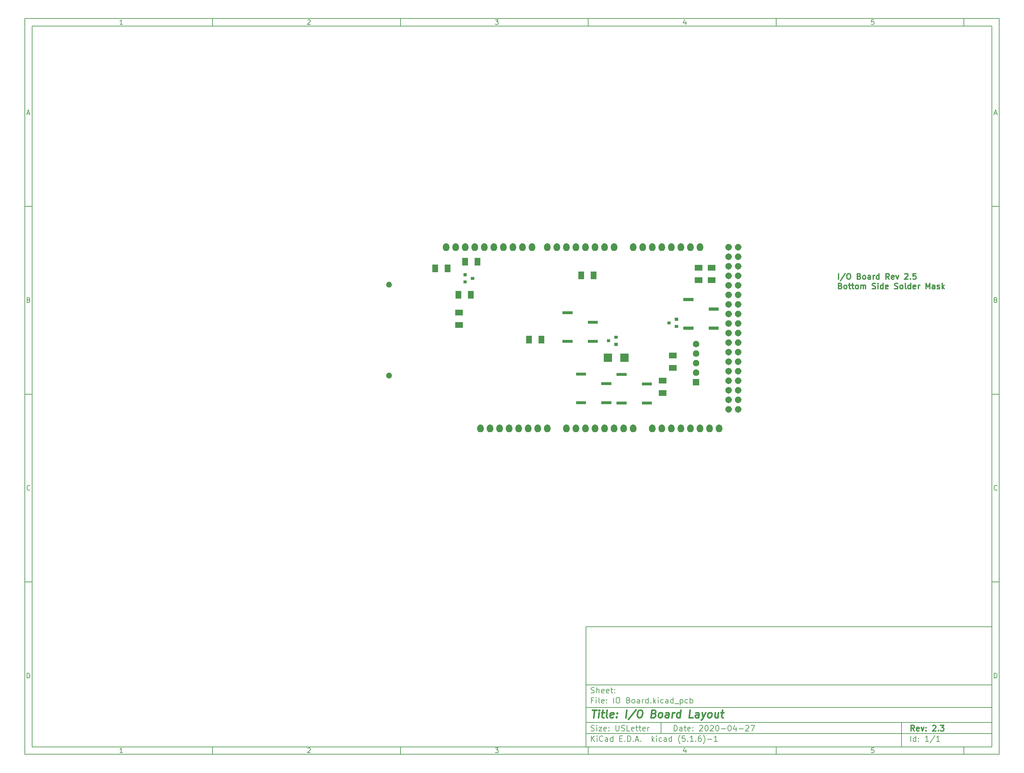
<source format=gbr>
G04 #@! TF.GenerationSoftware,KiCad,Pcbnew,(5.1.6)-1*
G04 #@! TF.CreationDate,2021-01-18T17:04:58-05:00*
G04 #@! TF.ProjectId,IO Board,494f2042-6f61-4726-942e-6b696361645f,2.3*
G04 #@! TF.SameCoordinates,Original*
G04 #@! TF.FileFunction,Soldermask,Bot*
G04 #@! TF.FilePolarity,Negative*
%FSLAX46Y46*%
G04 Gerber Fmt 4.6, Leading zero omitted, Abs format (unit mm)*
G04 Created by KiCad (PCBNEW (5.1.6)-1) date 2021-01-18 17:04:58*
%MOMM*%
%LPD*%
G01*
G04 APERTURE LIST*
%ADD10C,0.100000*%
%ADD11C,0.150000*%
%ADD12C,0.300000*%
%ADD13C,0.400000*%
G04 APERTURE END LIST*
D10*
D11*
X159400000Y-171900000D02*
X159400000Y-203900000D01*
X267400000Y-203900000D01*
X267400000Y-171900000D01*
X159400000Y-171900000D01*
D10*
D11*
X10000000Y-10000000D02*
X10000000Y-205900000D01*
X269400000Y-205900000D01*
X269400000Y-10000000D01*
X10000000Y-10000000D01*
D10*
D11*
X12000000Y-12000000D02*
X12000000Y-203900000D01*
X267400000Y-203900000D01*
X267400000Y-12000000D01*
X12000000Y-12000000D01*
D10*
D11*
X60000000Y-12000000D02*
X60000000Y-10000000D01*
D10*
D11*
X110000000Y-12000000D02*
X110000000Y-10000000D01*
D10*
D11*
X160000000Y-12000000D02*
X160000000Y-10000000D01*
D10*
D11*
X210000000Y-12000000D02*
X210000000Y-10000000D01*
D10*
D11*
X260000000Y-12000000D02*
X260000000Y-10000000D01*
D10*
D11*
X36065476Y-11588095D02*
X35322619Y-11588095D01*
X35694047Y-11588095D02*
X35694047Y-10288095D01*
X35570238Y-10473809D01*
X35446428Y-10597619D01*
X35322619Y-10659523D01*
D10*
D11*
X85322619Y-10411904D02*
X85384523Y-10350000D01*
X85508333Y-10288095D01*
X85817857Y-10288095D01*
X85941666Y-10350000D01*
X86003571Y-10411904D01*
X86065476Y-10535714D01*
X86065476Y-10659523D01*
X86003571Y-10845238D01*
X85260714Y-11588095D01*
X86065476Y-11588095D01*
D10*
D11*
X135260714Y-10288095D02*
X136065476Y-10288095D01*
X135632142Y-10783333D01*
X135817857Y-10783333D01*
X135941666Y-10845238D01*
X136003571Y-10907142D01*
X136065476Y-11030952D01*
X136065476Y-11340476D01*
X136003571Y-11464285D01*
X135941666Y-11526190D01*
X135817857Y-11588095D01*
X135446428Y-11588095D01*
X135322619Y-11526190D01*
X135260714Y-11464285D01*
D10*
D11*
X185941666Y-10721428D02*
X185941666Y-11588095D01*
X185632142Y-10226190D02*
X185322619Y-11154761D01*
X186127380Y-11154761D01*
D10*
D11*
X236003571Y-10288095D02*
X235384523Y-10288095D01*
X235322619Y-10907142D01*
X235384523Y-10845238D01*
X235508333Y-10783333D01*
X235817857Y-10783333D01*
X235941666Y-10845238D01*
X236003571Y-10907142D01*
X236065476Y-11030952D01*
X236065476Y-11340476D01*
X236003571Y-11464285D01*
X235941666Y-11526190D01*
X235817857Y-11588095D01*
X235508333Y-11588095D01*
X235384523Y-11526190D01*
X235322619Y-11464285D01*
D10*
D11*
X60000000Y-203900000D02*
X60000000Y-205900000D01*
D10*
D11*
X110000000Y-203900000D02*
X110000000Y-205900000D01*
D10*
D11*
X160000000Y-203900000D02*
X160000000Y-205900000D01*
D10*
D11*
X210000000Y-203900000D02*
X210000000Y-205900000D01*
D10*
D11*
X260000000Y-203900000D02*
X260000000Y-205900000D01*
D10*
D11*
X36065476Y-205488095D02*
X35322619Y-205488095D01*
X35694047Y-205488095D02*
X35694047Y-204188095D01*
X35570238Y-204373809D01*
X35446428Y-204497619D01*
X35322619Y-204559523D01*
D10*
D11*
X85322619Y-204311904D02*
X85384523Y-204250000D01*
X85508333Y-204188095D01*
X85817857Y-204188095D01*
X85941666Y-204250000D01*
X86003571Y-204311904D01*
X86065476Y-204435714D01*
X86065476Y-204559523D01*
X86003571Y-204745238D01*
X85260714Y-205488095D01*
X86065476Y-205488095D01*
D10*
D11*
X135260714Y-204188095D02*
X136065476Y-204188095D01*
X135632142Y-204683333D01*
X135817857Y-204683333D01*
X135941666Y-204745238D01*
X136003571Y-204807142D01*
X136065476Y-204930952D01*
X136065476Y-205240476D01*
X136003571Y-205364285D01*
X135941666Y-205426190D01*
X135817857Y-205488095D01*
X135446428Y-205488095D01*
X135322619Y-205426190D01*
X135260714Y-205364285D01*
D10*
D11*
X185941666Y-204621428D02*
X185941666Y-205488095D01*
X185632142Y-204126190D02*
X185322619Y-205054761D01*
X186127380Y-205054761D01*
D10*
D11*
X236003571Y-204188095D02*
X235384523Y-204188095D01*
X235322619Y-204807142D01*
X235384523Y-204745238D01*
X235508333Y-204683333D01*
X235817857Y-204683333D01*
X235941666Y-204745238D01*
X236003571Y-204807142D01*
X236065476Y-204930952D01*
X236065476Y-205240476D01*
X236003571Y-205364285D01*
X235941666Y-205426190D01*
X235817857Y-205488095D01*
X235508333Y-205488095D01*
X235384523Y-205426190D01*
X235322619Y-205364285D01*
D10*
D11*
X10000000Y-60000000D02*
X12000000Y-60000000D01*
D10*
D11*
X10000000Y-110000000D02*
X12000000Y-110000000D01*
D10*
D11*
X10000000Y-160000000D02*
X12000000Y-160000000D01*
D10*
D11*
X10690476Y-35216666D02*
X11309523Y-35216666D01*
X10566666Y-35588095D02*
X11000000Y-34288095D01*
X11433333Y-35588095D01*
D10*
D11*
X11092857Y-84907142D02*
X11278571Y-84969047D01*
X11340476Y-85030952D01*
X11402380Y-85154761D01*
X11402380Y-85340476D01*
X11340476Y-85464285D01*
X11278571Y-85526190D01*
X11154761Y-85588095D01*
X10659523Y-85588095D01*
X10659523Y-84288095D01*
X11092857Y-84288095D01*
X11216666Y-84350000D01*
X11278571Y-84411904D01*
X11340476Y-84535714D01*
X11340476Y-84659523D01*
X11278571Y-84783333D01*
X11216666Y-84845238D01*
X11092857Y-84907142D01*
X10659523Y-84907142D01*
D10*
D11*
X11402380Y-135464285D02*
X11340476Y-135526190D01*
X11154761Y-135588095D01*
X11030952Y-135588095D01*
X10845238Y-135526190D01*
X10721428Y-135402380D01*
X10659523Y-135278571D01*
X10597619Y-135030952D01*
X10597619Y-134845238D01*
X10659523Y-134597619D01*
X10721428Y-134473809D01*
X10845238Y-134350000D01*
X11030952Y-134288095D01*
X11154761Y-134288095D01*
X11340476Y-134350000D01*
X11402380Y-134411904D01*
D10*
D11*
X10659523Y-185588095D02*
X10659523Y-184288095D01*
X10969047Y-184288095D01*
X11154761Y-184350000D01*
X11278571Y-184473809D01*
X11340476Y-184597619D01*
X11402380Y-184845238D01*
X11402380Y-185030952D01*
X11340476Y-185278571D01*
X11278571Y-185402380D01*
X11154761Y-185526190D01*
X10969047Y-185588095D01*
X10659523Y-185588095D01*
D10*
D11*
X269400000Y-60000000D02*
X267400000Y-60000000D01*
D10*
D11*
X269400000Y-110000000D02*
X267400000Y-110000000D01*
D10*
D11*
X269400000Y-160000000D02*
X267400000Y-160000000D01*
D10*
D11*
X268090476Y-35216666D02*
X268709523Y-35216666D01*
X267966666Y-35588095D02*
X268400000Y-34288095D01*
X268833333Y-35588095D01*
D10*
D11*
X268492857Y-84907142D02*
X268678571Y-84969047D01*
X268740476Y-85030952D01*
X268802380Y-85154761D01*
X268802380Y-85340476D01*
X268740476Y-85464285D01*
X268678571Y-85526190D01*
X268554761Y-85588095D01*
X268059523Y-85588095D01*
X268059523Y-84288095D01*
X268492857Y-84288095D01*
X268616666Y-84350000D01*
X268678571Y-84411904D01*
X268740476Y-84535714D01*
X268740476Y-84659523D01*
X268678571Y-84783333D01*
X268616666Y-84845238D01*
X268492857Y-84907142D01*
X268059523Y-84907142D01*
D10*
D11*
X268802380Y-135464285D02*
X268740476Y-135526190D01*
X268554761Y-135588095D01*
X268430952Y-135588095D01*
X268245238Y-135526190D01*
X268121428Y-135402380D01*
X268059523Y-135278571D01*
X267997619Y-135030952D01*
X267997619Y-134845238D01*
X268059523Y-134597619D01*
X268121428Y-134473809D01*
X268245238Y-134350000D01*
X268430952Y-134288095D01*
X268554761Y-134288095D01*
X268740476Y-134350000D01*
X268802380Y-134411904D01*
D10*
D11*
X268059523Y-185588095D02*
X268059523Y-184288095D01*
X268369047Y-184288095D01*
X268554761Y-184350000D01*
X268678571Y-184473809D01*
X268740476Y-184597619D01*
X268802380Y-184845238D01*
X268802380Y-185030952D01*
X268740476Y-185278571D01*
X268678571Y-185402380D01*
X268554761Y-185526190D01*
X268369047Y-185588095D01*
X268059523Y-185588095D01*
D10*
D11*
X182832142Y-199678571D02*
X182832142Y-198178571D01*
X183189285Y-198178571D01*
X183403571Y-198250000D01*
X183546428Y-198392857D01*
X183617857Y-198535714D01*
X183689285Y-198821428D01*
X183689285Y-199035714D01*
X183617857Y-199321428D01*
X183546428Y-199464285D01*
X183403571Y-199607142D01*
X183189285Y-199678571D01*
X182832142Y-199678571D01*
X184975000Y-199678571D02*
X184975000Y-198892857D01*
X184903571Y-198750000D01*
X184760714Y-198678571D01*
X184475000Y-198678571D01*
X184332142Y-198750000D01*
X184975000Y-199607142D02*
X184832142Y-199678571D01*
X184475000Y-199678571D01*
X184332142Y-199607142D01*
X184260714Y-199464285D01*
X184260714Y-199321428D01*
X184332142Y-199178571D01*
X184475000Y-199107142D01*
X184832142Y-199107142D01*
X184975000Y-199035714D01*
X185475000Y-198678571D02*
X186046428Y-198678571D01*
X185689285Y-198178571D02*
X185689285Y-199464285D01*
X185760714Y-199607142D01*
X185903571Y-199678571D01*
X186046428Y-199678571D01*
X187117857Y-199607142D02*
X186975000Y-199678571D01*
X186689285Y-199678571D01*
X186546428Y-199607142D01*
X186475000Y-199464285D01*
X186475000Y-198892857D01*
X186546428Y-198750000D01*
X186689285Y-198678571D01*
X186975000Y-198678571D01*
X187117857Y-198750000D01*
X187189285Y-198892857D01*
X187189285Y-199035714D01*
X186475000Y-199178571D01*
X187832142Y-199535714D02*
X187903571Y-199607142D01*
X187832142Y-199678571D01*
X187760714Y-199607142D01*
X187832142Y-199535714D01*
X187832142Y-199678571D01*
X187832142Y-198750000D02*
X187903571Y-198821428D01*
X187832142Y-198892857D01*
X187760714Y-198821428D01*
X187832142Y-198750000D01*
X187832142Y-198892857D01*
X189617857Y-198321428D02*
X189689285Y-198250000D01*
X189832142Y-198178571D01*
X190189285Y-198178571D01*
X190332142Y-198250000D01*
X190403571Y-198321428D01*
X190475000Y-198464285D01*
X190475000Y-198607142D01*
X190403571Y-198821428D01*
X189546428Y-199678571D01*
X190475000Y-199678571D01*
X191403571Y-198178571D02*
X191546428Y-198178571D01*
X191689285Y-198250000D01*
X191760714Y-198321428D01*
X191832142Y-198464285D01*
X191903571Y-198750000D01*
X191903571Y-199107142D01*
X191832142Y-199392857D01*
X191760714Y-199535714D01*
X191689285Y-199607142D01*
X191546428Y-199678571D01*
X191403571Y-199678571D01*
X191260714Y-199607142D01*
X191189285Y-199535714D01*
X191117857Y-199392857D01*
X191046428Y-199107142D01*
X191046428Y-198750000D01*
X191117857Y-198464285D01*
X191189285Y-198321428D01*
X191260714Y-198250000D01*
X191403571Y-198178571D01*
X192475000Y-198321428D02*
X192546428Y-198250000D01*
X192689285Y-198178571D01*
X193046428Y-198178571D01*
X193189285Y-198250000D01*
X193260714Y-198321428D01*
X193332142Y-198464285D01*
X193332142Y-198607142D01*
X193260714Y-198821428D01*
X192403571Y-199678571D01*
X193332142Y-199678571D01*
X194260714Y-198178571D02*
X194403571Y-198178571D01*
X194546428Y-198250000D01*
X194617857Y-198321428D01*
X194689285Y-198464285D01*
X194760714Y-198750000D01*
X194760714Y-199107142D01*
X194689285Y-199392857D01*
X194617857Y-199535714D01*
X194546428Y-199607142D01*
X194403571Y-199678571D01*
X194260714Y-199678571D01*
X194117857Y-199607142D01*
X194046428Y-199535714D01*
X193975000Y-199392857D01*
X193903571Y-199107142D01*
X193903571Y-198750000D01*
X193975000Y-198464285D01*
X194046428Y-198321428D01*
X194117857Y-198250000D01*
X194260714Y-198178571D01*
X195403571Y-199107142D02*
X196546428Y-199107142D01*
X197546428Y-198178571D02*
X197689285Y-198178571D01*
X197832142Y-198250000D01*
X197903571Y-198321428D01*
X197975000Y-198464285D01*
X198046428Y-198750000D01*
X198046428Y-199107142D01*
X197975000Y-199392857D01*
X197903571Y-199535714D01*
X197832142Y-199607142D01*
X197689285Y-199678571D01*
X197546428Y-199678571D01*
X197403571Y-199607142D01*
X197332142Y-199535714D01*
X197260714Y-199392857D01*
X197189285Y-199107142D01*
X197189285Y-198750000D01*
X197260714Y-198464285D01*
X197332142Y-198321428D01*
X197403571Y-198250000D01*
X197546428Y-198178571D01*
X199332142Y-198678571D02*
X199332142Y-199678571D01*
X198975000Y-198107142D02*
X198617857Y-199178571D01*
X199546428Y-199178571D01*
X200117857Y-199107142D02*
X201260714Y-199107142D01*
X201903571Y-198321428D02*
X201975000Y-198250000D01*
X202117857Y-198178571D01*
X202475000Y-198178571D01*
X202617857Y-198250000D01*
X202689285Y-198321428D01*
X202760714Y-198464285D01*
X202760714Y-198607142D01*
X202689285Y-198821428D01*
X201832142Y-199678571D01*
X202760714Y-199678571D01*
X203260714Y-198178571D02*
X204260714Y-198178571D01*
X203617857Y-199678571D01*
D10*
D11*
X159400000Y-200400000D02*
X267400000Y-200400000D01*
D10*
D11*
X160832142Y-202478571D02*
X160832142Y-200978571D01*
X161689285Y-202478571D02*
X161046428Y-201621428D01*
X161689285Y-200978571D02*
X160832142Y-201835714D01*
X162332142Y-202478571D02*
X162332142Y-201478571D01*
X162332142Y-200978571D02*
X162260714Y-201050000D01*
X162332142Y-201121428D01*
X162403571Y-201050000D01*
X162332142Y-200978571D01*
X162332142Y-201121428D01*
X163903571Y-202335714D02*
X163832142Y-202407142D01*
X163617857Y-202478571D01*
X163475000Y-202478571D01*
X163260714Y-202407142D01*
X163117857Y-202264285D01*
X163046428Y-202121428D01*
X162975000Y-201835714D01*
X162975000Y-201621428D01*
X163046428Y-201335714D01*
X163117857Y-201192857D01*
X163260714Y-201050000D01*
X163475000Y-200978571D01*
X163617857Y-200978571D01*
X163832142Y-201050000D01*
X163903571Y-201121428D01*
X165189285Y-202478571D02*
X165189285Y-201692857D01*
X165117857Y-201550000D01*
X164975000Y-201478571D01*
X164689285Y-201478571D01*
X164546428Y-201550000D01*
X165189285Y-202407142D02*
X165046428Y-202478571D01*
X164689285Y-202478571D01*
X164546428Y-202407142D01*
X164475000Y-202264285D01*
X164475000Y-202121428D01*
X164546428Y-201978571D01*
X164689285Y-201907142D01*
X165046428Y-201907142D01*
X165189285Y-201835714D01*
X166546428Y-202478571D02*
X166546428Y-200978571D01*
X166546428Y-202407142D02*
X166403571Y-202478571D01*
X166117857Y-202478571D01*
X165975000Y-202407142D01*
X165903571Y-202335714D01*
X165832142Y-202192857D01*
X165832142Y-201764285D01*
X165903571Y-201621428D01*
X165975000Y-201550000D01*
X166117857Y-201478571D01*
X166403571Y-201478571D01*
X166546428Y-201550000D01*
X168403571Y-201692857D02*
X168903571Y-201692857D01*
X169117857Y-202478571D02*
X168403571Y-202478571D01*
X168403571Y-200978571D01*
X169117857Y-200978571D01*
X169760714Y-202335714D02*
X169832142Y-202407142D01*
X169760714Y-202478571D01*
X169689285Y-202407142D01*
X169760714Y-202335714D01*
X169760714Y-202478571D01*
X170475000Y-202478571D02*
X170475000Y-200978571D01*
X170832142Y-200978571D01*
X171046428Y-201050000D01*
X171189285Y-201192857D01*
X171260714Y-201335714D01*
X171332142Y-201621428D01*
X171332142Y-201835714D01*
X171260714Y-202121428D01*
X171189285Y-202264285D01*
X171046428Y-202407142D01*
X170832142Y-202478571D01*
X170475000Y-202478571D01*
X171975000Y-202335714D02*
X172046428Y-202407142D01*
X171975000Y-202478571D01*
X171903571Y-202407142D01*
X171975000Y-202335714D01*
X171975000Y-202478571D01*
X172617857Y-202050000D02*
X173332142Y-202050000D01*
X172475000Y-202478571D02*
X172975000Y-200978571D01*
X173475000Y-202478571D01*
X173975000Y-202335714D02*
X174046428Y-202407142D01*
X173975000Y-202478571D01*
X173903571Y-202407142D01*
X173975000Y-202335714D01*
X173975000Y-202478571D01*
X176975000Y-202478571D02*
X176975000Y-200978571D01*
X177117857Y-201907142D02*
X177546428Y-202478571D01*
X177546428Y-201478571D02*
X176975000Y-202050000D01*
X178189285Y-202478571D02*
X178189285Y-201478571D01*
X178189285Y-200978571D02*
X178117857Y-201050000D01*
X178189285Y-201121428D01*
X178260714Y-201050000D01*
X178189285Y-200978571D01*
X178189285Y-201121428D01*
X179546428Y-202407142D02*
X179403571Y-202478571D01*
X179117857Y-202478571D01*
X178975000Y-202407142D01*
X178903571Y-202335714D01*
X178832142Y-202192857D01*
X178832142Y-201764285D01*
X178903571Y-201621428D01*
X178975000Y-201550000D01*
X179117857Y-201478571D01*
X179403571Y-201478571D01*
X179546428Y-201550000D01*
X180832142Y-202478571D02*
X180832142Y-201692857D01*
X180760714Y-201550000D01*
X180617857Y-201478571D01*
X180332142Y-201478571D01*
X180189285Y-201550000D01*
X180832142Y-202407142D02*
X180689285Y-202478571D01*
X180332142Y-202478571D01*
X180189285Y-202407142D01*
X180117857Y-202264285D01*
X180117857Y-202121428D01*
X180189285Y-201978571D01*
X180332142Y-201907142D01*
X180689285Y-201907142D01*
X180832142Y-201835714D01*
X182189285Y-202478571D02*
X182189285Y-200978571D01*
X182189285Y-202407142D02*
X182046428Y-202478571D01*
X181760714Y-202478571D01*
X181617857Y-202407142D01*
X181546428Y-202335714D01*
X181475000Y-202192857D01*
X181475000Y-201764285D01*
X181546428Y-201621428D01*
X181617857Y-201550000D01*
X181760714Y-201478571D01*
X182046428Y-201478571D01*
X182189285Y-201550000D01*
X184475000Y-203050000D02*
X184403571Y-202978571D01*
X184260714Y-202764285D01*
X184189285Y-202621428D01*
X184117857Y-202407142D01*
X184046428Y-202050000D01*
X184046428Y-201764285D01*
X184117857Y-201407142D01*
X184189285Y-201192857D01*
X184260714Y-201050000D01*
X184403571Y-200835714D01*
X184475000Y-200764285D01*
X185760714Y-200978571D02*
X185046428Y-200978571D01*
X184975000Y-201692857D01*
X185046428Y-201621428D01*
X185189285Y-201550000D01*
X185546428Y-201550000D01*
X185689285Y-201621428D01*
X185760714Y-201692857D01*
X185832142Y-201835714D01*
X185832142Y-202192857D01*
X185760714Y-202335714D01*
X185689285Y-202407142D01*
X185546428Y-202478571D01*
X185189285Y-202478571D01*
X185046428Y-202407142D01*
X184975000Y-202335714D01*
X186475000Y-202335714D02*
X186546428Y-202407142D01*
X186475000Y-202478571D01*
X186403571Y-202407142D01*
X186475000Y-202335714D01*
X186475000Y-202478571D01*
X187975000Y-202478571D02*
X187117857Y-202478571D01*
X187546428Y-202478571D02*
X187546428Y-200978571D01*
X187403571Y-201192857D01*
X187260714Y-201335714D01*
X187117857Y-201407142D01*
X188617857Y-202335714D02*
X188689285Y-202407142D01*
X188617857Y-202478571D01*
X188546428Y-202407142D01*
X188617857Y-202335714D01*
X188617857Y-202478571D01*
X189975000Y-200978571D02*
X189689285Y-200978571D01*
X189546428Y-201050000D01*
X189475000Y-201121428D01*
X189332142Y-201335714D01*
X189260714Y-201621428D01*
X189260714Y-202192857D01*
X189332142Y-202335714D01*
X189403571Y-202407142D01*
X189546428Y-202478571D01*
X189832142Y-202478571D01*
X189975000Y-202407142D01*
X190046428Y-202335714D01*
X190117857Y-202192857D01*
X190117857Y-201835714D01*
X190046428Y-201692857D01*
X189975000Y-201621428D01*
X189832142Y-201550000D01*
X189546428Y-201550000D01*
X189403571Y-201621428D01*
X189332142Y-201692857D01*
X189260714Y-201835714D01*
X190617857Y-203050000D02*
X190689285Y-202978571D01*
X190832142Y-202764285D01*
X190903571Y-202621428D01*
X190975000Y-202407142D01*
X191046428Y-202050000D01*
X191046428Y-201764285D01*
X190975000Y-201407142D01*
X190903571Y-201192857D01*
X190832142Y-201050000D01*
X190689285Y-200835714D01*
X190617857Y-200764285D01*
X191760714Y-201907142D02*
X192903571Y-201907142D01*
X194403571Y-202478571D02*
X193546428Y-202478571D01*
X193975000Y-202478571D02*
X193975000Y-200978571D01*
X193832142Y-201192857D01*
X193689285Y-201335714D01*
X193546428Y-201407142D01*
D10*
D11*
X159400000Y-197400000D02*
X267400000Y-197400000D01*
D10*
D12*
X246809285Y-199678571D02*
X246309285Y-198964285D01*
X245952142Y-199678571D02*
X245952142Y-198178571D01*
X246523571Y-198178571D01*
X246666428Y-198250000D01*
X246737857Y-198321428D01*
X246809285Y-198464285D01*
X246809285Y-198678571D01*
X246737857Y-198821428D01*
X246666428Y-198892857D01*
X246523571Y-198964285D01*
X245952142Y-198964285D01*
X248023571Y-199607142D02*
X247880714Y-199678571D01*
X247595000Y-199678571D01*
X247452142Y-199607142D01*
X247380714Y-199464285D01*
X247380714Y-198892857D01*
X247452142Y-198750000D01*
X247595000Y-198678571D01*
X247880714Y-198678571D01*
X248023571Y-198750000D01*
X248095000Y-198892857D01*
X248095000Y-199035714D01*
X247380714Y-199178571D01*
X248595000Y-198678571D02*
X248952142Y-199678571D01*
X249309285Y-198678571D01*
X249880714Y-199535714D02*
X249952142Y-199607142D01*
X249880714Y-199678571D01*
X249809285Y-199607142D01*
X249880714Y-199535714D01*
X249880714Y-199678571D01*
X249880714Y-198750000D02*
X249952142Y-198821428D01*
X249880714Y-198892857D01*
X249809285Y-198821428D01*
X249880714Y-198750000D01*
X249880714Y-198892857D01*
X251666428Y-198321428D02*
X251737857Y-198250000D01*
X251880714Y-198178571D01*
X252237857Y-198178571D01*
X252380714Y-198250000D01*
X252452142Y-198321428D01*
X252523571Y-198464285D01*
X252523571Y-198607142D01*
X252452142Y-198821428D01*
X251595000Y-199678571D01*
X252523571Y-199678571D01*
X253166428Y-199535714D02*
X253237857Y-199607142D01*
X253166428Y-199678571D01*
X253095000Y-199607142D01*
X253166428Y-199535714D01*
X253166428Y-199678571D01*
X253737857Y-198178571D02*
X254666428Y-198178571D01*
X254166428Y-198750000D01*
X254380714Y-198750000D01*
X254523571Y-198821428D01*
X254595000Y-198892857D01*
X254666428Y-199035714D01*
X254666428Y-199392857D01*
X254595000Y-199535714D01*
X254523571Y-199607142D01*
X254380714Y-199678571D01*
X253952142Y-199678571D01*
X253809285Y-199607142D01*
X253737857Y-199535714D01*
D10*
D11*
X160760714Y-199607142D02*
X160975000Y-199678571D01*
X161332142Y-199678571D01*
X161475000Y-199607142D01*
X161546428Y-199535714D01*
X161617857Y-199392857D01*
X161617857Y-199250000D01*
X161546428Y-199107142D01*
X161475000Y-199035714D01*
X161332142Y-198964285D01*
X161046428Y-198892857D01*
X160903571Y-198821428D01*
X160832142Y-198750000D01*
X160760714Y-198607142D01*
X160760714Y-198464285D01*
X160832142Y-198321428D01*
X160903571Y-198250000D01*
X161046428Y-198178571D01*
X161403571Y-198178571D01*
X161617857Y-198250000D01*
X162260714Y-199678571D02*
X162260714Y-198678571D01*
X162260714Y-198178571D02*
X162189285Y-198250000D01*
X162260714Y-198321428D01*
X162332142Y-198250000D01*
X162260714Y-198178571D01*
X162260714Y-198321428D01*
X162832142Y-198678571D02*
X163617857Y-198678571D01*
X162832142Y-199678571D01*
X163617857Y-199678571D01*
X164760714Y-199607142D02*
X164617857Y-199678571D01*
X164332142Y-199678571D01*
X164189285Y-199607142D01*
X164117857Y-199464285D01*
X164117857Y-198892857D01*
X164189285Y-198750000D01*
X164332142Y-198678571D01*
X164617857Y-198678571D01*
X164760714Y-198750000D01*
X164832142Y-198892857D01*
X164832142Y-199035714D01*
X164117857Y-199178571D01*
X165475000Y-199535714D02*
X165546428Y-199607142D01*
X165475000Y-199678571D01*
X165403571Y-199607142D01*
X165475000Y-199535714D01*
X165475000Y-199678571D01*
X165475000Y-198750000D02*
X165546428Y-198821428D01*
X165475000Y-198892857D01*
X165403571Y-198821428D01*
X165475000Y-198750000D01*
X165475000Y-198892857D01*
X167332142Y-198178571D02*
X167332142Y-199392857D01*
X167403571Y-199535714D01*
X167475000Y-199607142D01*
X167617857Y-199678571D01*
X167903571Y-199678571D01*
X168046428Y-199607142D01*
X168117857Y-199535714D01*
X168189285Y-199392857D01*
X168189285Y-198178571D01*
X168832142Y-199607142D02*
X169046428Y-199678571D01*
X169403571Y-199678571D01*
X169546428Y-199607142D01*
X169617857Y-199535714D01*
X169689285Y-199392857D01*
X169689285Y-199250000D01*
X169617857Y-199107142D01*
X169546428Y-199035714D01*
X169403571Y-198964285D01*
X169117857Y-198892857D01*
X168975000Y-198821428D01*
X168903571Y-198750000D01*
X168832142Y-198607142D01*
X168832142Y-198464285D01*
X168903571Y-198321428D01*
X168975000Y-198250000D01*
X169117857Y-198178571D01*
X169475000Y-198178571D01*
X169689285Y-198250000D01*
X171046428Y-199678571D02*
X170332142Y-199678571D01*
X170332142Y-198178571D01*
X172117857Y-199607142D02*
X171975000Y-199678571D01*
X171689285Y-199678571D01*
X171546428Y-199607142D01*
X171475000Y-199464285D01*
X171475000Y-198892857D01*
X171546428Y-198750000D01*
X171689285Y-198678571D01*
X171975000Y-198678571D01*
X172117857Y-198750000D01*
X172189285Y-198892857D01*
X172189285Y-199035714D01*
X171475000Y-199178571D01*
X172617857Y-198678571D02*
X173189285Y-198678571D01*
X172832142Y-198178571D02*
X172832142Y-199464285D01*
X172903571Y-199607142D01*
X173046428Y-199678571D01*
X173189285Y-199678571D01*
X173475000Y-198678571D02*
X174046428Y-198678571D01*
X173689285Y-198178571D02*
X173689285Y-199464285D01*
X173760714Y-199607142D01*
X173903571Y-199678571D01*
X174046428Y-199678571D01*
X175117857Y-199607142D02*
X174975000Y-199678571D01*
X174689285Y-199678571D01*
X174546428Y-199607142D01*
X174475000Y-199464285D01*
X174475000Y-198892857D01*
X174546428Y-198750000D01*
X174689285Y-198678571D01*
X174975000Y-198678571D01*
X175117857Y-198750000D01*
X175189285Y-198892857D01*
X175189285Y-199035714D01*
X174475000Y-199178571D01*
X175832142Y-199678571D02*
X175832142Y-198678571D01*
X175832142Y-198964285D02*
X175903571Y-198821428D01*
X175975000Y-198750000D01*
X176117857Y-198678571D01*
X176260714Y-198678571D01*
D10*
D11*
X245832142Y-202478571D02*
X245832142Y-200978571D01*
X247189285Y-202478571D02*
X247189285Y-200978571D01*
X247189285Y-202407142D02*
X247046428Y-202478571D01*
X246760714Y-202478571D01*
X246617857Y-202407142D01*
X246546428Y-202335714D01*
X246475000Y-202192857D01*
X246475000Y-201764285D01*
X246546428Y-201621428D01*
X246617857Y-201550000D01*
X246760714Y-201478571D01*
X247046428Y-201478571D01*
X247189285Y-201550000D01*
X247903571Y-202335714D02*
X247975000Y-202407142D01*
X247903571Y-202478571D01*
X247832142Y-202407142D01*
X247903571Y-202335714D01*
X247903571Y-202478571D01*
X247903571Y-201550000D02*
X247975000Y-201621428D01*
X247903571Y-201692857D01*
X247832142Y-201621428D01*
X247903571Y-201550000D01*
X247903571Y-201692857D01*
X250546428Y-202478571D02*
X249689285Y-202478571D01*
X250117857Y-202478571D02*
X250117857Y-200978571D01*
X249975000Y-201192857D01*
X249832142Y-201335714D01*
X249689285Y-201407142D01*
X252260714Y-200907142D02*
X250975000Y-202835714D01*
X253546428Y-202478571D02*
X252689285Y-202478571D01*
X253117857Y-202478571D02*
X253117857Y-200978571D01*
X252975000Y-201192857D01*
X252832142Y-201335714D01*
X252689285Y-201407142D01*
D10*
D11*
X159400000Y-193400000D02*
X267400000Y-193400000D01*
D10*
D13*
X161112380Y-194104761D02*
X162255238Y-194104761D01*
X161433809Y-196104761D02*
X161683809Y-194104761D01*
X162671904Y-196104761D02*
X162838571Y-194771428D01*
X162921904Y-194104761D02*
X162814761Y-194200000D01*
X162898095Y-194295238D01*
X163005238Y-194200000D01*
X162921904Y-194104761D01*
X162898095Y-194295238D01*
X163505238Y-194771428D02*
X164267142Y-194771428D01*
X163874285Y-194104761D02*
X163660000Y-195819047D01*
X163731428Y-196009523D01*
X163910000Y-196104761D01*
X164100476Y-196104761D01*
X165052857Y-196104761D02*
X164874285Y-196009523D01*
X164802857Y-195819047D01*
X165017142Y-194104761D01*
X166588571Y-196009523D02*
X166386190Y-196104761D01*
X166005238Y-196104761D01*
X165826666Y-196009523D01*
X165755238Y-195819047D01*
X165850476Y-195057142D01*
X165969523Y-194866666D01*
X166171904Y-194771428D01*
X166552857Y-194771428D01*
X166731428Y-194866666D01*
X166802857Y-195057142D01*
X166779047Y-195247619D01*
X165802857Y-195438095D01*
X167552857Y-195914285D02*
X167636190Y-196009523D01*
X167529047Y-196104761D01*
X167445714Y-196009523D01*
X167552857Y-195914285D01*
X167529047Y-196104761D01*
X167683809Y-194866666D02*
X167767142Y-194961904D01*
X167660000Y-195057142D01*
X167576666Y-194961904D01*
X167683809Y-194866666D01*
X167660000Y-195057142D01*
X170005238Y-196104761D02*
X170255238Y-194104761D01*
X172648095Y-194009523D02*
X170612380Y-196580952D01*
X173683809Y-194104761D02*
X174064761Y-194104761D01*
X174243333Y-194200000D01*
X174410000Y-194390476D01*
X174457619Y-194771428D01*
X174374285Y-195438095D01*
X174231428Y-195819047D01*
X174017142Y-196009523D01*
X173814761Y-196104761D01*
X173433809Y-196104761D01*
X173255238Y-196009523D01*
X173088571Y-195819047D01*
X173040952Y-195438095D01*
X173124285Y-194771428D01*
X173267142Y-194390476D01*
X173481428Y-194200000D01*
X173683809Y-194104761D01*
X177469523Y-195057142D02*
X177743333Y-195152380D01*
X177826666Y-195247619D01*
X177898095Y-195438095D01*
X177862380Y-195723809D01*
X177743333Y-195914285D01*
X177636190Y-196009523D01*
X177433809Y-196104761D01*
X176671904Y-196104761D01*
X176921904Y-194104761D01*
X177588571Y-194104761D01*
X177767142Y-194200000D01*
X177850476Y-194295238D01*
X177921904Y-194485714D01*
X177898095Y-194676190D01*
X177779047Y-194866666D01*
X177671904Y-194961904D01*
X177469523Y-195057142D01*
X176802857Y-195057142D01*
X178957619Y-196104761D02*
X178779047Y-196009523D01*
X178695714Y-195914285D01*
X178624285Y-195723809D01*
X178695714Y-195152380D01*
X178814761Y-194961904D01*
X178921904Y-194866666D01*
X179124285Y-194771428D01*
X179410000Y-194771428D01*
X179588571Y-194866666D01*
X179671904Y-194961904D01*
X179743333Y-195152380D01*
X179671904Y-195723809D01*
X179552857Y-195914285D01*
X179445714Y-196009523D01*
X179243333Y-196104761D01*
X178957619Y-196104761D01*
X181338571Y-196104761D02*
X181469523Y-195057142D01*
X181398095Y-194866666D01*
X181219523Y-194771428D01*
X180838571Y-194771428D01*
X180636190Y-194866666D01*
X181350476Y-196009523D02*
X181148095Y-196104761D01*
X180671904Y-196104761D01*
X180493333Y-196009523D01*
X180421904Y-195819047D01*
X180445714Y-195628571D01*
X180564761Y-195438095D01*
X180767142Y-195342857D01*
X181243333Y-195342857D01*
X181445714Y-195247619D01*
X182290952Y-196104761D02*
X182457619Y-194771428D01*
X182410000Y-195152380D02*
X182529047Y-194961904D01*
X182636190Y-194866666D01*
X182838571Y-194771428D01*
X183029047Y-194771428D01*
X184386190Y-196104761D02*
X184636190Y-194104761D01*
X184398095Y-196009523D02*
X184195714Y-196104761D01*
X183814761Y-196104761D01*
X183636190Y-196009523D01*
X183552857Y-195914285D01*
X183481428Y-195723809D01*
X183552857Y-195152380D01*
X183671904Y-194961904D01*
X183779047Y-194866666D01*
X183981428Y-194771428D01*
X184362380Y-194771428D01*
X184540952Y-194866666D01*
X187814761Y-196104761D02*
X186862380Y-196104761D01*
X187112380Y-194104761D01*
X189338571Y-196104761D02*
X189469523Y-195057142D01*
X189398095Y-194866666D01*
X189219523Y-194771428D01*
X188838571Y-194771428D01*
X188636190Y-194866666D01*
X189350476Y-196009523D02*
X189148095Y-196104761D01*
X188671904Y-196104761D01*
X188493333Y-196009523D01*
X188421904Y-195819047D01*
X188445714Y-195628571D01*
X188564761Y-195438095D01*
X188767142Y-195342857D01*
X189243333Y-195342857D01*
X189445714Y-195247619D01*
X190267142Y-194771428D02*
X190576666Y-196104761D01*
X191219523Y-194771428D02*
X190576666Y-196104761D01*
X190326666Y-196580952D01*
X190219523Y-196676190D01*
X190017142Y-196771428D01*
X192100476Y-196104761D02*
X191921904Y-196009523D01*
X191838571Y-195914285D01*
X191767142Y-195723809D01*
X191838571Y-195152380D01*
X191957619Y-194961904D01*
X192064761Y-194866666D01*
X192267142Y-194771428D01*
X192552857Y-194771428D01*
X192731428Y-194866666D01*
X192814761Y-194961904D01*
X192886190Y-195152380D01*
X192814761Y-195723809D01*
X192695714Y-195914285D01*
X192588571Y-196009523D01*
X192386190Y-196104761D01*
X192100476Y-196104761D01*
X194648095Y-194771428D02*
X194481428Y-196104761D01*
X193790952Y-194771428D02*
X193660000Y-195819047D01*
X193731428Y-196009523D01*
X193910000Y-196104761D01*
X194195714Y-196104761D01*
X194398095Y-196009523D01*
X194505238Y-195914285D01*
X195314761Y-194771428D02*
X196076666Y-194771428D01*
X195683809Y-194104761D02*
X195469523Y-195819047D01*
X195540952Y-196009523D01*
X195719523Y-196104761D01*
X195910000Y-196104761D01*
D10*
D11*
X161332142Y-191492857D02*
X160832142Y-191492857D01*
X160832142Y-192278571D02*
X160832142Y-190778571D01*
X161546428Y-190778571D01*
X162117857Y-192278571D02*
X162117857Y-191278571D01*
X162117857Y-190778571D02*
X162046428Y-190850000D01*
X162117857Y-190921428D01*
X162189285Y-190850000D01*
X162117857Y-190778571D01*
X162117857Y-190921428D01*
X163046428Y-192278571D02*
X162903571Y-192207142D01*
X162832142Y-192064285D01*
X162832142Y-190778571D01*
X164189285Y-192207142D02*
X164046428Y-192278571D01*
X163760714Y-192278571D01*
X163617857Y-192207142D01*
X163546428Y-192064285D01*
X163546428Y-191492857D01*
X163617857Y-191350000D01*
X163760714Y-191278571D01*
X164046428Y-191278571D01*
X164189285Y-191350000D01*
X164260714Y-191492857D01*
X164260714Y-191635714D01*
X163546428Y-191778571D01*
X164903571Y-192135714D02*
X164975000Y-192207142D01*
X164903571Y-192278571D01*
X164832142Y-192207142D01*
X164903571Y-192135714D01*
X164903571Y-192278571D01*
X164903571Y-191350000D02*
X164975000Y-191421428D01*
X164903571Y-191492857D01*
X164832142Y-191421428D01*
X164903571Y-191350000D01*
X164903571Y-191492857D01*
X166760714Y-192278571D02*
X166760714Y-190778571D01*
X167760714Y-190778571D02*
X168046428Y-190778571D01*
X168189285Y-190850000D01*
X168332142Y-190992857D01*
X168403571Y-191278571D01*
X168403571Y-191778571D01*
X168332142Y-192064285D01*
X168189285Y-192207142D01*
X168046428Y-192278571D01*
X167760714Y-192278571D01*
X167617857Y-192207142D01*
X167475000Y-192064285D01*
X167403571Y-191778571D01*
X167403571Y-191278571D01*
X167475000Y-190992857D01*
X167617857Y-190850000D01*
X167760714Y-190778571D01*
X170689285Y-191492857D02*
X170903571Y-191564285D01*
X170975000Y-191635714D01*
X171046428Y-191778571D01*
X171046428Y-191992857D01*
X170975000Y-192135714D01*
X170903571Y-192207142D01*
X170760714Y-192278571D01*
X170189285Y-192278571D01*
X170189285Y-190778571D01*
X170689285Y-190778571D01*
X170832142Y-190850000D01*
X170903571Y-190921428D01*
X170975000Y-191064285D01*
X170975000Y-191207142D01*
X170903571Y-191350000D01*
X170832142Y-191421428D01*
X170689285Y-191492857D01*
X170189285Y-191492857D01*
X171903571Y-192278571D02*
X171760714Y-192207142D01*
X171689285Y-192135714D01*
X171617857Y-191992857D01*
X171617857Y-191564285D01*
X171689285Y-191421428D01*
X171760714Y-191350000D01*
X171903571Y-191278571D01*
X172117857Y-191278571D01*
X172260714Y-191350000D01*
X172332142Y-191421428D01*
X172403571Y-191564285D01*
X172403571Y-191992857D01*
X172332142Y-192135714D01*
X172260714Y-192207142D01*
X172117857Y-192278571D01*
X171903571Y-192278571D01*
X173689285Y-192278571D02*
X173689285Y-191492857D01*
X173617857Y-191350000D01*
X173475000Y-191278571D01*
X173189285Y-191278571D01*
X173046428Y-191350000D01*
X173689285Y-192207142D02*
X173546428Y-192278571D01*
X173189285Y-192278571D01*
X173046428Y-192207142D01*
X172975000Y-192064285D01*
X172975000Y-191921428D01*
X173046428Y-191778571D01*
X173189285Y-191707142D01*
X173546428Y-191707142D01*
X173689285Y-191635714D01*
X174403571Y-192278571D02*
X174403571Y-191278571D01*
X174403571Y-191564285D02*
X174475000Y-191421428D01*
X174546428Y-191350000D01*
X174689285Y-191278571D01*
X174832142Y-191278571D01*
X175975000Y-192278571D02*
X175975000Y-190778571D01*
X175975000Y-192207142D02*
X175832142Y-192278571D01*
X175546428Y-192278571D01*
X175403571Y-192207142D01*
X175332142Y-192135714D01*
X175260714Y-191992857D01*
X175260714Y-191564285D01*
X175332142Y-191421428D01*
X175403571Y-191350000D01*
X175546428Y-191278571D01*
X175832142Y-191278571D01*
X175975000Y-191350000D01*
X176689285Y-192135714D02*
X176760714Y-192207142D01*
X176689285Y-192278571D01*
X176617857Y-192207142D01*
X176689285Y-192135714D01*
X176689285Y-192278571D01*
X177403571Y-192278571D02*
X177403571Y-190778571D01*
X177546428Y-191707142D02*
X177975000Y-192278571D01*
X177975000Y-191278571D02*
X177403571Y-191850000D01*
X178617857Y-192278571D02*
X178617857Y-191278571D01*
X178617857Y-190778571D02*
X178546428Y-190850000D01*
X178617857Y-190921428D01*
X178689285Y-190850000D01*
X178617857Y-190778571D01*
X178617857Y-190921428D01*
X179975000Y-192207142D02*
X179832142Y-192278571D01*
X179546428Y-192278571D01*
X179403571Y-192207142D01*
X179332142Y-192135714D01*
X179260714Y-191992857D01*
X179260714Y-191564285D01*
X179332142Y-191421428D01*
X179403571Y-191350000D01*
X179546428Y-191278571D01*
X179832142Y-191278571D01*
X179975000Y-191350000D01*
X181260714Y-192278571D02*
X181260714Y-191492857D01*
X181189285Y-191350000D01*
X181046428Y-191278571D01*
X180760714Y-191278571D01*
X180617857Y-191350000D01*
X181260714Y-192207142D02*
X181117857Y-192278571D01*
X180760714Y-192278571D01*
X180617857Y-192207142D01*
X180546428Y-192064285D01*
X180546428Y-191921428D01*
X180617857Y-191778571D01*
X180760714Y-191707142D01*
X181117857Y-191707142D01*
X181260714Y-191635714D01*
X182617857Y-192278571D02*
X182617857Y-190778571D01*
X182617857Y-192207142D02*
X182475000Y-192278571D01*
X182189285Y-192278571D01*
X182046428Y-192207142D01*
X181975000Y-192135714D01*
X181903571Y-191992857D01*
X181903571Y-191564285D01*
X181975000Y-191421428D01*
X182046428Y-191350000D01*
X182189285Y-191278571D01*
X182475000Y-191278571D01*
X182617857Y-191350000D01*
X182975000Y-192421428D02*
X184117857Y-192421428D01*
X184475000Y-191278571D02*
X184475000Y-192778571D01*
X184475000Y-191350000D02*
X184617857Y-191278571D01*
X184903571Y-191278571D01*
X185046428Y-191350000D01*
X185117857Y-191421428D01*
X185189285Y-191564285D01*
X185189285Y-191992857D01*
X185117857Y-192135714D01*
X185046428Y-192207142D01*
X184903571Y-192278571D01*
X184617857Y-192278571D01*
X184475000Y-192207142D01*
X186475000Y-192207142D02*
X186332142Y-192278571D01*
X186046428Y-192278571D01*
X185903571Y-192207142D01*
X185832142Y-192135714D01*
X185760714Y-191992857D01*
X185760714Y-191564285D01*
X185832142Y-191421428D01*
X185903571Y-191350000D01*
X186046428Y-191278571D01*
X186332142Y-191278571D01*
X186475000Y-191350000D01*
X187117857Y-192278571D02*
X187117857Y-190778571D01*
X187117857Y-191350000D02*
X187260714Y-191278571D01*
X187546428Y-191278571D01*
X187689285Y-191350000D01*
X187760714Y-191421428D01*
X187832142Y-191564285D01*
X187832142Y-191992857D01*
X187760714Y-192135714D01*
X187689285Y-192207142D01*
X187546428Y-192278571D01*
X187260714Y-192278571D01*
X187117857Y-192207142D01*
D10*
D11*
X159400000Y-187400000D02*
X267400000Y-187400000D01*
D10*
D11*
X160760714Y-189507142D02*
X160975000Y-189578571D01*
X161332142Y-189578571D01*
X161475000Y-189507142D01*
X161546428Y-189435714D01*
X161617857Y-189292857D01*
X161617857Y-189150000D01*
X161546428Y-189007142D01*
X161475000Y-188935714D01*
X161332142Y-188864285D01*
X161046428Y-188792857D01*
X160903571Y-188721428D01*
X160832142Y-188650000D01*
X160760714Y-188507142D01*
X160760714Y-188364285D01*
X160832142Y-188221428D01*
X160903571Y-188150000D01*
X161046428Y-188078571D01*
X161403571Y-188078571D01*
X161617857Y-188150000D01*
X162260714Y-189578571D02*
X162260714Y-188078571D01*
X162903571Y-189578571D02*
X162903571Y-188792857D01*
X162832142Y-188650000D01*
X162689285Y-188578571D01*
X162475000Y-188578571D01*
X162332142Y-188650000D01*
X162260714Y-188721428D01*
X164189285Y-189507142D02*
X164046428Y-189578571D01*
X163760714Y-189578571D01*
X163617857Y-189507142D01*
X163546428Y-189364285D01*
X163546428Y-188792857D01*
X163617857Y-188650000D01*
X163760714Y-188578571D01*
X164046428Y-188578571D01*
X164189285Y-188650000D01*
X164260714Y-188792857D01*
X164260714Y-188935714D01*
X163546428Y-189078571D01*
X165475000Y-189507142D02*
X165332142Y-189578571D01*
X165046428Y-189578571D01*
X164903571Y-189507142D01*
X164832142Y-189364285D01*
X164832142Y-188792857D01*
X164903571Y-188650000D01*
X165046428Y-188578571D01*
X165332142Y-188578571D01*
X165475000Y-188650000D01*
X165546428Y-188792857D01*
X165546428Y-188935714D01*
X164832142Y-189078571D01*
X165975000Y-188578571D02*
X166546428Y-188578571D01*
X166189285Y-188078571D02*
X166189285Y-189364285D01*
X166260714Y-189507142D01*
X166403571Y-189578571D01*
X166546428Y-189578571D01*
X167046428Y-189435714D02*
X167117857Y-189507142D01*
X167046428Y-189578571D01*
X166975000Y-189507142D01*
X167046428Y-189435714D01*
X167046428Y-189578571D01*
X167046428Y-188650000D02*
X167117857Y-188721428D01*
X167046428Y-188792857D01*
X166975000Y-188721428D01*
X167046428Y-188650000D01*
X167046428Y-188792857D01*
D10*
D11*
X179400000Y-197400000D02*
X179400000Y-200400000D01*
D10*
D11*
X243400000Y-197400000D02*
X243400000Y-203900000D01*
D12*
X226612142Y-79413571D02*
X226612142Y-77913571D01*
X228397857Y-77842142D02*
X227112142Y-79770714D01*
X229183571Y-77913571D02*
X229469285Y-77913571D01*
X229612142Y-77985000D01*
X229755000Y-78127857D01*
X229826428Y-78413571D01*
X229826428Y-78913571D01*
X229755000Y-79199285D01*
X229612142Y-79342142D01*
X229469285Y-79413571D01*
X229183571Y-79413571D01*
X229040714Y-79342142D01*
X228897857Y-79199285D01*
X228826428Y-78913571D01*
X228826428Y-78413571D01*
X228897857Y-78127857D01*
X229040714Y-77985000D01*
X229183571Y-77913571D01*
X232112142Y-78627857D02*
X232326428Y-78699285D01*
X232397857Y-78770714D01*
X232469285Y-78913571D01*
X232469285Y-79127857D01*
X232397857Y-79270714D01*
X232326428Y-79342142D01*
X232183571Y-79413571D01*
X231612142Y-79413571D01*
X231612142Y-77913571D01*
X232112142Y-77913571D01*
X232255000Y-77985000D01*
X232326428Y-78056428D01*
X232397857Y-78199285D01*
X232397857Y-78342142D01*
X232326428Y-78485000D01*
X232255000Y-78556428D01*
X232112142Y-78627857D01*
X231612142Y-78627857D01*
X233326428Y-79413571D02*
X233183571Y-79342142D01*
X233112142Y-79270714D01*
X233040714Y-79127857D01*
X233040714Y-78699285D01*
X233112142Y-78556428D01*
X233183571Y-78485000D01*
X233326428Y-78413571D01*
X233540714Y-78413571D01*
X233683571Y-78485000D01*
X233755000Y-78556428D01*
X233826428Y-78699285D01*
X233826428Y-79127857D01*
X233755000Y-79270714D01*
X233683571Y-79342142D01*
X233540714Y-79413571D01*
X233326428Y-79413571D01*
X235112142Y-79413571D02*
X235112142Y-78627857D01*
X235040714Y-78485000D01*
X234897857Y-78413571D01*
X234612142Y-78413571D01*
X234469285Y-78485000D01*
X235112142Y-79342142D02*
X234969285Y-79413571D01*
X234612142Y-79413571D01*
X234469285Y-79342142D01*
X234397857Y-79199285D01*
X234397857Y-79056428D01*
X234469285Y-78913571D01*
X234612142Y-78842142D01*
X234969285Y-78842142D01*
X235112142Y-78770714D01*
X235826428Y-79413571D02*
X235826428Y-78413571D01*
X235826428Y-78699285D02*
X235897857Y-78556428D01*
X235969285Y-78485000D01*
X236112142Y-78413571D01*
X236255000Y-78413571D01*
X237397857Y-79413571D02*
X237397857Y-77913571D01*
X237397857Y-79342142D02*
X237255000Y-79413571D01*
X236969285Y-79413571D01*
X236826428Y-79342142D01*
X236755000Y-79270714D01*
X236683571Y-79127857D01*
X236683571Y-78699285D01*
X236755000Y-78556428D01*
X236826428Y-78485000D01*
X236969285Y-78413571D01*
X237255000Y-78413571D01*
X237397857Y-78485000D01*
X240112142Y-79413571D02*
X239612142Y-78699285D01*
X239255000Y-79413571D02*
X239255000Y-77913571D01*
X239826428Y-77913571D01*
X239969285Y-77985000D01*
X240040714Y-78056428D01*
X240112142Y-78199285D01*
X240112142Y-78413571D01*
X240040714Y-78556428D01*
X239969285Y-78627857D01*
X239826428Y-78699285D01*
X239255000Y-78699285D01*
X241326428Y-79342142D02*
X241183571Y-79413571D01*
X240897857Y-79413571D01*
X240755000Y-79342142D01*
X240683571Y-79199285D01*
X240683571Y-78627857D01*
X240755000Y-78485000D01*
X240897857Y-78413571D01*
X241183571Y-78413571D01*
X241326428Y-78485000D01*
X241397857Y-78627857D01*
X241397857Y-78770714D01*
X240683571Y-78913571D01*
X241897857Y-78413571D02*
X242255000Y-79413571D01*
X242612142Y-78413571D01*
X244255000Y-78056428D02*
X244326428Y-77985000D01*
X244469285Y-77913571D01*
X244826428Y-77913571D01*
X244969285Y-77985000D01*
X245040714Y-78056428D01*
X245112142Y-78199285D01*
X245112142Y-78342142D01*
X245040714Y-78556428D01*
X244183571Y-79413571D01*
X245112142Y-79413571D01*
X245755000Y-79270714D02*
X245826428Y-79342142D01*
X245755000Y-79413571D01*
X245683571Y-79342142D01*
X245755000Y-79270714D01*
X245755000Y-79413571D01*
X247183571Y-77913571D02*
X246469285Y-77913571D01*
X246397857Y-78627857D01*
X246469285Y-78556428D01*
X246612142Y-78485000D01*
X246969285Y-78485000D01*
X247112142Y-78556428D01*
X247183571Y-78627857D01*
X247255000Y-78770714D01*
X247255000Y-79127857D01*
X247183571Y-79270714D01*
X247112142Y-79342142D01*
X246969285Y-79413571D01*
X246612142Y-79413571D01*
X246469285Y-79342142D01*
X246397857Y-79270714D01*
X227112142Y-81177857D02*
X227326428Y-81249285D01*
X227397857Y-81320714D01*
X227469285Y-81463571D01*
X227469285Y-81677857D01*
X227397857Y-81820714D01*
X227326428Y-81892142D01*
X227183571Y-81963571D01*
X226612142Y-81963571D01*
X226612142Y-80463571D01*
X227112142Y-80463571D01*
X227255000Y-80535000D01*
X227326428Y-80606428D01*
X227397857Y-80749285D01*
X227397857Y-80892142D01*
X227326428Y-81035000D01*
X227255000Y-81106428D01*
X227112142Y-81177857D01*
X226612142Y-81177857D01*
X228326428Y-81963571D02*
X228183571Y-81892142D01*
X228112142Y-81820714D01*
X228040714Y-81677857D01*
X228040714Y-81249285D01*
X228112142Y-81106428D01*
X228183571Y-81035000D01*
X228326428Y-80963571D01*
X228540714Y-80963571D01*
X228683571Y-81035000D01*
X228755000Y-81106428D01*
X228826428Y-81249285D01*
X228826428Y-81677857D01*
X228755000Y-81820714D01*
X228683571Y-81892142D01*
X228540714Y-81963571D01*
X228326428Y-81963571D01*
X229255000Y-80963571D02*
X229826428Y-80963571D01*
X229469285Y-80463571D02*
X229469285Y-81749285D01*
X229540714Y-81892142D01*
X229683571Y-81963571D01*
X229826428Y-81963571D01*
X230112142Y-80963571D02*
X230683571Y-80963571D01*
X230326428Y-80463571D02*
X230326428Y-81749285D01*
X230397857Y-81892142D01*
X230540714Y-81963571D01*
X230683571Y-81963571D01*
X231397857Y-81963571D02*
X231255000Y-81892142D01*
X231183571Y-81820714D01*
X231112142Y-81677857D01*
X231112142Y-81249285D01*
X231183571Y-81106428D01*
X231255000Y-81035000D01*
X231397857Y-80963571D01*
X231612142Y-80963571D01*
X231755000Y-81035000D01*
X231826428Y-81106428D01*
X231897857Y-81249285D01*
X231897857Y-81677857D01*
X231826428Y-81820714D01*
X231755000Y-81892142D01*
X231612142Y-81963571D01*
X231397857Y-81963571D01*
X232540714Y-81963571D02*
X232540714Y-80963571D01*
X232540714Y-81106428D02*
X232612142Y-81035000D01*
X232755000Y-80963571D01*
X232969285Y-80963571D01*
X233112142Y-81035000D01*
X233183571Y-81177857D01*
X233183571Y-81963571D01*
X233183571Y-81177857D02*
X233255000Y-81035000D01*
X233397857Y-80963571D01*
X233612142Y-80963571D01*
X233755000Y-81035000D01*
X233826428Y-81177857D01*
X233826428Y-81963571D01*
X235612142Y-81892142D02*
X235826428Y-81963571D01*
X236183571Y-81963571D01*
X236326428Y-81892142D01*
X236397857Y-81820714D01*
X236469285Y-81677857D01*
X236469285Y-81535000D01*
X236397857Y-81392142D01*
X236326428Y-81320714D01*
X236183571Y-81249285D01*
X235897857Y-81177857D01*
X235755000Y-81106428D01*
X235683571Y-81035000D01*
X235612142Y-80892142D01*
X235612142Y-80749285D01*
X235683571Y-80606428D01*
X235755000Y-80535000D01*
X235897857Y-80463571D01*
X236255000Y-80463571D01*
X236469285Y-80535000D01*
X237112142Y-81963571D02*
X237112142Y-80963571D01*
X237112142Y-80463571D02*
X237040714Y-80535000D01*
X237112142Y-80606428D01*
X237183571Y-80535000D01*
X237112142Y-80463571D01*
X237112142Y-80606428D01*
X238469285Y-81963571D02*
X238469285Y-80463571D01*
X238469285Y-81892142D02*
X238326428Y-81963571D01*
X238040714Y-81963571D01*
X237897857Y-81892142D01*
X237826428Y-81820714D01*
X237755000Y-81677857D01*
X237755000Y-81249285D01*
X237826428Y-81106428D01*
X237897857Y-81035000D01*
X238040714Y-80963571D01*
X238326428Y-80963571D01*
X238469285Y-81035000D01*
X239755000Y-81892142D02*
X239612142Y-81963571D01*
X239326428Y-81963571D01*
X239183571Y-81892142D01*
X239112142Y-81749285D01*
X239112142Y-81177857D01*
X239183571Y-81035000D01*
X239326428Y-80963571D01*
X239612142Y-80963571D01*
X239755000Y-81035000D01*
X239826428Y-81177857D01*
X239826428Y-81320714D01*
X239112142Y-81463571D01*
X241540714Y-81892142D02*
X241755000Y-81963571D01*
X242112142Y-81963571D01*
X242255000Y-81892142D01*
X242326428Y-81820714D01*
X242397857Y-81677857D01*
X242397857Y-81535000D01*
X242326428Y-81392142D01*
X242255000Y-81320714D01*
X242112142Y-81249285D01*
X241826428Y-81177857D01*
X241683571Y-81106428D01*
X241612142Y-81035000D01*
X241540714Y-80892142D01*
X241540714Y-80749285D01*
X241612142Y-80606428D01*
X241683571Y-80535000D01*
X241826428Y-80463571D01*
X242183571Y-80463571D01*
X242397857Y-80535000D01*
X243255000Y-81963571D02*
X243112142Y-81892142D01*
X243040714Y-81820714D01*
X242969285Y-81677857D01*
X242969285Y-81249285D01*
X243040714Y-81106428D01*
X243112142Y-81035000D01*
X243255000Y-80963571D01*
X243469285Y-80963571D01*
X243612142Y-81035000D01*
X243683571Y-81106428D01*
X243755000Y-81249285D01*
X243755000Y-81677857D01*
X243683571Y-81820714D01*
X243612142Y-81892142D01*
X243469285Y-81963571D01*
X243255000Y-81963571D01*
X244612142Y-81963571D02*
X244469285Y-81892142D01*
X244397857Y-81749285D01*
X244397857Y-80463571D01*
X245826428Y-81963571D02*
X245826428Y-80463571D01*
X245826428Y-81892142D02*
X245683571Y-81963571D01*
X245397857Y-81963571D01*
X245255000Y-81892142D01*
X245183571Y-81820714D01*
X245112142Y-81677857D01*
X245112142Y-81249285D01*
X245183571Y-81106428D01*
X245255000Y-81035000D01*
X245397857Y-80963571D01*
X245683571Y-80963571D01*
X245826428Y-81035000D01*
X247112142Y-81892142D02*
X246969285Y-81963571D01*
X246683571Y-81963571D01*
X246540714Y-81892142D01*
X246469285Y-81749285D01*
X246469285Y-81177857D01*
X246540714Y-81035000D01*
X246683571Y-80963571D01*
X246969285Y-80963571D01*
X247112142Y-81035000D01*
X247183571Y-81177857D01*
X247183571Y-81320714D01*
X246469285Y-81463571D01*
X247826428Y-81963571D02*
X247826428Y-80963571D01*
X247826428Y-81249285D02*
X247897857Y-81106428D01*
X247969285Y-81035000D01*
X248112142Y-80963571D01*
X248255000Y-80963571D01*
X249897857Y-81963571D02*
X249897857Y-80463571D01*
X250397857Y-81535000D01*
X250897857Y-80463571D01*
X250897857Y-81963571D01*
X252255000Y-81963571D02*
X252255000Y-81177857D01*
X252183571Y-81035000D01*
X252040714Y-80963571D01*
X251755000Y-80963571D01*
X251612142Y-81035000D01*
X252255000Y-81892142D02*
X252112142Y-81963571D01*
X251755000Y-81963571D01*
X251612142Y-81892142D01*
X251540714Y-81749285D01*
X251540714Y-81606428D01*
X251612142Y-81463571D01*
X251755000Y-81392142D01*
X252112142Y-81392142D01*
X252255000Y-81320714D01*
X252897857Y-81892142D02*
X253040714Y-81963571D01*
X253326428Y-81963571D01*
X253469285Y-81892142D01*
X253540714Y-81749285D01*
X253540714Y-81677857D01*
X253469285Y-81535000D01*
X253326428Y-81463571D01*
X253112142Y-81463571D01*
X252969285Y-81392142D01*
X252897857Y-81249285D01*
X252897857Y-81177857D01*
X252969285Y-81035000D01*
X253112142Y-80963571D01*
X253326428Y-80963571D01*
X253469285Y-81035000D01*
X254183571Y-81963571D02*
X254183571Y-80463571D01*
X254326428Y-81392142D02*
X254755000Y-81963571D01*
X254755000Y-80963571D02*
X254183571Y-81535000D01*
D10*
G36*
X194987294Y-118122496D02*
G01*
X195107726Y-118159029D01*
X195150087Y-118171879D01*
X195300107Y-118252066D01*
X195300110Y-118252068D01*
X195300111Y-118252069D01*
X195431612Y-118359988D01*
X195539531Y-118491488D01*
X195539533Y-118491492D01*
X195539534Y-118491493D01*
X195619721Y-118641513D01*
X195619722Y-118641516D01*
X195669104Y-118804305D01*
X195681600Y-118931180D01*
X195681600Y-119320819D01*
X195669104Y-119447694D01*
X195632571Y-119568128D01*
X195619721Y-119610488D01*
X195539534Y-119760507D01*
X195539531Y-119760512D01*
X195431612Y-119892012D01*
X195300112Y-119999931D01*
X195300108Y-119999933D01*
X195300107Y-119999934D01*
X195150087Y-120080121D01*
X195150084Y-120080122D01*
X194987295Y-120129504D01*
X194818000Y-120146178D01*
X194648706Y-120129504D01*
X194485917Y-120080122D01*
X194485914Y-120080121D01*
X194335894Y-119999934D01*
X194335893Y-119999933D01*
X194335889Y-119999931D01*
X194204388Y-119892012D01*
X194096469Y-119760512D01*
X194016280Y-119610488D01*
X194016279Y-119610487D01*
X194016278Y-119610484D01*
X193966896Y-119447695D01*
X193954400Y-119320820D01*
X193954400Y-118931181D01*
X193966896Y-118804306D01*
X194016278Y-118641517D01*
X194016279Y-118641513D01*
X194096466Y-118491493D01*
X194096470Y-118491488D01*
X194204388Y-118359988D01*
X194335888Y-118252069D01*
X194335892Y-118252067D01*
X194335893Y-118252066D01*
X194485913Y-118171879D01*
X194485916Y-118171878D01*
X194648705Y-118122496D01*
X194818000Y-118105822D01*
X194987294Y-118122496D01*
G37*
G36*
X161967294Y-118122496D02*
G01*
X162087726Y-118159029D01*
X162130087Y-118171879D01*
X162280107Y-118252066D01*
X162280110Y-118252068D01*
X162280111Y-118252069D01*
X162411612Y-118359988D01*
X162519531Y-118491488D01*
X162519533Y-118491492D01*
X162519534Y-118491493D01*
X162599721Y-118641513D01*
X162599722Y-118641516D01*
X162649104Y-118804305D01*
X162661600Y-118931180D01*
X162661600Y-119320819D01*
X162649104Y-119447694D01*
X162612571Y-119568128D01*
X162599721Y-119610488D01*
X162519534Y-119760507D01*
X162519531Y-119760512D01*
X162411612Y-119892012D01*
X162280112Y-119999931D01*
X162280108Y-119999933D01*
X162280107Y-119999934D01*
X162130087Y-120080121D01*
X162130084Y-120080122D01*
X161967295Y-120129504D01*
X161798000Y-120146178D01*
X161628706Y-120129504D01*
X161465917Y-120080122D01*
X161465914Y-120080121D01*
X161315894Y-119999934D01*
X161315893Y-119999933D01*
X161315889Y-119999931D01*
X161184388Y-119892012D01*
X161076469Y-119760512D01*
X160996280Y-119610488D01*
X160996279Y-119610487D01*
X160996278Y-119610484D01*
X160946896Y-119447695D01*
X160934400Y-119320820D01*
X160934400Y-118931181D01*
X160946896Y-118804306D01*
X160996278Y-118641517D01*
X160996279Y-118641513D01*
X161076466Y-118491493D01*
X161076470Y-118491488D01*
X161184388Y-118359988D01*
X161315888Y-118252069D01*
X161315892Y-118252067D01*
X161315893Y-118252066D01*
X161465913Y-118171879D01*
X161465916Y-118171878D01*
X161628705Y-118122496D01*
X161798000Y-118105822D01*
X161967294Y-118122496D01*
G37*
G36*
X131487294Y-118122496D02*
G01*
X131607726Y-118159029D01*
X131650087Y-118171879D01*
X131800107Y-118252066D01*
X131800110Y-118252068D01*
X131800111Y-118252069D01*
X131931612Y-118359988D01*
X132039531Y-118491488D01*
X132039533Y-118491492D01*
X132039534Y-118491493D01*
X132119721Y-118641513D01*
X132119722Y-118641516D01*
X132169104Y-118804305D01*
X132181600Y-118931180D01*
X132181600Y-119320819D01*
X132169104Y-119447694D01*
X132132571Y-119568128D01*
X132119721Y-119610488D01*
X132039534Y-119760507D01*
X132039531Y-119760512D01*
X131931612Y-119892012D01*
X131800112Y-119999931D01*
X131800108Y-119999933D01*
X131800107Y-119999934D01*
X131650087Y-120080121D01*
X131650084Y-120080122D01*
X131487295Y-120129504D01*
X131318000Y-120146178D01*
X131148706Y-120129504D01*
X130985917Y-120080122D01*
X130985914Y-120080121D01*
X130835894Y-119999934D01*
X130835893Y-119999933D01*
X130835889Y-119999931D01*
X130704388Y-119892012D01*
X130596469Y-119760512D01*
X130516280Y-119610488D01*
X130516279Y-119610487D01*
X130516278Y-119610484D01*
X130466896Y-119447695D01*
X130454400Y-119320820D01*
X130454400Y-118931181D01*
X130466896Y-118804306D01*
X130516278Y-118641517D01*
X130516279Y-118641513D01*
X130596466Y-118491493D01*
X130596470Y-118491488D01*
X130704388Y-118359988D01*
X130835888Y-118252069D01*
X130835892Y-118252067D01*
X130835893Y-118252066D01*
X130985913Y-118171879D01*
X130985916Y-118171878D01*
X131148705Y-118122496D01*
X131318000Y-118105822D01*
X131487294Y-118122496D01*
G37*
G36*
X134027294Y-118122496D02*
G01*
X134147726Y-118159029D01*
X134190087Y-118171879D01*
X134340107Y-118252066D01*
X134340110Y-118252068D01*
X134340111Y-118252069D01*
X134471612Y-118359988D01*
X134579531Y-118491488D01*
X134579533Y-118491492D01*
X134579534Y-118491493D01*
X134659721Y-118641513D01*
X134659722Y-118641516D01*
X134709104Y-118804305D01*
X134721600Y-118931180D01*
X134721600Y-119320819D01*
X134709104Y-119447694D01*
X134672571Y-119568128D01*
X134659721Y-119610488D01*
X134579534Y-119760507D01*
X134579531Y-119760512D01*
X134471612Y-119892012D01*
X134340112Y-119999931D01*
X134340108Y-119999933D01*
X134340107Y-119999934D01*
X134190087Y-120080121D01*
X134190084Y-120080122D01*
X134027295Y-120129504D01*
X133858000Y-120146178D01*
X133688706Y-120129504D01*
X133525917Y-120080122D01*
X133525914Y-120080121D01*
X133375894Y-119999934D01*
X133375893Y-119999933D01*
X133375889Y-119999931D01*
X133244388Y-119892012D01*
X133136469Y-119760512D01*
X133056280Y-119610488D01*
X133056279Y-119610487D01*
X133056278Y-119610484D01*
X133006896Y-119447695D01*
X132994400Y-119320820D01*
X132994400Y-118931181D01*
X133006896Y-118804306D01*
X133056278Y-118641517D01*
X133056279Y-118641513D01*
X133136466Y-118491493D01*
X133136470Y-118491488D01*
X133244388Y-118359988D01*
X133375888Y-118252069D01*
X133375892Y-118252067D01*
X133375893Y-118252066D01*
X133525913Y-118171879D01*
X133525916Y-118171878D01*
X133688705Y-118122496D01*
X133858000Y-118105822D01*
X134027294Y-118122496D01*
G37*
G36*
X136567294Y-118122496D02*
G01*
X136687726Y-118159029D01*
X136730087Y-118171879D01*
X136880107Y-118252066D01*
X136880110Y-118252068D01*
X136880111Y-118252069D01*
X137011612Y-118359988D01*
X137119531Y-118491488D01*
X137119533Y-118491492D01*
X137119534Y-118491493D01*
X137199721Y-118641513D01*
X137199722Y-118641516D01*
X137249104Y-118804305D01*
X137261600Y-118931180D01*
X137261600Y-119320819D01*
X137249104Y-119447694D01*
X137212571Y-119568128D01*
X137199721Y-119610488D01*
X137119534Y-119760507D01*
X137119531Y-119760512D01*
X137011612Y-119892012D01*
X136880112Y-119999931D01*
X136880108Y-119999933D01*
X136880107Y-119999934D01*
X136730087Y-120080121D01*
X136730084Y-120080122D01*
X136567295Y-120129504D01*
X136398000Y-120146178D01*
X136228706Y-120129504D01*
X136065917Y-120080122D01*
X136065914Y-120080121D01*
X135915894Y-119999934D01*
X135915893Y-119999933D01*
X135915889Y-119999931D01*
X135784388Y-119892012D01*
X135676469Y-119760512D01*
X135596280Y-119610488D01*
X135596279Y-119610487D01*
X135596278Y-119610484D01*
X135546896Y-119447695D01*
X135534400Y-119320820D01*
X135534400Y-118931181D01*
X135546896Y-118804306D01*
X135596278Y-118641517D01*
X135596279Y-118641513D01*
X135676466Y-118491493D01*
X135676470Y-118491488D01*
X135784388Y-118359988D01*
X135915888Y-118252069D01*
X135915892Y-118252067D01*
X135915893Y-118252066D01*
X136065913Y-118171879D01*
X136065916Y-118171878D01*
X136228705Y-118122496D01*
X136398000Y-118105822D01*
X136567294Y-118122496D01*
G37*
G36*
X139107294Y-118122496D02*
G01*
X139227726Y-118159029D01*
X139270087Y-118171879D01*
X139420107Y-118252066D01*
X139420110Y-118252068D01*
X139420111Y-118252069D01*
X139551612Y-118359988D01*
X139659531Y-118491488D01*
X139659533Y-118491492D01*
X139659534Y-118491493D01*
X139739721Y-118641513D01*
X139739722Y-118641516D01*
X139789104Y-118804305D01*
X139801600Y-118931180D01*
X139801600Y-119320819D01*
X139789104Y-119447694D01*
X139752571Y-119568128D01*
X139739721Y-119610488D01*
X139659534Y-119760507D01*
X139659531Y-119760512D01*
X139551612Y-119892012D01*
X139420112Y-119999931D01*
X139420108Y-119999933D01*
X139420107Y-119999934D01*
X139270087Y-120080121D01*
X139270084Y-120080122D01*
X139107295Y-120129504D01*
X138938000Y-120146178D01*
X138768706Y-120129504D01*
X138605917Y-120080122D01*
X138605914Y-120080121D01*
X138455894Y-119999934D01*
X138455893Y-119999933D01*
X138455889Y-119999931D01*
X138324388Y-119892012D01*
X138216469Y-119760512D01*
X138136280Y-119610488D01*
X138136279Y-119610487D01*
X138136278Y-119610484D01*
X138086896Y-119447695D01*
X138074400Y-119320820D01*
X138074400Y-118931181D01*
X138086896Y-118804306D01*
X138136278Y-118641517D01*
X138136279Y-118641513D01*
X138216466Y-118491493D01*
X138216470Y-118491488D01*
X138324388Y-118359988D01*
X138455888Y-118252069D01*
X138455892Y-118252067D01*
X138455893Y-118252066D01*
X138605913Y-118171879D01*
X138605916Y-118171878D01*
X138768705Y-118122496D01*
X138938000Y-118105822D01*
X139107294Y-118122496D01*
G37*
G36*
X141647294Y-118122496D02*
G01*
X141767726Y-118159029D01*
X141810087Y-118171879D01*
X141960107Y-118252066D01*
X141960110Y-118252068D01*
X141960111Y-118252069D01*
X142091612Y-118359988D01*
X142199531Y-118491488D01*
X142199533Y-118491492D01*
X142199534Y-118491493D01*
X142279721Y-118641513D01*
X142279722Y-118641516D01*
X142329104Y-118804305D01*
X142341600Y-118931180D01*
X142341600Y-119320819D01*
X142329104Y-119447694D01*
X142292571Y-119568128D01*
X142279721Y-119610488D01*
X142199534Y-119760507D01*
X142199531Y-119760512D01*
X142091612Y-119892012D01*
X141960112Y-119999931D01*
X141960108Y-119999933D01*
X141960107Y-119999934D01*
X141810087Y-120080121D01*
X141810084Y-120080122D01*
X141647295Y-120129504D01*
X141478000Y-120146178D01*
X141308706Y-120129504D01*
X141145917Y-120080122D01*
X141145914Y-120080121D01*
X140995894Y-119999934D01*
X140995893Y-119999933D01*
X140995889Y-119999931D01*
X140864388Y-119892012D01*
X140756469Y-119760512D01*
X140676280Y-119610488D01*
X140676279Y-119610487D01*
X140676278Y-119610484D01*
X140626896Y-119447695D01*
X140614400Y-119320820D01*
X140614400Y-118931181D01*
X140626896Y-118804306D01*
X140676278Y-118641517D01*
X140676279Y-118641513D01*
X140756466Y-118491493D01*
X140756470Y-118491488D01*
X140864388Y-118359988D01*
X140995888Y-118252069D01*
X140995892Y-118252067D01*
X140995893Y-118252066D01*
X141145913Y-118171879D01*
X141145916Y-118171878D01*
X141308705Y-118122496D01*
X141478000Y-118105822D01*
X141647294Y-118122496D01*
G37*
G36*
X144187294Y-118122496D02*
G01*
X144307726Y-118159029D01*
X144350087Y-118171879D01*
X144500107Y-118252066D01*
X144500110Y-118252068D01*
X144500111Y-118252069D01*
X144631612Y-118359988D01*
X144739531Y-118491488D01*
X144739533Y-118491492D01*
X144739534Y-118491493D01*
X144819721Y-118641513D01*
X144819722Y-118641516D01*
X144869104Y-118804305D01*
X144881600Y-118931180D01*
X144881600Y-119320819D01*
X144869104Y-119447694D01*
X144832571Y-119568128D01*
X144819721Y-119610488D01*
X144739534Y-119760507D01*
X144739531Y-119760512D01*
X144631612Y-119892012D01*
X144500112Y-119999931D01*
X144500108Y-119999933D01*
X144500107Y-119999934D01*
X144350087Y-120080121D01*
X144350084Y-120080122D01*
X144187295Y-120129504D01*
X144018000Y-120146178D01*
X143848706Y-120129504D01*
X143685917Y-120080122D01*
X143685914Y-120080121D01*
X143535894Y-119999934D01*
X143535893Y-119999933D01*
X143535889Y-119999931D01*
X143404388Y-119892012D01*
X143296469Y-119760512D01*
X143216280Y-119610488D01*
X143216279Y-119610487D01*
X143216278Y-119610484D01*
X143166896Y-119447695D01*
X143154400Y-119320820D01*
X143154400Y-118931181D01*
X143166896Y-118804306D01*
X143216278Y-118641517D01*
X143216279Y-118641513D01*
X143296466Y-118491493D01*
X143296470Y-118491488D01*
X143404388Y-118359988D01*
X143535888Y-118252069D01*
X143535892Y-118252067D01*
X143535893Y-118252066D01*
X143685913Y-118171879D01*
X143685916Y-118171878D01*
X143848705Y-118122496D01*
X144018000Y-118105822D01*
X144187294Y-118122496D01*
G37*
G36*
X146727294Y-118122496D02*
G01*
X146847726Y-118159029D01*
X146890087Y-118171879D01*
X147040107Y-118252066D01*
X147040110Y-118252068D01*
X147040111Y-118252069D01*
X147171612Y-118359988D01*
X147279531Y-118491488D01*
X147279533Y-118491492D01*
X147279534Y-118491493D01*
X147359721Y-118641513D01*
X147359722Y-118641516D01*
X147409104Y-118804305D01*
X147421600Y-118931180D01*
X147421600Y-119320819D01*
X147409104Y-119447694D01*
X147372571Y-119568128D01*
X147359721Y-119610488D01*
X147279534Y-119760507D01*
X147279531Y-119760512D01*
X147171612Y-119892012D01*
X147040112Y-119999931D01*
X147040108Y-119999933D01*
X147040107Y-119999934D01*
X146890087Y-120080121D01*
X146890084Y-120080122D01*
X146727295Y-120129504D01*
X146558000Y-120146178D01*
X146388706Y-120129504D01*
X146225917Y-120080122D01*
X146225914Y-120080121D01*
X146075894Y-119999934D01*
X146075893Y-119999933D01*
X146075889Y-119999931D01*
X145944388Y-119892012D01*
X145836469Y-119760512D01*
X145756280Y-119610488D01*
X145756279Y-119610487D01*
X145756278Y-119610484D01*
X145706896Y-119447695D01*
X145694400Y-119320820D01*
X145694400Y-118931181D01*
X145706896Y-118804306D01*
X145756278Y-118641517D01*
X145756279Y-118641513D01*
X145836466Y-118491493D01*
X145836470Y-118491488D01*
X145944388Y-118359988D01*
X146075888Y-118252069D01*
X146075892Y-118252067D01*
X146075893Y-118252066D01*
X146225913Y-118171879D01*
X146225916Y-118171878D01*
X146388705Y-118122496D01*
X146558000Y-118105822D01*
X146727294Y-118122496D01*
G37*
G36*
X149267294Y-118122496D02*
G01*
X149387726Y-118159029D01*
X149430087Y-118171879D01*
X149580107Y-118252066D01*
X149580110Y-118252068D01*
X149580111Y-118252069D01*
X149711612Y-118359988D01*
X149819531Y-118491488D01*
X149819533Y-118491492D01*
X149819534Y-118491493D01*
X149899721Y-118641513D01*
X149899722Y-118641516D01*
X149949104Y-118804305D01*
X149961600Y-118931180D01*
X149961600Y-119320819D01*
X149949104Y-119447694D01*
X149912571Y-119568128D01*
X149899721Y-119610488D01*
X149819534Y-119760507D01*
X149819531Y-119760512D01*
X149711612Y-119892012D01*
X149580112Y-119999931D01*
X149580108Y-119999933D01*
X149580107Y-119999934D01*
X149430087Y-120080121D01*
X149430084Y-120080122D01*
X149267295Y-120129504D01*
X149098000Y-120146178D01*
X148928706Y-120129504D01*
X148765917Y-120080122D01*
X148765914Y-120080121D01*
X148615894Y-119999934D01*
X148615893Y-119999933D01*
X148615889Y-119999931D01*
X148484388Y-119892012D01*
X148376469Y-119760512D01*
X148296280Y-119610488D01*
X148296279Y-119610487D01*
X148296278Y-119610484D01*
X148246896Y-119447695D01*
X148234400Y-119320820D01*
X148234400Y-118931181D01*
X148246896Y-118804306D01*
X148296278Y-118641517D01*
X148296279Y-118641513D01*
X148376466Y-118491493D01*
X148376470Y-118491488D01*
X148484388Y-118359988D01*
X148615888Y-118252069D01*
X148615892Y-118252067D01*
X148615893Y-118252066D01*
X148765913Y-118171879D01*
X148765916Y-118171878D01*
X148928705Y-118122496D01*
X149098000Y-118105822D01*
X149267294Y-118122496D01*
G37*
G36*
X154347294Y-118122496D02*
G01*
X154467726Y-118159029D01*
X154510087Y-118171879D01*
X154660107Y-118252066D01*
X154660110Y-118252068D01*
X154660111Y-118252069D01*
X154791612Y-118359988D01*
X154899531Y-118491488D01*
X154899533Y-118491492D01*
X154899534Y-118491493D01*
X154979721Y-118641513D01*
X154979722Y-118641516D01*
X155029104Y-118804305D01*
X155041600Y-118931180D01*
X155041600Y-119320819D01*
X155029104Y-119447694D01*
X154992571Y-119568128D01*
X154979721Y-119610488D01*
X154899534Y-119760507D01*
X154899531Y-119760512D01*
X154791612Y-119892012D01*
X154660112Y-119999931D01*
X154660108Y-119999933D01*
X154660107Y-119999934D01*
X154510087Y-120080121D01*
X154510084Y-120080122D01*
X154347295Y-120129504D01*
X154178000Y-120146178D01*
X154008706Y-120129504D01*
X153845917Y-120080122D01*
X153845914Y-120080121D01*
X153695894Y-119999934D01*
X153695893Y-119999933D01*
X153695889Y-119999931D01*
X153564388Y-119892012D01*
X153456469Y-119760512D01*
X153376280Y-119610488D01*
X153376279Y-119610487D01*
X153376278Y-119610484D01*
X153326896Y-119447695D01*
X153314400Y-119320820D01*
X153314400Y-118931181D01*
X153326896Y-118804306D01*
X153376278Y-118641517D01*
X153376279Y-118641513D01*
X153456466Y-118491493D01*
X153456470Y-118491488D01*
X153564388Y-118359988D01*
X153695888Y-118252069D01*
X153695892Y-118252067D01*
X153695893Y-118252066D01*
X153845913Y-118171879D01*
X153845916Y-118171878D01*
X154008705Y-118122496D01*
X154178000Y-118105822D01*
X154347294Y-118122496D01*
G37*
G36*
X156887294Y-118122496D02*
G01*
X157007726Y-118159029D01*
X157050087Y-118171879D01*
X157200107Y-118252066D01*
X157200110Y-118252068D01*
X157200111Y-118252069D01*
X157331612Y-118359988D01*
X157439531Y-118491488D01*
X157439533Y-118491492D01*
X157439534Y-118491493D01*
X157519721Y-118641513D01*
X157519722Y-118641516D01*
X157569104Y-118804305D01*
X157581600Y-118931180D01*
X157581600Y-119320819D01*
X157569104Y-119447694D01*
X157532571Y-119568128D01*
X157519721Y-119610488D01*
X157439534Y-119760507D01*
X157439531Y-119760512D01*
X157331612Y-119892012D01*
X157200112Y-119999931D01*
X157200108Y-119999933D01*
X157200107Y-119999934D01*
X157050087Y-120080121D01*
X157050084Y-120080122D01*
X156887295Y-120129504D01*
X156718000Y-120146178D01*
X156548706Y-120129504D01*
X156385917Y-120080122D01*
X156385914Y-120080121D01*
X156235894Y-119999934D01*
X156235893Y-119999933D01*
X156235889Y-119999931D01*
X156104388Y-119892012D01*
X155996469Y-119760512D01*
X155916280Y-119610488D01*
X155916279Y-119610487D01*
X155916278Y-119610484D01*
X155866896Y-119447695D01*
X155854400Y-119320820D01*
X155854400Y-118931181D01*
X155866896Y-118804306D01*
X155916278Y-118641517D01*
X155916279Y-118641513D01*
X155996466Y-118491493D01*
X155996470Y-118491488D01*
X156104388Y-118359988D01*
X156235888Y-118252069D01*
X156235892Y-118252067D01*
X156235893Y-118252066D01*
X156385913Y-118171879D01*
X156385916Y-118171878D01*
X156548705Y-118122496D01*
X156718000Y-118105822D01*
X156887294Y-118122496D01*
G37*
G36*
X159427294Y-118122496D02*
G01*
X159547726Y-118159029D01*
X159590087Y-118171879D01*
X159740107Y-118252066D01*
X159740110Y-118252068D01*
X159740111Y-118252069D01*
X159871612Y-118359988D01*
X159979531Y-118491488D01*
X159979533Y-118491492D01*
X159979534Y-118491493D01*
X160059721Y-118641513D01*
X160059722Y-118641516D01*
X160109104Y-118804305D01*
X160121600Y-118931180D01*
X160121600Y-119320819D01*
X160109104Y-119447694D01*
X160072571Y-119568128D01*
X160059721Y-119610488D01*
X159979534Y-119760507D01*
X159979531Y-119760512D01*
X159871612Y-119892012D01*
X159740112Y-119999931D01*
X159740108Y-119999933D01*
X159740107Y-119999934D01*
X159590087Y-120080121D01*
X159590084Y-120080122D01*
X159427295Y-120129504D01*
X159258000Y-120146178D01*
X159088706Y-120129504D01*
X158925917Y-120080122D01*
X158925914Y-120080121D01*
X158775894Y-119999934D01*
X158775893Y-119999933D01*
X158775889Y-119999931D01*
X158644388Y-119892012D01*
X158536469Y-119760512D01*
X158456280Y-119610488D01*
X158456279Y-119610487D01*
X158456278Y-119610484D01*
X158406896Y-119447695D01*
X158394400Y-119320820D01*
X158394400Y-118931181D01*
X158406896Y-118804306D01*
X158456278Y-118641517D01*
X158456279Y-118641513D01*
X158536466Y-118491493D01*
X158536470Y-118491488D01*
X158644388Y-118359988D01*
X158775888Y-118252069D01*
X158775892Y-118252067D01*
X158775893Y-118252066D01*
X158925913Y-118171879D01*
X158925916Y-118171878D01*
X159088705Y-118122496D01*
X159258000Y-118105822D01*
X159427294Y-118122496D01*
G37*
G36*
X167047294Y-118122496D02*
G01*
X167167726Y-118159029D01*
X167210087Y-118171879D01*
X167360107Y-118252066D01*
X167360110Y-118252068D01*
X167360111Y-118252069D01*
X167491612Y-118359988D01*
X167599531Y-118491488D01*
X167599533Y-118491492D01*
X167599534Y-118491493D01*
X167679721Y-118641513D01*
X167679722Y-118641516D01*
X167729104Y-118804305D01*
X167741600Y-118931180D01*
X167741600Y-119320819D01*
X167729104Y-119447694D01*
X167692571Y-119568128D01*
X167679721Y-119610488D01*
X167599534Y-119760507D01*
X167599531Y-119760512D01*
X167491612Y-119892012D01*
X167360112Y-119999931D01*
X167360108Y-119999933D01*
X167360107Y-119999934D01*
X167210087Y-120080121D01*
X167210084Y-120080122D01*
X167047295Y-120129504D01*
X166878000Y-120146178D01*
X166708706Y-120129504D01*
X166545917Y-120080122D01*
X166545914Y-120080121D01*
X166395894Y-119999934D01*
X166395893Y-119999933D01*
X166395889Y-119999931D01*
X166264388Y-119892012D01*
X166156469Y-119760512D01*
X166076280Y-119610488D01*
X166076279Y-119610487D01*
X166076278Y-119610484D01*
X166026896Y-119447695D01*
X166014400Y-119320820D01*
X166014400Y-118931181D01*
X166026896Y-118804306D01*
X166076278Y-118641517D01*
X166076279Y-118641513D01*
X166156466Y-118491493D01*
X166156470Y-118491488D01*
X166264388Y-118359988D01*
X166395888Y-118252069D01*
X166395892Y-118252067D01*
X166395893Y-118252066D01*
X166545913Y-118171879D01*
X166545916Y-118171878D01*
X166708705Y-118122496D01*
X166878000Y-118105822D01*
X167047294Y-118122496D01*
G37*
G36*
X164507294Y-118122496D02*
G01*
X164627726Y-118159029D01*
X164670087Y-118171879D01*
X164820107Y-118252066D01*
X164820110Y-118252068D01*
X164820111Y-118252069D01*
X164951612Y-118359988D01*
X165059531Y-118491488D01*
X165059533Y-118491492D01*
X165059534Y-118491493D01*
X165139721Y-118641513D01*
X165139722Y-118641516D01*
X165189104Y-118804305D01*
X165201600Y-118931180D01*
X165201600Y-119320819D01*
X165189104Y-119447694D01*
X165152571Y-119568128D01*
X165139721Y-119610488D01*
X165059534Y-119760507D01*
X165059531Y-119760512D01*
X164951612Y-119892012D01*
X164820112Y-119999931D01*
X164820108Y-119999933D01*
X164820107Y-119999934D01*
X164670087Y-120080121D01*
X164670084Y-120080122D01*
X164507295Y-120129504D01*
X164338000Y-120146178D01*
X164168706Y-120129504D01*
X164005917Y-120080122D01*
X164005914Y-120080121D01*
X163855894Y-119999934D01*
X163855893Y-119999933D01*
X163855889Y-119999931D01*
X163724388Y-119892012D01*
X163616469Y-119760512D01*
X163536280Y-119610488D01*
X163536279Y-119610487D01*
X163536278Y-119610484D01*
X163486896Y-119447695D01*
X163474400Y-119320820D01*
X163474400Y-118931181D01*
X163486896Y-118804306D01*
X163536278Y-118641517D01*
X163536279Y-118641513D01*
X163616466Y-118491493D01*
X163616470Y-118491488D01*
X163724388Y-118359988D01*
X163855888Y-118252069D01*
X163855892Y-118252067D01*
X163855893Y-118252066D01*
X164005913Y-118171879D01*
X164005916Y-118171878D01*
X164168705Y-118122496D01*
X164338000Y-118105822D01*
X164507294Y-118122496D01*
G37*
G36*
X192447294Y-118122496D02*
G01*
X192567726Y-118159029D01*
X192610087Y-118171879D01*
X192760107Y-118252066D01*
X192760110Y-118252068D01*
X192760111Y-118252069D01*
X192891612Y-118359988D01*
X192999531Y-118491488D01*
X192999533Y-118491492D01*
X192999534Y-118491493D01*
X193079721Y-118641513D01*
X193079722Y-118641516D01*
X193129104Y-118804305D01*
X193141600Y-118931180D01*
X193141600Y-119320819D01*
X193129104Y-119447694D01*
X193092571Y-119568128D01*
X193079721Y-119610488D01*
X192999534Y-119760507D01*
X192999531Y-119760512D01*
X192891612Y-119892012D01*
X192760112Y-119999931D01*
X192760108Y-119999933D01*
X192760107Y-119999934D01*
X192610087Y-120080121D01*
X192610084Y-120080122D01*
X192447295Y-120129504D01*
X192278000Y-120146178D01*
X192108706Y-120129504D01*
X191945917Y-120080122D01*
X191945914Y-120080121D01*
X191795894Y-119999934D01*
X191795893Y-119999933D01*
X191795889Y-119999931D01*
X191664388Y-119892012D01*
X191556469Y-119760512D01*
X191476280Y-119610488D01*
X191476279Y-119610487D01*
X191476278Y-119610484D01*
X191426896Y-119447695D01*
X191414400Y-119320820D01*
X191414400Y-118931181D01*
X191426896Y-118804306D01*
X191476278Y-118641517D01*
X191476279Y-118641513D01*
X191556466Y-118491493D01*
X191556470Y-118491488D01*
X191664388Y-118359988D01*
X191795888Y-118252069D01*
X191795892Y-118252067D01*
X191795893Y-118252066D01*
X191945913Y-118171879D01*
X191945916Y-118171878D01*
X192108705Y-118122496D01*
X192278000Y-118105822D01*
X192447294Y-118122496D01*
G37*
G36*
X189907294Y-118122496D02*
G01*
X190027726Y-118159029D01*
X190070087Y-118171879D01*
X190220107Y-118252066D01*
X190220110Y-118252068D01*
X190220111Y-118252069D01*
X190351612Y-118359988D01*
X190459531Y-118491488D01*
X190459533Y-118491492D01*
X190459534Y-118491493D01*
X190539721Y-118641513D01*
X190539722Y-118641516D01*
X190589104Y-118804305D01*
X190601600Y-118931180D01*
X190601600Y-119320819D01*
X190589104Y-119447694D01*
X190552571Y-119568128D01*
X190539721Y-119610488D01*
X190459534Y-119760507D01*
X190459531Y-119760512D01*
X190351612Y-119892012D01*
X190220112Y-119999931D01*
X190220108Y-119999933D01*
X190220107Y-119999934D01*
X190070087Y-120080121D01*
X190070084Y-120080122D01*
X189907295Y-120129504D01*
X189738000Y-120146178D01*
X189568706Y-120129504D01*
X189405917Y-120080122D01*
X189405914Y-120080121D01*
X189255894Y-119999934D01*
X189255893Y-119999933D01*
X189255889Y-119999931D01*
X189124388Y-119892012D01*
X189016469Y-119760512D01*
X188936280Y-119610488D01*
X188936279Y-119610487D01*
X188936278Y-119610484D01*
X188886896Y-119447695D01*
X188874400Y-119320820D01*
X188874400Y-118931181D01*
X188886896Y-118804306D01*
X188936278Y-118641517D01*
X188936279Y-118641513D01*
X189016466Y-118491493D01*
X189016470Y-118491488D01*
X189124388Y-118359988D01*
X189255888Y-118252069D01*
X189255892Y-118252067D01*
X189255893Y-118252066D01*
X189405913Y-118171879D01*
X189405916Y-118171878D01*
X189568705Y-118122496D01*
X189738000Y-118105822D01*
X189907294Y-118122496D01*
G37*
G36*
X187367294Y-118122496D02*
G01*
X187487726Y-118159029D01*
X187530087Y-118171879D01*
X187680107Y-118252066D01*
X187680110Y-118252068D01*
X187680111Y-118252069D01*
X187811612Y-118359988D01*
X187919531Y-118491488D01*
X187919533Y-118491492D01*
X187919534Y-118491493D01*
X187999721Y-118641513D01*
X187999722Y-118641516D01*
X188049104Y-118804305D01*
X188061600Y-118931180D01*
X188061600Y-119320819D01*
X188049104Y-119447694D01*
X188012571Y-119568128D01*
X187999721Y-119610488D01*
X187919534Y-119760507D01*
X187919531Y-119760512D01*
X187811612Y-119892012D01*
X187680112Y-119999931D01*
X187680108Y-119999933D01*
X187680107Y-119999934D01*
X187530087Y-120080121D01*
X187530084Y-120080122D01*
X187367295Y-120129504D01*
X187198000Y-120146178D01*
X187028706Y-120129504D01*
X186865917Y-120080122D01*
X186865914Y-120080121D01*
X186715894Y-119999934D01*
X186715893Y-119999933D01*
X186715889Y-119999931D01*
X186584388Y-119892012D01*
X186476469Y-119760512D01*
X186396280Y-119610488D01*
X186396279Y-119610487D01*
X186396278Y-119610484D01*
X186346896Y-119447695D01*
X186334400Y-119320820D01*
X186334400Y-118931181D01*
X186346896Y-118804306D01*
X186396278Y-118641517D01*
X186396279Y-118641513D01*
X186476466Y-118491493D01*
X186476470Y-118491488D01*
X186584388Y-118359988D01*
X186715888Y-118252069D01*
X186715892Y-118252067D01*
X186715893Y-118252066D01*
X186865913Y-118171879D01*
X186865916Y-118171878D01*
X187028705Y-118122496D01*
X187198000Y-118105822D01*
X187367294Y-118122496D01*
G37*
G36*
X184827294Y-118122496D02*
G01*
X184947726Y-118159029D01*
X184990087Y-118171879D01*
X185140107Y-118252066D01*
X185140110Y-118252068D01*
X185140111Y-118252069D01*
X185271612Y-118359988D01*
X185379531Y-118491488D01*
X185379533Y-118491492D01*
X185379534Y-118491493D01*
X185459721Y-118641513D01*
X185459722Y-118641516D01*
X185509104Y-118804305D01*
X185521600Y-118931180D01*
X185521600Y-119320819D01*
X185509104Y-119447694D01*
X185472571Y-119568128D01*
X185459721Y-119610488D01*
X185379534Y-119760507D01*
X185379531Y-119760512D01*
X185271612Y-119892012D01*
X185140112Y-119999931D01*
X185140108Y-119999933D01*
X185140107Y-119999934D01*
X184990087Y-120080121D01*
X184990084Y-120080122D01*
X184827295Y-120129504D01*
X184658000Y-120146178D01*
X184488706Y-120129504D01*
X184325917Y-120080122D01*
X184325914Y-120080121D01*
X184175894Y-119999934D01*
X184175893Y-119999933D01*
X184175889Y-119999931D01*
X184044388Y-119892012D01*
X183936469Y-119760512D01*
X183856280Y-119610488D01*
X183856279Y-119610487D01*
X183856278Y-119610484D01*
X183806896Y-119447695D01*
X183794400Y-119320820D01*
X183794400Y-118931181D01*
X183806896Y-118804306D01*
X183856278Y-118641517D01*
X183856279Y-118641513D01*
X183936466Y-118491493D01*
X183936470Y-118491488D01*
X184044388Y-118359988D01*
X184175888Y-118252069D01*
X184175892Y-118252067D01*
X184175893Y-118252066D01*
X184325913Y-118171879D01*
X184325916Y-118171878D01*
X184488705Y-118122496D01*
X184658000Y-118105822D01*
X184827294Y-118122496D01*
G37*
G36*
X179747294Y-118122496D02*
G01*
X179867726Y-118159029D01*
X179910087Y-118171879D01*
X180060107Y-118252066D01*
X180060110Y-118252068D01*
X180060111Y-118252069D01*
X180191612Y-118359988D01*
X180299531Y-118491488D01*
X180299533Y-118491492D01*
X180299534Y-118491493D01*
X180379721Y-118641513D01*
X180379722Y-118641516D01*
X180429104Y-118804305D01*
X180441600Y-118931180D01*
X180441600Y-119320819D01*
X180429104Y-119447694D01*
X180392571Y-119568128D01*
X180379721Y-119610488D01*
X180299534Y-119760507D01*
X180299531Y-119760512D01*
X180191612Y-119892012D01*
X180060112Y-119999931D01*
X180060108Y-119999933D01*
X180060107Y-119999934D01*
X179910087Y-120080121D01*
X179910084Y-120080122D01*
X179747295Y-120129504D01*
X179578000Y-120146178D01*
X179408706Y-120129504D01*
X179245917Y-120080122D01*
X179245914Y-120080121D01*
X179095894Y-119999934D01*
X179095893Y-119999933D01*
X179095889Y-119999931D01*
X178964388Y-119892012D01*
X178856469Y-119760512D01*
X178776280Y-119610488D01*
X178776279Y-119610487D01*
X178776278Y-119610484D01*
X178726896Y-119447695D01*
X178714400Y-119320820D01*
X178714400Y-118931181D01*
X178726896Y-118804306D01*
X178776278Y-118641517D01*
X178776279Y-118641513D01*
X178856466Y-118491493D01*
X178856470Y-118491488D01*
X178964388Y-118359988D01*
X179095888Y-118252069D01*
X179095892Y-118252067D01*
X179095893Y-118252066D01*
X179245913Y-118171879D01*
X179245916Y-118171878D01*
X179408705Y-118122496D01*
X179578000Y-118105822D01*
X179747294Y-118122496D01*
G37*
G36*
X177207294Y-118122496D02*
G01*
X177327726Y-118159029D01*
X177370087Y-118171879D01*
X177520107Y-118252066D01*
X177520110Y-118252068D01*
X177520111Y-118252069D01*
X177651612Y-118359988D01*
X177759531Y-118491488D01*
X177759533Y-118491492D01*
X177759534Y-118491493D01*
X177839721Y-118641513D01*
X177839722Y-118641516D01*
X177889104Y-118804305D01*
X177901600Y-118931180D01*
X177901600Y-119320819D01*
X177889104Y-119447694D01*
X177852571Y-119568128D01*
X177839721Y-119610488D01*
X177759534Y-119760507D01*
X177759531Y-119760512D01*
X177651612Y-119892012D01*
X177520112Y-119999931D01*
X177520108Y-119999933D01*
X177520107Y-119999934D01*
X177370087Y-120080121D01*
X177370084Y-120080122D01*
X177207295Y-120129504D01*
X177038000Y-120146178D01*
X176868706Y-120129504D01*
X176705917Y-120080122D01*
X176705914Y-120080121D01*
X176555894Y-119999934D01*
X176555893Y-119999933D01*
X176555889Y-119999931D01*
X176424388Y-119892012D01*
X176316469Y-119760512D01*
X176236280Y-119610488D01*
X176236279Y-119610487D01*
X176236278Y-119610484D01*
X176186896Y-119447695D01*
X176174400Y-119320820D01*
X176174400Y-118931181D01*
X176186896Y-118804306D01*
X176236278Y-118641517D01*
X176236279Y-118641513D01*
X176316466Y-118491493D01*
X176316470Y-118491488D01*
X176424388Y-118359988D01*
X176555888Y-118252069D01*
X176555892Y-118252067D01*
X176555893Y-118252066D01*
X176705913Y-118171879D01*
X176705916Y-118171878D01*
X176868705Y-118122496D01*
X177038000Y-118105822D01*
X177207294Y-118122496D01*
G37*
G36*
X172127294Y-118122496D02*
G01*
X172247726Y-118159029D01*
X172290087Y-118171879D01*
X172440107Y-118252066D01*
X172440110Y-118252068D01*
X172440111Y-118252069D01*
X172571612Y-118359988D01*
X172679531Y-118491488D01*
X172679533Y-118491492D01*
X172679534Y-118491493D01*
X172759721Y-118641513D01*
X172759722Y-118641516D01*
X172809104Y-118804305D01*
X172821600Y-118931180D01*
X172821600Y-119320819D01*
X172809104Y-119447694D01*
X172772571Y-119568128D01*
X172759721Y-119610488D01*
X172679534Y-119760507D01*
X172679531Y-119760512D01*
X172571612Y-119892012D01*
X172440112Y-119999931D01*
X172440108Y-119999933D01*
X172440107Y-119999934D01*
X172290087Y-120080121D01*
X172290084Y-120080122D01*
X172127295Y-120129504D01*
X171958000Y-120146178D01*
X171788706Y-120129504D01*
X171625917Y-120080122D01*
X171625914Y-120080121D01*
X171475894Y-119999934D01*
X171475893Y-119999933D01*
X171475889Y-119999931D01*
X171344388Y-119892012D01*
X171236469Y-119760512D01*
X171156280Y-119610488D01*
X171156279Y-119610487D01*
X171156278Y-119610484D01*
X171106896Y-119447695D01*
X171094400Y-119320820D01*
X171094400Y-118931181D01*
X171106896Y-118804306D01*
X171156278Y-118641517D01*
X171156279Y-118641513D01*
X171236466Y-118491493D01*
X171236470Y-118491488D01*
X171344388Y-118359988D01*
X171475888Y-118252069D01*
X171475892Y-118252067D01*
X171475893Y-118252066D01*
X171625913Y-118171879D01*
X171625916Y-118171878D01*
X171788705Y-118122496D01*
X171958000Y-118105822D01*
X172127294Y-118122496D01*
G37*
G36*
X169587294Y-118122496D02*
G01*
X169707726Y-118159029D01*
X169750087Y-118171879D01*
X169900107Y-118252066D01*
X169900110Y-118252068D01*
X169900111Y-118252069D01*
X170031612Y-118359988D01*
X170139531Y-118491488D01*
X170139533Y-118491492D01*
X170139534Y-118491493D01*
X170219721Y-118641513D01*
X170219722Y-118641516D01*
X170269104Y-118804305D01*
X170281600Y-118931180D01*
X170281600Y-119320819D01*
X170269104Y-119447694D01*
X170232571Y-119568128D01*
X170219721Y-119610488D01*
X170139534Y-119760507D01*
X170139531Y-119760512D01*
X170031612Y-119892012D01*
X169900112Y-119999931D01*
X169900108Y-119999933D01*
X169900107Y-119999934D01*
X169750087Y-120080121D01*
X169750084Y-120080122D01*
X169587295Y-120129504D01*
X169418000Y-120146178D01*
X169248706Y-120129504D01*
X169085917Y-120080122D01*
X169085914Y-120080121D01*
X168935894Y-119999934D01*
X168935893Y-119999933D01*
X168935889Y-119999931D01*
X168804388Y-119892012D01*
X168696469Y-119760512D01*
X168616280Y-119610488D01*
X168616279Y-119610487D01*
X168616278Y-119610484D01*
X168566896Y-119447695D01*
X168554400Y-119320820D01*
X168554400Y-118931181D01*
X168566896Y-118804306D01*
X168616278Y-118641517D01*
X168616279Y-118641513D01*
X168696466Y-118491493D01*
X168696470Y-118491488D01*
X168804388Y-118359988D01*
X168935888Y-118252069D01*
X168935892Y-118252067D01*
X168935893Y-118252066D01*
X169085913Y-118171879D01*
X169085916Y-118171878D01*
X169248705Y-118122496D01*
X169418000Y-118105822D01*
X169587294Y-118122496D01*
G37*
G36*
X182287294Y-118122496D02*
G01*
X182407726Y-118159029D01*
X182450087Y-118171879D01*
X182600107Y-118252066D01*
X182600110Y-118252068D01*
X182600111Y-118252069D01*
X182731612Y-118359988D01*
X182839531Y-118491488D01*
X182839533Y-118491492D01*
X182839534Y-118491493D01*
X182919721Y-118641513D01*
X182919722Y-118641516D01*
X182969104Y-118804305D01*
X182981600Y-118931180D01*
X182981600Y-119320819D01*
X182969104Y-119447694D01*
X182932571Y-119568128D01*
X182919721Y-119610488D01*
X182839534Y-119760507D01*
X182839531Y-119760512D01*
X182731612Y-119892012D01*
X182600112Y-119999931D01*
X182600108Y-119999933D01*
X182600107Y-119999934D01*
X182450087Y-120080121D01*
X182450084Y-120080122D01*
X182287295Y-120129504D01*
X182118000Y-120146178D01*
X181948706Y-120129504D01*
X181785917Y-120080122D01*
X181785914Y-120080121D01*
X181635894Y-119999934D01*
X181635893Y-119999933D01*
X181635889Y-119999931D01*
X181504388Y-119892012D01*
X181396469Y-119760512D01*
X181316280Y-119610488D01*
X181316279Y-119610487D01*
X181316278Y-119610484D01*
X181266896Y-119447695D01*
X181254400Y-119320820D01*
X181254400Y-118931181D01*
X181266896Y-118804306D01*
X181316278Y-118641517D01*
X181316279Y-118641513D01*
X181396466Y-118491493D01*
X181396470Y-118491488D01*
X181504388Y-118359988D01*
X181635888Y-118252069D01*
X181635892Y-118252067D01*
X181635893Y-118252066D01*
X181785913Y-118171879D01*
X181785916Y-118171878D01*
X181948705Y-118122496D01*
X182118000Y-118105822D01*
X182287294Y-118122496D01*
G37*
G36*
X197609903Y-113215587D02*
G01*
X197767068Y-113280687D01*
X197908513Y-113375198D01*
X198028802Y-113495487D01*
X198123313Y-113636932D01*
X198188413Y-113794097D01*
X198221600Y-113960943D01*
X198221600Y-114131057D01*
X198188413Y-114297903D01*
X198123313Y-114455068D01*
X198028802Y-114596513D01*
X197908513Y-114716802D01*
X197767068Y-114811313D01*
X197609903Y-114876413D01*
X197443057Y-114909600D01*
X197272943Y-114909600D01*
X197106097Y-114876413D01*
X196948932Y-114811313D01*
X196807487Y-114716802D01*
X196687198Y-114596513D01*
X196592687Y-114455068D01*
X196527587Y-114297903D01*
X196494400Y-114131057D01*
X196494400Y-113960943D01*
X196527587Y-113794097D01*
X196592687Y-113636932D01*
X196687198Y-113495487D01*
X196807487Y-113375198D01*
X196948932Y-113280687D01*
X197106097Y-113215587D01*
X197272943Y-113182400D01*
X197443057Y-113182400D01*
X197609903Y-113215587D01*
G37*
G36*
X200149903Y-113215587D02*
G01*
X200307068Y-113280687D01*
X200448513Y-113375198D01*
X200568802Y-113495487D01*
X200663313Y-113636932D01*
X200728413Y-113794097D01*
X200761600Y-113960943D01*
X200761600Y-114131057D01*
X200728413Y-114297903D01*
X200663313Y-114455068D01*
X200568802Y-114596513D01*
X200448513Y-114716802D01*
X200307068Y-114811313D01*
X200149903Y-114876413D01*
X199983057Y-114909600D01*
X199812943Y-114909600D01*
X199646097Y-114876413D01*
X199488932Y-114811313D01*
X199347487Y-114716802D01*
X199227198Y-114596513D01*
X199132687Y-114455068D01*
X199067587Y-114297903D01*
X199034400Y-114131057D01*
X199034400Y-113960943D01*
X199067587Y-113794097D01*
X199132687Y-113636932D01*
X199227198Y-113495487D01*
X199347487Y-113375198D01*
X199488932Y-113280687D01*
X199646097Y-113215587D01*
X199812943Y-113182400D01*
X199983057Y-113182400D01*
X200149903Y-113215587D01*
G37*
G36*
X170205600Y-112769600D02*
G01*
X167545600Y-112769600D01*
X167545600Y-111969600D01*
X170205600Y-111969600D01*
X170205600Y-112769600D01*
G37*
G36*
X176945600Y-112769600D02*
G01*
X174285600Y-112769600D01*
X174285600Y-111969600D01*
X176945600Y-111969600D01*
X176945600Y-112769600D01*
G37*
G36*
X166134200Y-112668000D02*
G01*
X163474200Y-112668000D01*
X163474200Y-111868000D01*
X166134200Y-111868000D01*
X166134200Y-112668000D01*
G37*
G36*
X159394200Y-112668000D02*
G01*
X156734200Y-112668000D01*
X156734200Y-111868000D01*
X159394200Y-111868000D01*
X159394200Y-112668000D01*
G37*
G36*
X197609903Y-110675587D02*
G01*
X197767068Y-110740687D01*
X197908513Y-110835198D01*
X198028802Y-110955487D01*
X198123313Y-111096932D01*
X198188413Y-111254097D01*
X198221600Y-111420943D01*
X198221600Y-111591057D01*
X198188413Y-111757903D01*
X198123313Y-111915068D01*
X198028802Y-112056513D01*
X197908513Y-112176802D01*
X197767068Y-112271313D01*
X197609903Y-112336413D01*
X197443057Y-112369600D01*
X197272943Y-112369600D01*
X197106097Y-112336413D01*
X196948932Y-112271313D01*
X196807487Y-112176802D01*
X196687198Y-112056513D01*
X196592687Y-111915068D01*
X196527587Y-111757903D01*
X196494400Y-111591057D01*
X196494400Y-111420943D01*
X196527587Y-111254097D01*
X196592687Y-111096932D01*
X196687198Y-110955487D01*
X196807487Y-110835198D01*
X196948932Y-110740687D01*
X197106097Y-110675587D01*
X197272943Y-110642400D01*
X197443057Y-110642400D01*
X197609903Y-110675587D01*
G37*
G36*
X200149903Y-110675587D02*
G01*
X200307068Y-110740687D01*
X200448513Y-110835198D01*
X200568802Y-110955487D01*
X200663313Y-111096932D01*
X200728413Y-111254097D01*
X200761600Y-111420943D01*
X200761600Y-111591057D01*
X200728413Y-111757903D01*
X200663313Y-111915068D01*
X200568802Y-112056513D01*
X200448513Y-112176802D01*
X200307068Y-112271313D01*
X200149903Y-112336413D01*
X199983057Y-112369600D01*
X199812943Y-112369600D01*
X199646097Y-112336413D01*
X199488932Y-112271313D01*
X199347487Y-112176802D01*
X199227198Y-112056513D01*
X199132687Y-111915068D01*
X199067587Y-111757903D01*
X199034400Y-111591057D01*
X199034400Y-111420943D01*
X199067587Y-111254097D01*
X199132687Y-111096932D01*
X199227198Y-110955487D01*
X199347487Y-110835198D01*
X199488932Y-110740687D01*
X199646097Y-110675587D01*
X199812943Y-110642400D01*
X199983057Y-110642400D01*
X200149903Y-110675587D01*
G37*
G36*
X180848000Y-110490000D02*
G01*
X178816000Y-110490000D01*
X178816000Y-108966000D01*
X180848000Y-108966000D01*
X180848000Y-110490000D01*
G37*
G36*
X197609903Y-108135587D02*
G01*
X197767068Y-108200687D01*
X197908513Y-108295198D01*
X198028802Y-108415487D01*
X198123313Y-108556932D01*
X198188413Y-108714097D01*
X198221600Y-108880943D01*
X198221600Y-109051057D01*
X198188413Y-109217903D01*
X198123313Y-109375068D01*
X198028802Y-109516513D01*
X197908513Y-109636802D01*
X197767068Y-109731313D01*
X197609903Y-109796413D01*
X197443057Y-109829600D01*
X197272943Y-109829600D01*
X197106097Y-109796413D01*
X196948932Y-109731313D01*
X196807487Y-109636802D01*
X196687198Y-109516513D01*
X196592687Y-109375068D01*
X196527587Y-109217903D01*
X196494400Y-109051057D01*
X196494400Y-108880943D01*
X196527587Y-108714097D01*
X196592687Y-108556932D01*
X196687198Y-108415487D01*
X196807487Y-108295198D01*
X196948932Y-108200687D01*
X197106097Y-108135587D01*
X197272943Y-108102400D01*
X197443057Y-108102400D01*
X197609903Y-108135587D01*
G37*
G36*
X200149903Y-108135587D02*
G01*
X200307068Y-108200687D01*
X200448513Y-108295198D01*
X200568802Y-108415487D01*
X200663313Y-108556932D01*
X200728413Y-108714097D01*
X200761600Y-108880943D01*
X200761600Y-109051057D01*
X200728413Y-109217903D01*
X200663313Y-109375068D01*
X200568802Y-109516513D01*
X200448513Y-109636802D01*
X200307068Y-109731313D01*
X200149903Y-109796413D01*
X199983057Y-109829600D01*
X199812943Y-109829600D01*
X199646097Y-109796413D01*
X199488932Y-109731313D01*
X199347487Y-109636802D01*
X199227198Y-109516513D01*
X199132687Y-109375068D01*
X199067587Y-109217903D01*
X199034400Y-109051057D01*
X199034400Y-108880943D01*
X199067587Y-108714097D01*
X199132687Y-108556932D01*
X199227198Y-108415487D01*
X199347487Y-108295198D01*
X199488932Y-108200687D01*
X199646097Y-108135587D01*
X199812943Y-108102400D01*
X199983057Y-108102400D01*
X200149903Y-108135587D01*
G37*
G36*
X176945600Y-107689600D02*
G01*
X174285600Y-107689600D01*
X174285600Y-106889600D01*
X176945600Y-106889600D01*
X176945600Y-107689600D01*
G37*
G36*
X189550000Y-107650000D02*
G01*
X187850000Y-107650000D01*
X187850000Y-105950000D01*
X189550000Y-105950000D01*
X189550000Y-107650000D01*
G37*
G36*
X166134200Y-107588000D02*
G01*
X163474200Y-107588000D01*
X163474200Y-106788000D01*
X166134200Y-106788000D01*
X166134200Y-107588000D01*
G37*
G36*
X197609903Y-105595587D02*
G01*
X197767068Y-105660687D01*
X197908513Y-105755198D01*
X198028802Y-105875487D01*
X198123313Y-106016932D01*
X198188413Y-106174097D01*
X198221600Y-106340943D01*
X198221600Y-106511057D01*
X198188413Y-106677903D01*
X198123313Y-106835068D01*
X198028802Y-106976513D01*
X197908513Y-107096802D01*
X197767068Y-107191313D01*
X197609903Y-107256413D01*
X197443057Y-107289600D01*
X197272943Y-107289600D01*
X197106097Y-107256413D01*
X196948932Y-107191313D01*
X196807487Y-107096802D01*
X196687198Y-106976513D01*
X196592687Y-106835068D01*
X196527587Y-106677903D01*
X196494400Y-106511057D01*
X196494400Y-106340943D01*
X196527587Y-106174097D01*
X196592687Y-106016932D01*
X196687198Y-105875487D01*
X196807487Y-105755198D01*
X196948932Y-105660687D01*
X197106097Y-105595587D01*
X197272943Y-105562400D01*
X197443057Y-105562400D01*
X197609903Y-105595587D01*
G37*
G36*
X200149903Y-105595587D02*
G01*
X200307068Y-105660687D01*
X200448513Y-105755198D01*
X200568802Y-105875487D01*
X200663313Y-106016932D01*
X200728413Y-106174097D01*
X200761600Y-106340943D01*
X200761600Y-106511057D01*
X200728413Y-106677903D01*
X200663313Y-106835068D01*
X200568802Y-106976513D01*
X200448513Y-107096802D01*
X200307068Y-107191313D01*
X200149903Y-107256413D01*
X199983057Y-107289600D01*
X199812943Y-107289600D01*
X199646097Y-107256413D01*
X199488932Y-107191313D01*
X199347487Y-107096802D01*
X199227198Y-106976513D01*
X199132687Y-106835068D01*
X199067587Y-106677903D01*
X199034400Y-106511057D01*
X199034400Y-106340943D01*
X199067587Y-106174097D01*
X199132687Y-106016932D01*
X199227198Y-105875487D01*
X199347487Y-105755198D01*
X199488932Y-105660687D01*
X199646097Y-105595587D01*
X199812943Y-105562400D01*
X199983057Y-105562400D01*
X200149903Y-105595587D01*
G37*
G36*
X180848000Y-107188000D02*
G01*
X178816000Y-107188000D01*
X178816000Y-105664000D01*
X180848000Y-105664000D01*
X180848000Y-107188000D01*
G37*
G36*
X107194766Y-104323821D02*
G01*
X107331257Y-104380358D01*
X107454097Y-104462437D01*
X107558563Y-104566903D01*
X107640642Y-104689743D01*
X107697179Y-104826234D01*
X107726000Y-104971130D01*
X107726000Y-105118870D01*
X107697179Y-105263766D01*
X107640642Y-105400257D01*
X107558563Y-105523097D01*
X107454097Y-105627563D01*
X107331257Y-105709642D01*
X107194766Y-105766179D01*
X107049870Y-105795000D01*
X106902130Y-105795000D01*
X106757234Y-105766179D01*
X106620743Y-105709642D01*
X106497903Y-105627563D01*
X106393437Y-105523097D01*
X106311358Y-105400257D01*
X106254821Y-105263766D01*
X106226000Y-105118870D01*
X106226000Y-104971130D01*
X106254821Y-104826234D01*
X106311358Y-104689743D01*
X106393437Y-104566903D01*
X106497903Y-104462437D01*
X106620743Y-104380358D01*
X106757234Y-104323821D01*
X106902130Y-104295000D01*
X107049870Y-104295000D01*
X107194766Y-104323821D01*
G37*
G36*
X170205600Y-105149600D02*
G01*
X167545600Y-105149600D01*
X167545600Y-104349600D01*
X170205600Y-104349600D01*
X170205600Y-105149600D01*
G37*
G36*
X188947935Y-103442664D02*
G01*
X189102624Y-103506739D01*
X189102626Y-103506740D01*
X189241844Y-103599762D01*
X189360238Y-103718156D01*
X189415554Y-103800943D01*
X189453261Y-103857376D01*
X189517336Y-104012065D01*
X189550000Y-104176281D01*
X189550000Y-104343719D01*
X189517336Y-104507935D01*
X189497094Y-104556802D01*
X189453260Y-104662626D01*
X189360238Y-104801844D01*
X189241844Y-104920238D01*
X189102626Y-105013260D01*
X189102625Y-105013261D01*
X189102624Y-105013261D01*
X188947935Y-105077336D01*
X188783719Y-105110000D01*
X188616281Y-105110000D01*
X188452065Y-105077336D01*
X188297376Y-105013261D01*
X188297375Y-105013261D01*
X188297374Y-105013260D01*
X188158156Y-104920238D01*
X188039762Y-104801844D01*
X187946740Y-104662626D01*
X187902906Y-104556802D01*
X187882664Y-104507935D01*
X187850000Y-104343719D01*
X187850000Y-104176281D01*
X187882664Y-104012065D01*
X187946739Y-103857376D01*
X187984446Y-103800943D01*
X188039762Y-103718156D01*
X188158156Y-103599762D01*
X188297374Y-103506740D01*
X188297376Y-103506739D01*
X188452065Y-103442664D01*
X188616281Y-103410000D01*
X188783719Y-103410000D01*
X188947935Y-103442664D01*
G37*
G36*
X159394200Y-105048000D02*
G01*
X156734200Y-105048000D01*
X156734200Y-104248000D01*
X159394200Y-104248000D01*
X159394200Y-105048000D01*
G37*
G36*
X200149903Y-103055587D02*
G01*
X200307068Y-103120687D01*
X200448513Y-103215198D01*
X200568802Y-103335487D01*
X200663313Y-103476932D01*
X200728413Y-103634097D01*
X200761600Y-103800943D01*
X200761600Y-103971057D01*
X200728413Y-104137903D01*
X200663313Y-104295068D01*
X200568802Y-104436513D01*
X200448513Y-104556802D01*
X200307068Y-104651313D01*
X200149903Y-104716413D01*
X199983057Y-104749600D01*
X199812943Y-104749600D01*
X199646097Y-104716413D01*
X199488932Y-104651313D01*
X199347487Y-104556802D01*
X199227198Y-104436513D01*
X199132687Y-104295068D01*
X199067587Y-104137903D01*
X199034400Y-103971057D01*
X199034400Y-103800943D01*
X199067587Y-103634097D01*
X199132687Y-103476932D01*
X199227198Y-103335487D01*
X199347487Y-103215198D01*
X199488932Y-103120687D01*
X199646097Y-103055587D01*
X199812943Y-103022400D01*
X199983057Y-103022400D01*
X200149903Y-103055587D01*
G37*
G36*
X197609903Y-103055587D02*
G01*
X197767068Y-103120687D01*
X197908513Y-103215198D01*
X198028802Y-103335487D01*
X198123313Y-103476932D01*
X198188413Y-103634097D01*
X198221600Y-103800943D01*
X198221600Y-103971057D01*
X198188413Y-104137903D01*
X198123313Y-104295068D01*
X198028802Y-104436513D01*
X197908513Y-104556802D01*
X197767068Y-104651313D01*
X197609903Y-104716413D01*
X197443057Y-104749600D01*
X197272943Y-104749600D01*
X197106097Y-104716413D01*
X196948932Y-104651313D01*
X196807487Y-104556802D01*
X196687198Y-104436513D01*
X196592687Y-104295068D01*
X196527587Y-104137903D01*
X196494400Y-103971057D01*
X196494400Y-103800943D01*
X196527587Y-103634097D01*
X196592687Y-103476932D01*
X196687198Y-103335487D01*
X196807487Y-103215198D01*
X196948932Y-103120687D01*
X197106097Y-103055587D01*
X197272943Y-103022400D01*
X197443057Y-103022400D01*
X197609903Y-103055587D01*
G37*
G36*
X183515000Y-103759000D02*
G01*
X181483000Y-103759000D01*
X181483000Y-102235000D01*
X183515000Y-102235000D01*
X183515000Y-103759000D01*
G37*
G36*
X188947935Y-100902664D02*
G01*
X189102624Y-100966739D01*
X189102626Y-100966740D01*
X189241844Y-101059762D01*
X189360238Y-101178156D01*
X189415554Y-101260943D01*
X189453261Y-101317376D01*
X189517336Y-101472065D01*
X189550000Y-101636281D01*
X189550000Y-101803719D01*
X189517336Y-101967935D01*
X189497094Y-102016802D01*
X189453260Y-102122626D01*
X189360238Y-102261844D01*
X189241844Y-102380238D01*
X189102626Y-102473260D01*
X189102625Y-102473261D01*
X189102624Y-102473261D01*
X188947935Y-102537336D01*
X188783719Y-102570000D01*
X188616281Y-102570000D01*
X188452065Y-102537336D01*
X188297376Y-102473261D01*
X188297375Y-102473261D01*
X188297374Y-102473260D01*
X188158156Y-102380238D01*
X188039762Y-102261844D01*
X187946740Y-102122626D01*
X187902906Y-102016802D01*
X187882664Y-101967935D01*
X187850000Y-101803719D01*
X187850000Y-101636281D01*
X187882664Y-101472065D01*
X187946739Y-101317376D01*
X187984446Y-101260943D01*
X188039762Y-101178156D01*
X188158156Y-101059762D01*
X188297374Y-100966740D01*
X188297376Y-100966739D01*
X188452065Y-100902664D01*
X188616281Y-100870000D01*
X188783719Y-100870000D01*
X188947935Y-100902664D01*
G37*
G36*
X200149903Y-100515587D02*
G01*
X200307068Y-100580687D01*
X200448513Y-100675198D01*
X200568802Y-100795487D01*
X200663313Y-100936932D01*
X200728413Y-101094097D01*
X200761600Y-101260943D01*
X200761600Y-101431057D01*
X200728413Y-101597903D01*
X200663313Y-101755068D01*
X200568802Y-101896513D01*
X200448513Y-102016802D01*
X200307068Y-102111313D01*
X200149903Y-102176413D01*
X199983057Y-102209600D01*
X199812943Y-102209600D01*
X199646097Y-102176413D01*
X199488932Y-102111313D01*
X199347487Y-102016802D01*
X199227198Y-101896513D01*
X199132687Y-101755068D01*
X199067587Y-101597903D01*
X199034400Y-101431057D01*
X199034400Y-101260943D01*
X199067587Y-101094097D01*
X199132687Y-100936932D01*
X199227198Y-100795487D01*
X199347487Y-100675198D01*
X199488932Y-100580687D01*
X199646097Y-100515587D01*
X199812943Y-100482400D01*
X199983057Y-100482400D01*
X200149903Y-100515587D01*
G37*
G36*
X197609903Y-100515587D02*
G01*
X197767068Y-100580687D01*
X197908513Y-100675198D01*
X198028802Y-100795487D01*
X198123313Y-100936932D01*
X198188413Y-101094097D01*
X198221600Y-101260943D01*
X198221600Y-101431057D01*
X198188413Y-101597903D01*
X198123313Y-101755068D01*
X198028802Y-101896513D01*
X197908513Y-102016802D01*
X197767068Y-102111313D01*
X197609903Y-102176413D01*
X197443057Y-102209600D01*
X197272943Y-102209600D01*
X197106097Y-102176413D01*
X196948932Y-102111313D01*
X196807487Y-102016802D01*
X196687198Y-101896513D01*
X196592687Y-101755068D01*
X196527587Y-101597903D01*
X196494400Y-101431057D01*
X196494400Y-101260943D01*
X196527587Y-101094097D01*
X196592687Y-100936932D01*
X196687198Y-100795487D01*
X196807487Y-100675198D01*
X196948932Y-100580687D01*
X197106097Y-100515587D01*
X197272943Y-100482400D01*
X197443057Y-100482400D01*
X197609903Y-100515587D01*
G37*
G36*
X170700000Y-101375000D02*
G01*
X168500000Y-101375000D01*
X168500000Y-99225000D01*
X170700000Y-99225000D01*
X170700000Y-101375000D01*
G37*
G36*
X166300000Y-101375000D02*
G01*
X164100000Y-101375000D01*
X164100000Y-99225000D01*
X166300000Y-99225000D01*
X166300000Y-101375000D01*
G37*
G36*
X183515000Y-100457000D02*
G01*
X181483000Y-100457000D01*
X181483000Y-98933000D01*
X183515000Y-98933000D01*
X183515000Y-100457000D01*
G37*
G36*
X188947935Y-98362664D02*
G01*
X189102624Y-98426739D01*
X189102626Y-98426740D01*
X189241844Y-98519762D01*
X189360238Y-98638156D01*
X189415554Y-98720943D01*
X189453261Y-98777376D01*
X189517336Y-98932065D01*
X189550000Y-99096281D01*
X189550000Y-99263719D01*
X189517336Y-99427935D01*
X189497094Y-99476802D01*
X189453260Y-99582626D01*
X189360238Y-99721844D01*
X189241844Y-99840238D01*
X189102626Y-99933260D01*
X189102625Y-99933261D01*
X189102624Y-99933261D01*
X188947935Y-99997336D01*
X188783719Y-100030000D01*
X188616281Y-100030000D01*
X188452065Y-99997336D01*
X188297376Y-99933261D01*
X188297375Y-99933261D01*
X188297374Y-99933260D01*
X188158156Y-99840238D01*
X188039762Y-99721844D01*
X187946740Y-99582626D01*
X187902906Y-99476802D01*
X187882664Y-99427935D01*
X187850000Y-99263719D01*
X187850000Y-99096281D01*
X187882664Y-98932065D01*
X187946739Y-98777376D01*
X187984446Y-98720943D01*
X188039762Y-98638156D01*
X188158156Y-98519762D01*
X188297374Y-98426740D01*
X188297376Y-98426739D01*
X188452065Y-98362664D01*
X188616281Y-98330000D01*
X188783719Y-98330000D01*
X188947935Y-98362664D01*
G37*
G36*
X200149903Y-97975587D02*
G01*
X200307068Y-98040687D01*
X200448513Y-98135198D01*
X200568802Y-98255487D01*
X200663313Y-98396932D01*
X200728413Y-98554097D01*
X200761600Y-98720943D01*
X200761600Y-98891057D01*
X200728413Y-99057903D01*
X200663313Y-99215068D01*
X200568802Y-99356513D01*
X200448513Y-99476802D01*
X200307068Y-99571313D01*
X200149903Y-99636413D01*
X199983057Y-99669600D01*
X199812943Y-99669600D01*
X199646097Y-99636413D01*
X199488932Y-99571313D01*
X199347487Y-99476802D01*
X199227198Y-99356513D01*
X199132687Y-99215068D01*
X199067587Y-99057903D01*
X199034400Y-98891057D01*
X199034400Y-98720943D01*
X199067587Y-98554097D01*
X199132687Y-98396932D01*
X199227198Y-98255487D01*
X199347487Y-98135198D01*
X199488932Y-98040687D01*
X199646097Y-97975587D01*
X199812943Y-97942400D01*
X199983057Y-97942400D01*
X200149903Y-97975587D01*
G37*
G36*
X197609903Y-97975587D02*
G01*
X197767068Y-98040687D01*
X197908513Y-98135198D01*
X198028802Y-98255487D01*
X198123313Y-98396932D01*
X198188413Y-98554097D01*
X198221600Y-98720943D01*
X198221600Y-98891057D01*
X198188413Y-99057903D01*
X198123313Y-99215068D01*
X198028802Y-99356513D01*
X197908513Y-99476802D01*
X197767068Y-99571313D01*
X197609903Y-99636413D01*
X197443057Y-99669600D01*
X197272943Y-99669600D01*
X197106097Y-99636413D01*
X196948932Y-99571313D01*
X196807487Y-99476802D01*
X196687198Y-99356513D01*
X196592687Y-99215068D01*
X196527587Y-99057903D01*
X196494400Y-98891057D01*
X196494400Y-98720943D01*
X196527587Y-98554097D01*
X196592687Y-98396932D01*
X196687198Y-98255487D01*
X196807487Y-98135198D01*
X196948932Y-98040687D01*
X197106097Y-97975587D01*
X197272943Y-97942400D01*
X197443057Y-97942400D01*
X197609903Y-97975587D01*
G37*
G36*
X188947935Y-95822664D02*
G01*
X189102624Y-95886739D01*
X189102626Y-95886740D01*
X189241844Y-95979762D01*
X189360238Y-96098156D01*
X189453260Y-96237374D01*
X189453261Y-96237376D01*
X189517336Y-96392065D01*
X189550000Y-96556281D01*
X189550000Y-96723719D01*
X189517336Y-96887935D01*
X189497094Y-96936802D01*
X189453260Y-97042626D01*
X189360238Y-97181844D01*
X189241844Y-97300238D01*
X189102626Y-97393260D01*
X189102625Y-97393261D01*
X189102624Y-97393261D01*
X188947935Y-97457336D01*
X188783719Y-97490000D01*
X188616281Y-97490000D01*
X188452065Y-97457336D01*
X188297376Y-97393261D01*
X188297375Y-97393261D01*
X188297374Y-97393260D01*
X188158156Y-97300238D01*
X188039762Y-97181844D01*
X187946740Y-97042626D01*
X187902906Y-96936802D01*
X187882664Y-96887935D01*
X187850000Y-96723719D01*
X187850000Y-96556281D01*
X187882664Y-96392065D01*
X187946739Y-96237376D01*
X187946740Y-96237374D01*
X188039762Y-96098156D01*
X188158156Y-95979762D01*
X188297374Y-95886740D01*
X188297376Y-95886739D01*
X188452065Y-95822664D01*
X188616281Y-95790000D01*
X188783719Y-95790000D01*
X188947935Y-95822664D01*
G37*
G36*
X167845400Y-97133400D02*
G01*
X166945400Y-97133400D01*
X166945400Y-96333400D01*
X167845400Y-96333400D01*
X167845400Y-97133400D01*
G37*
G36*
X197609903Y-95435587D02*
G01*
X197767068Y-95500687D01*
X197908513Y-95595198D01*
X198028802Y-95715487D01*
X198123313Y-95856932D01*
X198188413Y-96014097D01*
X198221600Y-96180943D01*
X198221600Y-96351057D01*
X198188413Y-96517903D01*
X198123313Y-96675068D01*
X198028802Y-96816513D01*
X197908513Y-96936802D01*
X197767068Y-97031313D01*
X197609903Y-97096413D01*
X197443057Y-97129600D01*
X197272943Y-97129600D01*
X197106097Y-97096413D01*
X196948932Y-97031313D01*
X196807487Y-96936802D01*
X196687198Y-96816513D01*
X196592687Y-96675068D01*
X196527587Y-96517903D01*
X196494400Y-96351057D01*
X196494400Y-96180943D01*
X196527587Y-96014097D01*
X196592687Y-95856932D01*
X196687198Y-95715487D01*
X196807487Y-95595198D01*
X196948932Y-95500687D01*
X197106097Y-95435587D01*
X197272943Y-95402400D01*
X197443057Y-95402400D01*
X197609903Y-95435587D01*
G37*
G36*
X200149903Y-95435587D02*
G01*
X200307068Y-95500687D01*
X200448513Y-95595198D01*
X200568802Y-95715487D01*
X200663313Y-95856932D01*
X200728413Y-96014097D01*
X200761600Y-96180943D01*
X200761600Y-96351057D01*
X200728413Y-96517903D01*
X200663313Y-96675068D01*
X200568802Y-96816513D01*
X200448513Y-96936802D01*
X200307068Y-97031313D01*
X200149903Y-97096413D01*
X199983057Y-97129600D01*
X199812943Y-97129600D01*
X199646097Y-97096413D01*
X199488932Y-97031313D01*
X199347487Y-96936802D01*
X199227198Y-96816513D01*
X199132687Y-96675068D01*
X199067587Y-96517903D01*
X199034400Y-96351057D01*
X199034400Y-96180943D01*
X199067587Y-96014097D01*
X199132687Y-95856932D01*
X199227198Y-95715487D01*
X199347487Y-95595198D01*
X199488932Y-95500687D01*
X199646097Y-95435587D01*
X199812943Y-95402400D01*
X199983057Y-95402400D01*
X200149903Y-95435587D01*
G37*
G36*
X148336000Y-96520000D02*
G01*
X146812000Y-96520000D01*
X146812000Y-94488000D01*
X148336000Y-94488000D01*
X148336000Y-96520000D01*
G37*
G36*
X145034000Y-96520000D02*
G01*
X143510000Y-96520000D01*
X143510000Y-94488000D01*
X145034000Y-94488000D01*
X145034000Y-96520000D01*
G37*
G36*
X162543800Y-96335800D02*
G01*
X159883800Y-96335800D01*
X159883800Y-95535800D01*
X162543800Y-95535800D01*
X162543800Y-96335800D01*
G37*
G36*
X155803800Y-96335800D02*
G01*
X153143800Y-96335800D01*
X153143800Y-95535800D01*
X155803800Y-95535800D01*
X155803800Y-96335800D01*
G37*
G36*
X165845400Y-96183400D02*
G01*
X164945400Y-96183400D01*
X164945400Y-95383400D01*
X165845400Y-95383400D01*
X165845400Y-96183400D01*
G37*
G36*
X167845400Y-95233400D02*
G01*
X166945400Y-95233400D01*
X166945400Y-94433400D01*
X167845400Y-94433400D01*
X167845400Y-95233400D01*
G37*
G36*
X197609903Y-92895587D02*
G01*
X197767068Y-92960687D01*
X197908513Y-93055198D01*
X198028802Y-93175487D01*
X198123313Y-93316932D01*
X198188413Y-93474097D01*
X198221600Y-93640943D01*
X198221600Y-93811057D01*
X198188413Y-93977903D01*
X198123313Y-94135068D01*
X198028802Y-94276513D01*
X197908513Y-94396802D01*
X197767068Y-94491313D01*
X197609903Y-94556413D01*
X197443057Y-94589600D01*
X197272943Y-94589600D01*
X197106097Y-94556413D01*
X196948932Y-94491313D01*
X196807487Y-94396802D01*
X196687198Y-94276513D01*
X196592687Y-94135068D01*
X196527587Y-93977903D01*
X196494400Y-93811057D01*
X196494400Y-93640943D01*
X196527587Y-93474097D01*
X196592687Y-93316932D01*
X196687198Y-93175487D01*
X196807487Y-93055198D01*
X196948932Y-92960687D01*
X197106097Y-92895587D01*
X197272943Y-92862400D01*
X197443057Y-92862400D01*
X197609903Y-92895587D01*
G37*
G36*
X200149903Y-92895587D02*
G01*
X200307068Y-92960687D01*
X200448513Y-93055198D01*
X200568802Y-93175487D01*
X200663313Y-93316932D01*
X200728413Y-93474097D01*
X200761600Y-93640943D01*
X200761600Y-93811057D01*
X200728413Y-93977903D01*
X200663313Y-94135068D01*
X200568802Y-94276513D01*
X200448513Y-94396802D01*
X200307068Y-94491313D01*
X200149903Y-94556413D01*
X199983057Y-94589600D01*
X199812943Y-94589600D01*
X199646097Y-94556413D01*
X199488932Y-94491313D01*
X199347487Y-94396802D01*
X199227198Y-94276513D01*
X199132687Y-94135068D01*
X199067587Y-93977903D01*
X199034400Y-93811057D01*
X199034400Y-93640943D01*
X199067587Y-93474097D01*
X199132687Y-93316932D01*
X199227198Y-93175487D01*
X199347487Y-93055198D01*
X199488932Y-92960687D01*
X199646097Y-92895587D01*
X199812943Y-92862400D01*
X199983057Y-92862400D01*
X200149903Y-92895587D01*
G37*
G36*
X187994600Y-92830600D02*
G01*
X185334600Y-92830600D01*
X185334600Y-92030600D01*
X187994600Y-92030600D01*
X187994600Y-92830600D01*
G37*
G36*
X194734600Y-92830600D02*
G01*
X192074600Y-92830600D01*
X192074600Y-92030600D01*
X194734600Y-92030600D01*
X194734600Y-92830600D01*
G37*
G36*
X183933000Y-92358200D02*
G01*
X183033000Y-92358200D01*
X183033000Y-91558200D01*
X183933000Y-91558200D01*
X183933000Y-92358200D01*
G37*
G36*
X126619000Y-92329000D02*
G01*
X124587000Y-92329000D01*
X124587000Y-90805000D01*
X126619000Y-90805000D01*
X126619000Y-92329000D01*
G37*
G36*
X200149903Y-90355587D02*
G01*
X200307068Y-90420687D01*
X200448513Y-90515198D01*
X200568802Y-90635487D01*
X200663313Y-90776932D01*
X200728413Y-90934097D01*
X200761600Y-91100943D01*
X200761600Y-91271057D01*
X200728413Y-91437903D01*
X200663313Y-91595068D01*
X200568802Y-91736513D01*
X200448513Y-91856802D01*
X200307068Y-91951313D01*
X200149903Y-92016413D01*
X199983057Y-92049600D01*
X199812943Y-92049600D01*
X199646097Y-92016413D01*
X199488932Y-91951313D01*
X199347487Y-91856802D01*
X199227198Y-91736513D01*
X199132687Y-91595068D01*
X199067587Y-91437903D01*
X199034400Y-91271057D01*
X199034400Y-91100943D01*
X199067587Y-90934097D01*
X199132687Y-90776932D01*
X199227198Y-90635487D01*
X199347487Y-90515198D01*
X199488932Y-90420687D01*
X199646097Y-90355587D01*
X199812943Y-90322400D01*
X199983057Y-90322400D01*
X200149903Y-90355587D01*
G37*
G36*
X197609903Y-90355587D02*
G01*
X197767068Y-90420687D01*
X197908513Y-90515198D01*
X198028802Y-90635487D01*
X198123313Y-90776932D01*
X198188413Y-90934097D01*
X198221600Y-91100943D01*
X198221600Y-91271057D01*
X198188413Y-91437903D01*
X198123313Y-91595068D01*
X198028802Y-91736513D01*
X197908513Y-91856802D01*
X197767068Y-91951313D01*
X197609903Y-92016413D01*
X197443057Y-92049600D01*
X197272943Y-92049600D01*
X197106097Y-92016413D01*
X196948932Y-91951313D01*
X196807487Y-91856802D01*
X196687198Y-91736513D01*
X196592687Y-91595068D01*
X196527587Y-91437903D01*
X196494400Y-91271057D01*
X196494400Y-91100943D01*
X196527587Y-90934097D01*
X196592687Y-90776932D01*
X196687198Y-90635487D01*
X196807487Y-90515198D01*
X196948932Y-90420687D01*
X197106097Y-90355587D01*
X197272943Y-90322400D01*
X197443057Y-90322400D01*
X197609903Y-90355587D01*
G37*
G36*
X181933000Y-91408200D02*
G01*
X181033000Y-91408200D01*
X181033000Y-90608200D01*
X181933000Y-90608200D01*
X181933000Y-91408200D01*
G37*
G36*
X162543800Y-91255800D02*
G01*
X159883800Y-91255800D01*
X159883800Y-90455800D01*
X162543800Y-90455800D01*
X162543800Y-91255800D01*
G37*
G36*
X183933000Y-90458200D02*
G01*
X183033000Y-90458200D01*
X183033000Y-89658200D01*
X183933000Y-89658200D01*
X183933000Y-90458200D01*
G37*
G36*
X200149903Y-87815587D02*
G01*
X200307068Y-87880687D01*
X200448513Y-87975198D01*
X200568802Y-88095487D01*
X200663313Y-88236932D01*
X200728413Y-88394097D01*
X200761600Y-88560943D01*
X200761600Y-88731057D01*
X200728413Y-88897903D01*
X200663313Y-89055068D01*
X200568802Y-89196513D01*
X200448513Y-89316802D01*
X200307068Y-89411313D01*
X200149903Y-89476413D01*
X199983057Y-89509600D01*
X199812943Y-89509600D01*
X199646097Y-89476413D01*
X199488932Y-89411313D01*
X199347487Y-89316802D01*
X199227198Y-89196513D01*
X199132687Y-89055068D01*
X199067587Y-88897903D01*
X199034400Y-88731057D01*
X199034400Y-88560943D01*
X199067587Y-88394097D01*
X199132687Y-88236932D01*
X199227198Y-88095487D01*
X199347487Y-87975198D01*
X199488932Y-87880687D01*
X199646097Y-87815587D01*
X199812943Y-87782400D01*
X199983057Y-87782400D01*
X200149903Y-87815587D01*
G37*
G36*
X197609903Y-87815587D02*
G01*
X197767068Y-87880687D01*
X197908513Y-87975198D01*
X198028802Y-88095487D01*
X198123313Y-88236932D01*
X198188413Y-88394097D01*
X198221600Y-88560943D01*
X198221600Y-88731057D01*
X198188413Y-88897903D01*
X198123313Y-89055068D01*
X198028802Y-89196513D01*
X197908513Y-89316802D01*
X197767068Y-89411313D01*
X197609903Y-89476413D01*
X197443057Y-89509600D01*
X197272943Y-89509600D01*
X197106097Y-89476413D01*
X196948932Y-89411313D01*
X196807487Y-89316802D01*
X196687198Y-89196513D01*
X196592687Y-89055068D01*
X196527587Y-88897903D01*
X196494400Y-88731057D01*
X196494400Y-88560943D01*
X196527587Y-88394097D01*
X196592687Y-88236932D01*
X196687198Y-88095487D01*
X196807487Y-87975198D01*
X196948932Y-87880687D01*
X197106097Y-87815587D01*
X197272943Y-87782400D01*
X197443057Y-87782400D01*
X197609903Y-87815587D01*
G37*
G36*
X126619000Y-89027000D02*
G01*
X124587000Y-89027000D01*
X124587000Y-87503000D01*
X126619000Y-87503000D01*
X126619000Y-89027000D01*
G37*
G36*
X155803800Y-88715800D02*
G01*
X153143800Y-88715800D01*
X153143800Y-87915800D01*
X155803800Y-87915800D01*
X155803800Y-88715800D01*
G37*
G36*
X194734600Y-87750600D02*
G01*
X192074600Y-87750600D01*
X192074600Y-86950600D01*
X194734600Y-86950600D01*
X194734600Y-87750600D01*
G37*
G36*
X200149903Y-85275587D02*
G01*
X200307068Y-85340687D01*
X200448513Y-85435198D01*
X200568802Y-85555487D01*
X200663313Y-85696932D01*
X200728413Y-85854097D01*
X200761600Y-86020943D01*
X200761600Y-86191057D01*
X200728413Y-86357903D01*
X200663313Y-86515068D01*
X200568802Y-86656513D01*
X200448513Y-86776802D01*
X200307068Y-86871313D01*
X200149903Y-86936413D01*
X199983057Y-86969600D01*
X199812943Y-86969600D01*
X199646097Y-86936413D01*
X199488932Y-86871313D01*
X199347487Y-86776802D01*
X199227198Y-86656513D01*
X199132687Y-86515068D01*
X199067587Y-86357903D01*
X199034400Y-86191057D01*
X199034400Y-86020943D01*
X199067587Y-85854097D01*
X199132687Y-85696932D01*
X199227198Y-85555487D01*
X199347487Y-85435198D01*
X199488932Y-85340687D01*
X199646097Y-85275587D01*
X199812943Y-85242400D01*
X199983057Y-85242400D01*
X200149903Y-85275587D01*
G37*
G36*
X197609903Y-85275587D02*
G01*
X197767068Y-85340687D01*
X197908513Y-85435198D01*
X198028802Y-85555487D01*
X198123313Y-85696932D01*
X198188413Y-85854097D01*
X198221600Y-86020943D01*
X198221600Y-86191057D01*
X198188413Y-86357903D01*
X198123313Y-86515068D01*
X198028802Y-86656513D01*
X197908513Y-86776802D01*
X197767068Y-86871313D01*
X197609903Y-86936413D01*
X197443057Y-86969600D01*
X197272943Y-86969600D01*
X197106097Y-86936413D01*
X196948932Y-86871313D01*
X196807487Y-86776802D01*
X196687198Y-86656513D01*
X196592687Y-86515068D01*
X196527587Y-86357903D01*
X196494400Y-86191057D01*
X196494400Y-86020943D01*
X196527587Y-85854097D01*
X196592687Y-85696932D01*
X196687198Y-85555487D01*
X196807487Y-85435198D01*
X196948932Y-85340687D01*
X197106097Y-85275587D01*
X197272943Y-85242400D01*
X197443057Y-85242400D01*
X197609903Y-85275587D01*
G37*
G36*
X187994600Y-85210600D02*
G01*
X185334600Y-85210600D01*
X185334600Y-84410600D01*
X187994600Y-84410600D01*
X187994600Y-85210600D01*
G37*
G36*
X126238000Y-84582000D02*
G01*
X124714000Y-84582000D01*
X124714000Y-82550000D01*
X126238000Y-82550000D01*
X126238000Y-84582000D01*
G37*
G36*
X129540000Y-84582000D02*
G01*
X128016000Y-84582000D01*
X128016000Y-82550000D01*
X129540000Y-82550000D01*
X129540000Y-84582000D01*
G37*
G36*
X200149903Y-82735587D02*
G01*
X200307068Y-82800687D01*
X200448513Y-82895198D01*
X200568802Y-83015487D01*
X200663313Y-83156932D01*
X200728413Y-83314097D01*
X200761600Y-83480943D01*
X200761600Y-83651057D01*
X200728413Y-83817903D01*
X200663313Y-83975068D01*
X200568802Y-84116513D01*
X200448513Y-84236802D01*
X200307068Y-84331313D01*
X200149903Y-84396413D01*
X199983057Y-84429600D01*
X199812943Y-84429600D01*
X199646097Y-84396413D01*
X199488932Y-84331313D01*
X199347487Y-84236802D01*
X199227198Y-84116513D01*
X199132687Y-83975068D01*
X199067587Y-83817903D01*
X199034400Y-83651057D01*
X199034400Y-83480943D01*
X199067587Y-83314097D01*
X199132687Y-83156932D01*
X199227198Y-83015487D01*
X199347487Y-82895198D01*
X199488932Y-82800687D01*
X199646097Y-82735587D01*
X199812943Y-82702400D01*
X199983057Y-82702400D01*
X200149903Y-82735587D01*
G37*
G36*
X197609903Y-82735587D02*
G01*
X197767068Y-82800687D01*
X197908513Y-82895198D01*
X198028802Y-83015487D01*
X198123313Y-83156932D01*
X198188413Y-83314097D01*
X198221600Y-83480943D01*
X198221600Y-83651057D01*
X198188413Y-83817903D01*
X198123313Y-83975068D01*
X198028802Y-84116513D01*
X197908513Y-84236802D01*
X197767068Y-84331313D01*
X197609903Y-84396413D01*
X197443057Y-84429600D01*
X197272943Y-84429600D01*
X197106097Y-84396413D01*
X196948932Y-84331313D01*
X196807487Y-84236802D01*
X196687198Y-84116513D01*
X196592687Y-83975068D01*
X196527587Y-83817903D01*
X196494400Y-83651057D01*
X196494400Y-83480943D01*
X196527587Y-83314097D01*
X196592687Y-83156932D01*
X196687198Y-83015487D01*
X196807487Y-82895198D01*
X196948932Y-82800687D01*
X197106097Y-82735587D01*
X197272943Y-82702400D01*
X197443057Y-82702400D01*
X197609903Y-82735587D01*
G37*
G36*
X200149903Y-80195587D02*
G01*
X200307068Y-80260687D01*
X200448513Y-80355198D01*
X200568802Y-80475487D01*
X200663313Y-80616932D01*
X200728413Y-80774097D01*
X200761600Y-80940943D01*
X200761600Y-81111057D01*
X200728413Y-81277903D01*
X200663313Y-81435068D01*
X200568802Y-81576513D01*
X200448513Y-81696802D01*
X200307068Y-81791313D01*
X200149903Y-81856413D01*
X199983057Y-81889600D01*
X199812943Y-81889600D01*
X199646097Y-81856413D01*
X199488932Y-81791313D01*
X199347487Y-81696802D01*
X199227198Y-81576513D01*
X199132687Y-81435068D01*
X199067587Y-81277903D01*
X199034400Y-81111057D01*
X199034400Y-80940943D01*
X199067587Y-80774097D01*
X199132687Y-80616932D01*
X199227198Y-80475487D01*
X199347487Y-80355198D01*
X199488932Y-80260687D01*
X199646097Y-80195587D01*
X199812943Y-80162400D01*
X199983057Y-80162400D01*
X200149903Y-80195587D01*
G37*
G36*
X197609903Y-80195587D02*
G01*
X197767068Y-80260687D01*
X197908513Y-80355198D01*
X198028802Y-80475487D01*
X198123313Y-80616932D01*
X198188413Y-80774097D01*
X198221600Y-80940943D01*
X198221600Y-81111057D01*
X198188413Y-81277903D01*
X198123313Y-81435068D01*
X198028802Y-81576513D01*
X197908513Y-81696802D01*
X197767068Y-81791313D01*
X197609903Y-81856413D01*
X197443057Y-81889600D01*
X197272943Y-81889600D01*
X197106097Y-81856413D01*
X196948932Y-81791313D01*
X196807487Y-81696802D01*
X196687198Y-81576513D01*
X196592687Y-81435068D01*
X196527587Y-81277903D01*
X196494400Y-81111057D01*
X196494400Y-80940943D01*
X196527587Y-80774097D01*
X196592687Y-80616932D01*
X196687198Y-80475487D01*
X196807487Y-80355198D01*
X196948932Y-80260687D01*
X197106097Y-80195587D01*
X197272943Y-80162400D01*
X197443057Y-80162400D01*
X197609903Y-80195587D01*
G37*
G36*
X107194766Y-80123821D02*
G01*
X107331257Y-80180358D01*
X107454097Y-80262437D01*
X107558563Y-80366903D01*
X107640642Y-80489743D01*
X107697179Y-80626234D01*
X107726000Y-80771130D01*
X107726000Y-80918870D01*
X107697179Y-81063766D01*
X107640642Y-81200257D01*
X107558563Y-81323097D01*
X107454097Y-81427563D01*
X107331257Y-81509642D01*
X107194766Y-81566179D01*
X107049870Y-81595000D01*
X106902130Y-81595000D01*
X106757234Y-81566179D01*
X106620743Y-81509642D01*
X106497903Y-81427563D01*
X106393437Y-81323097D01*
X106311358Y-81200257D01*
X106254821Y-81063766D01*
X106226000Y-80918870D01*
X106226000Y-80771130D01*
X106254821Y-80626234D01*
X106311358Y-80489743D01*
X106393437Y-80366903D01*
X106497903Y-80262437D01*
X106620743Y-80180358D01*
X106757234Y-80123821D01*
X106902130Y-80095000D01*
X107049870Y-80095000D01*
X107194766Y-80123821D01*
G37*
G36*
X127678600Y-80506600D02*
G01*
X126778600Y-80506600D01*
X126778600Y-79706600D01*
X127678600Y-79706600D01*
X127678600Y-80506600D01*
G37*
G36*
X190373000Y-80441800D02*
G01*
X188341000Y-80441800D01*
X188341000Y-78917800D01*
X190373000Y-78917800D01*
X190373000Y-80441800D01*
G37*
G36*
X193852800Y-80416400D02*
G01*
X191820800Y-80416400D01*
X191820800Y-78892400D01*
X193852800Y-78892400D01*
X193852800Y-80416400D01*
G37*
G36*
X129678600Y-79556600D02*
G01*
X128778600Y-79556600D01*
X128778600Y-78756600D01*
X129678600Y-78756600D01*
X129678600Y-79556600D01*
G37*
G36*
X158877000Y-79375000D02*
G01*
X157353000Y-79375000D01*
X157353000Y-77343000D01*
X158877000Y-77343000D01*
X158877000Y-79375000D01*
G37*
G36*
X162179000Y-79375000D02*
G01*
X160655000Y-79375000D01*
X160655000Y-77343000D01*
X162179000Y-77343000D01*
X162179000Y-79375000D01*
G37*
G36*
X197609903Y-77655587D02*
G01*
X197767068Y-77720687D01*
X197908513Y-77815198D01*
X198028802Y-77935487D01*
X198123313Y-78076932D01*
X198188413Y-78234097D01*
X198221600Y-78400943D01*
X198221600Y-78571057D01*
X198188413Y-78737903D01*
X198123313Y-78895068D01*
X198028802Y-79036513D01*
X197908513Y-79156802D01*
X197767068Y-79251313D01*
X197609903Y-79316413D01*
X197443057Y-79349600D01*
X197272943Y-79349600D01*
X197106097Y-79316413D01*
X196948932Y-79251313D01*
X196807487Y-79156802D01*
X196687198Y-79036513D01*
X196592687Y-78895068D01*
X196527587Y-78737903D01*
X196494400Y-78571057D01*
X196494400Y-78400943D01*
X196527587Y-78234097D01*
X196592687Y-78076932D01*
X196687198Y-77935487D01*
X196807487Y-77815198D01*
X196948932Y-77720687D01*
X197106097Y-77655587D01*
X197272943Y-77622400D01*
X197443057Y-77622400D01*
X197609903Y-77655587D01*
G37*
G36*
X200149903Y-77655587D02*
G01*
X200307068Y-77720687D01*
X200448513Y-77815198D01*
X200568802Y-77935487D01*
X200663313Y-78076932D01*
X200728413Y-78234097D01*
X200761600Y-78400943D01*
X200761600Y-78571057D01*
X200728413Y-78737903D01*
X200663313Y-78895068D01*
X200568802Y-79036513D01*
X200448513Y-79156802D01*
X200307068Y-79251313D01*
X200149903Y-79316413D01*
X199983057Y-79349600D01*
X199812943Y-79349600D01*
X199646097Y-79316413D01*
X199488932Y-79251313D01*
X199347487Y-79156802D01*
X199227198Y-79036513D01*
X199132687Y-78895068D01*
X199067587Y-78737903D01*
X199034400Y-78571057D01*
X199034400Y-78400943D01*
X199067587Y-78234097D01*
X199132687Y-78076932D01*
X199227198Y-77935487D01*
X199347487Y-77815198D01*
X199488932Y-77720687D01*
X199646097Y-77655587D01*
X199812943Y-77622400D01*
X199983057Y-77622400D01*
X200149903Y-77655587D01*
G37*
G36*
X127678600Y-78606600D02*
G01*
X126778600Y-78606600D01*
X126778600Y-77806600D01*
X127678600Y-77806600D01*
X127678600Y-78606600D01*
G37*
G36*
X123362000Y-77516000D02*
G01*
X121838000Y-77516000D01*
X121838000Y-75484000D01*
X123362000Y-75484000D01*
X123362000Y-77516000D01*
G37*
G36*
X120060000Y-77516000D02*
G01*
X118536000Y-77516000D01*
X118536000Y-75484000D01*
X120060000Y-75484000D01*
X120060000Y-77516000D01*
G37*
G36*
X190373000Y-77139800D02*
G01*
X188341000Y-77139800D01*
X188341000Y-75615800D01*
X190373000Y-75615800D01*
X190373000Y-77139800D01*
G37*
G36*
X193852800Y-77114400D02*
G01*
X191820800Y-77114400D01*
X191820800Y-75590400D01*
X193852800Y-75590400D01*
X193852800Y-77114400D01*
G37*
G36*
X197609903Y-75115587D02*
G01*
X197767068Y-75180687D01*
X197908513Y-75275198D01*
X198028802Y-75395487D01*
X198123313Y-75536932D01*
X198188413Y-75694097D01*
X198221600Y-75860943D01*
X198221600Y-76031057D01*
X198188413Y-76197903D01*
X198123313Y-76355068D01*
X198028802Y-76496513D01*
X197908513Y-76616802D01*
X197767068Y-76711313D01*
X197609903Y-76776413D01*
X197443057Y-76809600D01*
X197272943Y-76809600D01*
X197106097Y-76776413D01*
X196948932Y-76711313D01*
X196807487Y-76616802D01*
X196687198Y-76496513D01*
X196592687Y-76355068D01*
X196527587Y-76197903D01*
X196494400Y-76031057D01*
X196494400Y-75860943D01*
X196527587Y-75694097D01*
X196592687Y-75536932D01*
X196687198Y-75395487D01*
X196807487Y-75275198D01*
X196948932Y-75180687D01*
X197106097Y-75115587D01*
X197272943Y-75082400D01*
X197443057Y-75082400D01*
X197609903Y-75115587D01*
G37*
G36*
X200149903Y-75115587D02*
G01*
X200307068Y-75180687D01*
X200448513Y-75275198D01*
X200568802Y-75395487D01*
X200663313Y-75536932D01*
X200728413Y-75694097D01*
X200761600Y-75860943D01*
X200761600Y-76031057D01*
X200728413Y-76197903D01*
X200663313Y-76355068D01*
X200568802Y-76496513D01*
X200448513Y-76616802D01*
X200307068Y-76711313D01*
X200149903Y-76776413D01*
X199983057Y-76809600D01*
X199812943Y-76809600D01*
X199646097Y-76776413D01*
X199488932Y-76711313D01*
X199347487Y-76616802D01*
X199227198Y-76496513D01*
X199132687Y-76355068D01*
X199067587Y-76197903D01*
X199034400Y-76031057D01*
X199034400Y-75860943D01*
X199067587Y-75694097D01*
X199132687Y-75536932D01*
X199227198Y-75395487D01*
X199347487Y-75275198D01*
X199488932Y-75180687D01*
X199646097Y-75115587D01*
X199812943Y-75082400D01*
X199983057Y-75082400D01*
X200149903Y-75115587D01*
G37*
G36*
X131318000Y-75768200D02*
G01*
X129794000Y-75768200D01*
X129794000Y-73736200D01*
X131318000Y-73736200D01*
X131318000Y-75768200D01*
G37*
G36*
X128016000Y-75768200D02*
G01*
X126492000Y-75768200D01*
X126492000Y-73736200D01*
X128016000Y-73736200D01*
X128016000Y-75768200D01*
G37*
G36*
X197609903Y-72575587D02*
G01*
X197767068Y-72640687D01*
X197908513Y-72735198D01*
X198028802Y-72855487D01*
X198123313Y-72996932D01*
X198188413Y-73154097D01*
X198221600Y-73320943D01*
X198221600Y-73491057D01*
X198188413Y-73657903D01*
X198123313Y-73815068D01*
X198028802Y-73956513D01*
X197908513Y-74076802D01*
X197767068Y-74171313D01*
X197609903Y-74236413D01*
X197443057Y-74269600D01*
X197272943Y-74269600D01*
X197106097Y-74236413D01*
X196948932Y-74171313D01*
X196807487Y-74076802D01*
X196687198Y-73956513D01*
X196592687Y-73815068D01*
X196527587Y-73657903D01*
X196494400Y-73491057D01*
X196494400Y-73320943D01*
X196527587Y-73154097D01*
X196592687Y-72996932D01*
X196687198Y-72855487D01*
X196807487Y-72735198D01*
X196948932Y-72640687D01*
X197106097Y-72575587D01*
X197272943Y-72542400D01*
X197443057Y-72542400D01*
X197609903Y-72575587D01*
G37*
G36*
X200149903Y-72575587D02*
G01*
X200307068Y-72640687D01*
X200448513Y-72735198D01*
X200568802Y-72855487D01*
X200663313Y-72996932D01*
X200728413Y-73154097D01*
X200761600Y-73320943D01*
X200761600Y-73491057D01*
X200728413Y-73657903D01*
X200663313Y-73815068D01*
X200568802Y-73956513D01*
X200448513Y-74076802D01*
X200307068Y-74171313D01*
X200149903Y-74236413D01*
X199983057Y-74269600D01*
X199812943Y-74269600D01*
X199646097Y-74236413D01*
X199488932Y-74171313D01*
X199347487Y-74076802D01*
X199227198Y-73956513D01*
X199132687Y-73815068D01*
X199067587Y-73657903D01*
X199034400Y-73491057D01*
X199034400Y-73320943D01*
X199067587Y-73154097D01*
X199132687Y-72996932D01*
X199227198Y-72855487D01*
X199347487Y-72735198D01*
X199488932Y-72640687D01*
X199646097Y-72575587D01*
X199812943Y-72542400D01*
X199983057Y-72542400D01*
X200149903Y-72575587D01*
G37*
G36*
X174667294Y-69862496D02*
G01*
X174787726Y-69899029D01*
X174830087Y-69911879D01*
X174980107Y-69992066D01*
X174980110Y-69992068D01*
X174980111Y-69992069D01*
X175111612Y-70099988D01*
X175219531Y-70231488D01*
X175219533Y-70231492D01*
X175219534Y-70231493D01*
X175299721Y-70381513D01*
X175299722Y-70381516D01*
X175349104Y-70544305D01*
X175361600Y-70671180D01*
X175361600Y-71060819D01*
X175349104Y-71187694D01*
X175322599Y-71275068D01*
X175299721Y-71350488D01*
X175219534Y-71500507D01*
X175219531Y-71500512D01*
X175111612Y-71632012D01*
X174980112Y-71739931D01*
X174980108Y-71739933D01*
X174980107Y-71739934D01*
X174830087Y-71820121D01*
X174830084Y-71820122D01*
X174667295Y-71869504D01*
X174498000Y-71886178D01*
X174328706Y-71869504D01*
X174165917Y-71820122D01*
X174165914Y-71820121D01*
X174015894Y-71739934D01*
X174015893Y-71739933D01*
X174015889Y-71739931D01*
X173884388Y-71632012D01*
X173776469Y-71500512D01*
X173696280Y-71350488D01*
X173696279Y-71350487D01*
X173673401Y-71275068D01*
X173646896Y-71187695D01*
X173634400Y-71060820D01*
X173634400Y-70671181D01*
X173646896Y-70544306D01*
X173696278Y-70381517D01*
X173696279Y-70381513D01*
X173776466Y-70231493D01*
X173776470Y-70231488D01*
X173884388Y-70099988D01*
X174015888Y-69992069D01*
X174015892Y-69992067D01*
X174015893Y-69992066D01*
X174165913Y-69911879D01*
X174165916Y-69911878D01*
X174328705Y-69862496D01*
X174498000Y-69845822D01*
X174667294Y-69862496D01*
G37*
G36*
X164507294Y-69862496D02*
G01*
X164627726Y-69899029D01*
X164670087Y-69911879D01*
X164820107Y-69992066D01*
X164820110Y-69992068D01*
X164820111Y-69992069D01*
X164951612Y-70099988D01*
X165059531Y-70231488D01*
X165059533Y-70231492D01*
X165059534Y-70231493D01*
X165139721Y-70381513D01*
X165139722Y-70381516D01*
X165189104Y-70544305D01*
X165201600Y-70671180D01*
X165201600Y-71060819D01*
X165189104Y-71187694D01*
X165162599Y-71275068D01*
X165139721Y-71350488D01*
X165059534Y-71500507D01*
X165059531Y-71500512D01*
X164951612Y-71632012D01*
X164820112Y-71739931D01*
X164820108Y-71739933D01*
X164820107Y-71739934D01*
X164670087Y-71820121D01*
X164670084Y-71820122D01*
X164507295Y-71869504D01*
X164338000Y-71886178D01*
X164168706Y-71869504D01*
X164005917Y-71820122D01*
X164005914Y-71820121D01*
X163855894Y-71739934D01*
X163855893Y-71739933D01*
X163855889Y-71739931D01*
X163724388Y-71632012D01*
X163616469Y-71500512D01*
X163536280Y-71350488D01*
X163536279Y-71350487D01*
X163513401Y-71275068D01*
X163486896Y-71187695D01*
X163474400Y-71060820D01*
X163474400Y-70671181D01*
X163486896Y-70544306D01*
X163536278Y-70381517D01*
X163536279Y-70381513D01*
X163616466Y-70231493D01*
X163616470Y-70231488D01*
X163724388Y-70099988D01*
X163855888Y-69992069D01*
X163855892Y-69992067D01*
X163855893Y-69992066D01*
X164005913Y-69911879D01*
X164005916Y-69911878D01*
X164168705Y-69862496D01*
X164338000Y-69845822D01*
X164507294Y-69862496D01*
G37*
G36*
X156887294Y-69862496D02*
G01*
X157007726Y-69899029D01*
X157050087Y-69911879D01*
X157200107Y-69992066D01*
X157200110Y-69992068D01*
X157200111Y-69992069D01*
X157331612Y-70099988D01*
X157439531Y-70231488D01*
X157439533Y-70231492D01*
X157439534Y-70231493D01*
X157519721Y-70381513D01*
X157519722Y-70381516D01*
X157569104Y-70544305D01*
X157581600Y-70671180D01*
X157581600Y-71060819D01*
X157569104Y-71187694D01*
X157542599Y-71275068D01*
X157519721Y-71350488D01*
X157439534Y-71500507D01*
X157439531Y-71500512D01*
X157331612Y-71632012D01*
X157200112Y-71739931D01*
X157200108Y-71739933D01*
X157200107Y-71739934D01*
X157050087Y-71820121D01*
X157050084Y-71820122D01*
X156887295Y-71869504D01*
X156718000Y-71886178D01*
X156548706Y-71869504D01*
X156385917Y-71820122D01*
X156385914Y-71820121D01*
X156235894Y-71739934D01*
X156235893Y-71739933D01*
X156235889Y-71739931D01*
X156104388Y-71632012D01*
X155996469Y-71500512D01*
X155916280Y-71350488D01*
X155916279Y-71350487D01*
X155893401Y-71275068D01*
X155866896Y-71187695D01*
X155854400Y-71060820D01*
X155854400Y-70671181D01*
X155866896Y-70544306D01*
X155916278Y-70381517D01*
X155916279Y-70381513D01*
X155996466Y-70231493D01*
X155996470Y-70231488D01*
X156104388Y-70099988D01*
X156235888Y-69992069D01*
X156235892Y-69992067D01*
X156235893Y-69992066D01*
X156385913Y-69911879D01*
X156385916Y-69911878D01*
X156548705Y-69862496D01*
X156718000Y-69845822D01*
X156887294Y-69862496D01*
G37*
G36*
X124883294Y-69862496D02*
G01*
X125003726Y-69899029D01*
X125046087Y-69911879D01*
X125196107Y-69992066D01*
X125196110Y-69992068D01*
X125196111Y-69992069D01*
X125327612Y-70099988D01*
X125435531Y-70231488D01*
X125435533Y-70231492D01*
X125435534Y-70231493D01*
X125515721Y-70381513D01*
X125515722Y-70381516D01*
X125565104Y-70544305D01*
X125577600Y-70671180D01*
X125577600Y-71060819D01*
X125565104Y-71187694D01*
X125538599Y-71275068D01*
X125515721Y-71350488D01*
X125435534Y-71500507D01*
X125435531Y-71500512D01*
X125327612Y-71632012D01*
X125196112Y-71739931D01*
X125196108Y-71739933D01*
X125196107Y-71739934D01*
X125046087Y-71820121D01*
X125046084Y-71820122D01*
X124883295Y-71869504D01*
X124714000Y-71886178D01*
X124544706Y-71869504D01*
X124381917Y-71820122D01*
X124381914Y-71820121D01*
X124231894Y-71739934D01*
X124231893Y-71739933D01*
X124231889Y-71739931D01*
X124100388Y-71632012D01*
X123992469Y-71500512D01*
X123912280Y-71350488D01*
X123912279Y-71350487D01*
X123889401Y-71275068D01*
X123862896Y-71187695D01*
X123850400Y-71060820D01*
X123850400Y-70671181D01*
X123862896Y-70544306D01*
X123912278Y-70381517D01*
X123912279Y-70381513D01*
X123992466Y-70231493D01*
X123992470Y-70231488D01*
X124100388Y-70099988D01*
X124231888Y-69992069D01*
X124231892Y-69992067D01*
X124231893Y-69992066D01*
X124381913Y-69911879D01*
X124381916Y-69911878D01*
X124544705Y-69862496D01*
X124714000Y-69845822D01*
X124883294Y-69862496D01*
G37*
G36*
X127423294Y-69862496D02*
G01*
X127543726Y-69899029D01*
X127586087Y-69911879D01*
X127736107Y-69992066D01*
X127736110Y-69992068D01*
X127736111Y-69992069D01*
X127867612Y-70099988D01*
X127975531Y-70231488D01*
X127975533Y-70231492D01*
X127975534Y-70231493D01*
X128055721Y-70381513D01*
X128055722Y-70381516D01*
X128105104Y-70544305D01*
X128117600Y-70671180D01*
X128117600Y-71060819D01*
X128105104Y-71187694D01*
X128078599Y-71275068D01*
X128055721Y-71350488D01*
X127975534Y-71500507D01*
X127975531Y-71500512D01*
X127867612Y-71632012D01*
X127736112Y-71739931D01*
X127736108Y-71739933D01*
X127736107Y-71739934D01*
X127586087Y-71820121D01*
X127586084Y-71820122D01*
X127423295Y-71869504D01*
X127254000Y-71886178D01*
X127084706Y-71869504D01*
X126921917Y-71820122D01*
X126921914Y-71820121D01*
X126771894Y-71739934D01*
X126771893Y-71739933D01*
X126771889Y-71739931D01*
X126640388Y-71632012D01*
X126532469Y-71500512D01*
X126452280Y-71350488D01*
X126452279Y-71350487D01*
X126429401Y-71275068D01*
X126402896Y-71187695D01*
X126390400Y-71060820D01*
X126390400Y-70671181D01*
X126402896Y-70544306D01*
X126452278Y-70381517D01*
X126452279Y-70381513D01*
X126532466Y-70231493D01*
X126532470Y-70231488D01*
X126640388Y-70099988D01*
X126771888Y-69992069D01*
X126771892Y-69992067D01*
X126771893Y-69992066D01*
X126921913Y-69911879D01*
X126921916Y-69911878D01*
X127084705Y-69862496D01*
X127254000Y-69845822D01*
X127423294Y-69862496D01*
G37*
G36*
X129963294Y-69862496D02*
G01*
X130083726Y-69899029D01*
X130126087Y-69911879D01*
X130276107Y-69992066D01*
X130276110Y-69992068D01*
X130276111Y-69992069D01*
X130407612Y-70099988D01*
X130515531Y-70231488D01*
X130515533Y-70231492D01*
X130515534Y-70231493D01*
X130595721Y-70381513D01*
X130595722Y-70381516D01*
X130645104Y-70544305D01*
X130657600Y-70671180D01*
X130657600Y-71060819D01*
X130645104Y-71187694D01*
X130618599Y-71275068D01*
X130595721Y-71350488D01*
X130515534Y-71500507D01*
X130515531Y-71500512D01*
X130407612Y-71632012D01*
X130276112Y-71739931D01*
X130276108Y-71739933D01*
X130276107Y-71739934D01*
X130126087Y-71820121D01*
X130126084Y-71820122D01*
X129963295Y-71869504D01*
X129794000Y-71886178D01*
X129624706Y-71869504D01*
X129461917Y-71820122D01*
X129461914Y-71820121D01*
X129311894Y-71739934D01*
X129311893Y-71739933D01*
X129311889Y-71739931D01*
X129180388Y-71632012D01*
X129072469Y-71500512D01*
X128992280Y-71350488D01*
X128992279Y-71350487D01*
X128969401Y-71275068D01*
X128942896Y-71187695D01*
X128930400Y-71060820D01*
X128930400Y-70671181D01*
X128942896Y-70544306D01*
X128992278Y-70381517D01*
X128992279Y-70381513D01*
X129072466Y-70231493D01*
X129072470Y-70231488D01*
X129180388Y-70099988D01*
X129311888Y-69992069D01*
X129311892Y-69992067D01*
X129311893Y-69992066D01*
X129461913Y-69911879D01*
X129461916Y-69911878D01*
X129624705Y-69862496D01*
X129794000Y-69845822D01*
X129963294Y-69862496D01*
G37*
G36*
X132503294Y-69862496D02*
G01*
X132623726Y-69899029D01*
X132666087Y-69911879D01*
X132816107Y-69992066D01*
X132816110Y-69992068D01*
X132816111Y-69992069D01*
X132947612Y-70099988D01*
X133055531Y-70231488D01*
X133055533Y-70231492D01*
X133055534Y-70231493D01*
X133135721Y-70381513D01*
X133135722Y-70381516D01*
X133185104Y-70544305D01*
X133197600Y-70671180D01*
X133197600Y-71060819D01*
X133185104Y-71187694D01*
X133158599Y-71275068D01*
X133135721Y-71350488D01*
X133055534Y-71500507D01*
X133055531Y-71500512D01*
X132947612Y-71632012D01*
X132816112Y-71739931D01*
X132816108Y-71739933D01*
X132816107Y-71739934D01*
X132666087Y-71820121D01*
X132666084Y-71820122D01*
X132503295Y-71869504D01*
X132334000Y-71886178D01*
X132164706Y-71869504D01*
X132001917Y-71820122D01*
X132001914Y-71820121D01*
X131851894Y-71739934D01*
X131851893Y-71739933D01*
X131851889Y-71739931D01*
X131720388Y-71632012D01*
X131612469Y-71500512D01*
X131532280Y-71350488D01*
X131532279Y-71350487D01*
X131509401Y-71275068D01*
X131482896Y-71187695D01*
X131470400Y-71060820D01*
X131470400Y-70671181D01*
X131482896Y-70544306D01*
X131532278Y-70381517D01*
X131532279Y-70381513D01*
X131612466Y-70231493D01*
X131612470Y-70231488D01*
X131720388Y-70099988D01*
X131851888Y-69992069D01*
X131851892Y-69992067D01*
X131851893Y-69992066D01*
X132001913Y-69911879D01*
X132001916Y-69911878D01*
X132164705Y-69862496D01*
X132334000Y-69845822D01*
X132503294Y-69862496D01*
G37*
G36*
X135043294Y-69862496D02*
G01*
X135163726Y-69899029D01*
X135206087Y-69911879D01*
X135356107Y-69992066D01*
X135356110Y-69992068D01*
X135356111Y-69992069D01*
X135487612Y-70099988D01*
X135595531Y-70231488D01*
X135595533Y-70231492D01*
X135595534Y-70231493D01*
X135675721Y-70381513D01*
X135675722Y-70381516D01*
X135725104Y-70544305D01*
X135737600Y-70671180D01*
X135737600Y-71060819D01*
X135725104Y-71187694D01*
X135698599Y-71275068D01*
X135675721Y-71350488D01*
X135595534Y-71500507D01*
X135595531Y-71500512D01*
X135487612Y-71632012D01*
X135356112Y-71739931D01*
X135356108Y-71739933D01*
X135356107Y-71739934D01*
X135206087Y-71820121D01*
X135206084Y-71820122D01*
X135043295Y-71869504D01*
X134874000Y-71886178D01*
X134704706Y-71869504D01*
X134541917Y-71820122D01*
X134541914Y-71820121D01*
X134391894Y-71739934D01*
X134391893Y-71739933D01*
X134391889Y-71739931D01*
X134260388Y-71632012D01*
X134152469Y-71500512D01*
X134072280Y-71350488D01*
X134072279Y-71350487D01*
X134049401Y-71275068D01*
X134022896Y-71187695D01*
X134010400Y-71060820D01*
X134010400Y-70671181D01*
X134022896Y-70544306D01*
X134072278Y-70381517D01*
X134072279Y-70381513D01*
X134152466Y-70231493D01*
X134152470Y-70231488D01*
X134260388Y-70099988D01*
X134391888Y-69992069D01*
X134391892Y-69992067D01*
X134391893Y-69992066D01*
X134541913Y-69911879D01*
X134541916Y-69911878D01*
X134704705Y-69862496D01*
X134874000Y-69845822D01*
X135043294Y-69862496D01*
G37*
G36*
X137583294Y-69862496D02*
G01*
X137703726Y-69899029D01*
X137746087Y-69911879D01*
X137896107Y-69992066D01*
X137896110Y-69992068D01*
X137896111Y-69992069D01*
X138027612Y-70099988D01*
X138135531Y-70231488D01*
X138135533Y-70231492D01*
X138135534Y-70231493D01*
X138215721Y-70381513D01*
X138215722Y-70381516D01*
X138265104Y-70544305D01*
X138277600Y-70671180D01*
X138277600Y-71060819D01*
X138265104Y-71187694D01*
X138238599Y-71275068D01*
X138215721Y-71350488D01*
X138135534Y-71500507D01*
X138135531Y-71500512D01*
X138027612Y-71632012D01*
X137896112Y-71739931D01*
X137896108Y-71739933D01*
X137896107Y-71739934D01*
X137746087Y-71820121D01*
X137746084Y-71820122D01*
X137583295Y-71869504D01*
X137414000Y-71886178D01*
X137244706Y-71869504D01*
X137081917Y-71820122D01*
X137081914Y-71820121D01*
X136931894Y-71739934D01*
X136931893Y-71739933D01*
X136931889Y-71739931D01*
X136800388Y-71632012D01*
X136692469Y-71500512D01*
X136612280Y-71350488D01*
X136612279Y-71350487D01*
X136589401Y-71275068D01*
X136562896Y-71187695D01*
X136550400Y-71060820D01*
X136550400Y-70671181D01*
X136562896Y-70544306D01*
X136612278Y-70381517D01*
X136612279Y-70381513D01*
X136692466Y-70231493D01*
X136692470Y-70231488D01*
X136800388Y-70099988D01*
X136931888Y-69992069D01*
X136931892Y-69992067D01*
X136931893Y-69992066D01*
X137081913Y-69911879D01*
X137081916Y-69911878D01*
X137244705Y-69862496D01*
X137414000Y-69845822D01*
X137583294Y-69862496D01*
G37*
G36*
X140123294Y-69862496D02*
G01*
X140243726Y-69899029D01*
X140286087Y-69911879D01*
X140436107Y-69992066D01*
X140436110Y-69992068D01*
X140436111Y-69992069D01*
X140567612Y-70099988D01*
X140675531Y-70231488D01*
X140675533Y-70231492D01*
X140675534Y-70231493D01*
X140755721Y-70381513D01*
X140755722Y-70381516D01*
X140805104Y-70544305D01*
X140817600Y-70671180D01*
X140817600Y-71060819D01*
X140805104Y-71187694D01*
X140778599Y-71275068D01*
X140755721Y-71350488D01*
X140675534Y-71500507D01*
X140675531Y-71500512D01*
X140567612Y-71632012D01*
X140436112Y-71739931D01*
X140436108Y-71739933D01*
X140436107Y-71739934D01*
X140286087Y-71820121D01*
X140286084Y-71820122D01*
X140123295Y-71869504D01*
X139954000Y-71886178D01*
X139784706Y-71869504D01*
X139621917Y-71820122D01*
X139621914Y-71820121D01*
X139471894Y-71739934D01*
X139471893Y-71739933D01*
X139471889Y-71739931D01*
X139340388Y-71632012D01*
X139232469Y-71500512D01*
X139152280Y-71350488D01*
X139152279Y-71350487D01*
X139129401Y-71275068D01*
X139102896Y-71187695D01*
X139090400Y-71060820D01*
X139090400Y-70671181D01*
X139102896Y-70544306D01*
X139152278Y-70381517D01*
X139152279Y-70381513D01*
X139232466Y-70231493D01*
X139232470Y-70231488D01*
X139340388Y-70099988D01*
X139471888Y-69992069D01*
X139471892Y-69992067D01*
X139471893Y-69992066D01*
X139621913Y-69911879D01*
X139621916Y-69911878D01*
X139784705Y-69862496D01*
X139954000Y-69845822D01*
X140123294Y-69862496D01*
G37*
G36*
X142663294Y-69862496D02*
G01*
X142783726Y-69899029D01*
X142826087Y-69911879D01*
X142976107Y-69992066D01*
X142976110Y-69992068D01*
X142976111Y-69992069D01*
X143107612Y-70099988D01*
X143215531Y-70231488D01*
X143215533Y-70231492D01*
X143215534Y-70231493D01*
X143295721Y-70381513D01*
X143295722Y-70381516D01*
X143345104Y-70544305D01*
X143357600Y-70671180D01*
X143357600Y-71060819D01*
X143345104Y-71187694D01*
X143318599Y-71275068D01*
X143295721Y-71350488D01*
X143215534Y-71500507D01*
X143215531Y-71500512D01*
X143107612Y-71632012D01*
X142976112Y-71739931D01*
X142976108Y-71739933D01*
X142976107Y-71739934D01*
X142826087Y-71820121D01*
X142826084Y-71820122D01*
X142663295Y-71869504D01*
X142494000Y-71886178D01*
X142324706Y-71869504D01*
X142161917Y-71820122D01*
X142161914Y-71820121D01*
X142011894Y-71739934D01*
X142011893Y-71739933D01*
X142011889Y-71739931D01*
X141880388Y-71632012D01*
X141772469Y-71500512D01*
X141692280Y-71350488D01*
X141692279Y-71350487D01*
X141669401Y-71275068D01*
X141642896Y-71187695D01*
X141630400Y-71060820D01*
X141630400Y-70671181D01*
X141642896Y-70544306D01*
X141692278Y-70381517D01*
X141692279Y-70381513D01*
X141772466Y-70231493D01*
X141772470Y-70231488D01*
X141880388Y-70099988D01*
X142011888Y-69992069D01*
X142011892Y-69992067D01*
X142011893Y-69992066D01*
X142161913Y-69911879D01*
X142161916Y-69911878D01*
X142324705Y-69862496D01*
X142494000Y-69845822D01*
X142663294Y-69862496D01*
G37*
G36*
X145203294Y-69862496D02*
G01*
X145323726Y-69899029D01*
X145366087Y-69911879D01*
X145516107Y-69992066D01*
X145516110Y-69992068D01*
X145516111Y-69992069D01*
X145647612Y-70099988D01*
X145755531Y-70231488D01*
X145755533Y-70231492D01*
X145755534Y-70231493D01*
X145835721Y-70381513D01*
X145835722Y-70381516D01*
X145885104Y-70544305D01*
X145897600Y-70671180D01*
X145897600Y-71060819D01*
X145885104Y-71187694D01*
X145858599Y-71275068D01*
X145835721Y-71350488D01*
X145755534Y-71500507D01*
X145755531Y-71500512D01*
X145647612Y-71632012D01*
X145516112Y-71739931D01*
X145516108Y-71739933D01*
X145516107Y-71739934D01*
X145366087Y-71820121D01*
X145366084Y-71820122D01*
X145203295Y-71869504D01*
X145034000Y-71886178D01*
X144864706Y-71869504D01*
X144701917Y-71820122D01*
X144701914Y-71820121D01*
X144551894Y-71739934D01*
X144551893Y-71739933D01*
X144551889Y-71739931D01*
X144420388Y-71632012D01*
X144312469Y-71500512D01*
X144232280Y-71350488D01*
X144232279Y-71350487D01*
X144209401Y-71275068D01*
X144182896Y-71187695D01*
X144170400Y-71060820D01*
X144170400Y-70671181D01*
X144182896Y-70544306D01*
X144232278Y-70381517D01*
X144232279Y-70381513D01*
X144312466Y-70231493D01*
X144312470Y-70231488D01*
X144420388Y-70099988D01*
X144551888Y-69992069D01*
X144551892Y-69992067D01*
X144551893Y-69992066D01*
X144701913Y-69911879D01*
X144701916Y-69911878D01*
X144864705Y-69862496D01*
X145034000Y-69845822D01*
X145203294Y-69862496D01*
G37*
G36*
X149267294Y-69862496D02*
G01*
X149387726Y-69899029D01*
X149430087Y-69911879D01*
X149580107Y-69992066D01*
X149580110Y-69992068D01*
X149580111Y-69992069D01*
X149711612Y-70099988D01*
X149819531Y-70231488D01*
X149819533Y-70231492D01*
X149819534Y-70231493D01*
X149899721Y-70381513D01*
X149899722Y-70381516D01*
X149949104Y-70544305D01*
X149961600Y-70671180D01*
X149961600Y-71060819D01*
X149949104Y-71187694D01*
X149922599Y-71275068D01*
X149899721Y-71350488D01*
X149819534Y-71500507D01*
X149819531Y-71500512D01*
X149711612Y-71632012D01*
X149580112Y-71739931D01*
X149580108Y-71739933D01*
X149580107Y-71739934D01*
X149430087Y-71820121D01*
X149430084Y-71820122D01*
X149267295Y-71869504D01*
X149098000Y-71886178D01*
X148928706Y-71869504D01*
X148765917Y-71820122D01*
X148765914Y-71820121D01*
X148615894Y-71739934D01*
X148615893Y-71739933D01*
X148615889Y-71739931D01*
X148484388Y-71632012D01*
X148376469Y-71500512D01*
X148296280Y-71350488D01*
X148296279Y-71350487D01*
X148273401Y-71275068D01*
X148246896Y-71187695D01*
X148234400Y-71060820D01*
X148234400Y-70671181D01*
X148246896Y-70544306D01*
X148296278Y-70381517D01*
X148296279Y-70381513D01*
X148376466Y-70231493D01*
X148376470Y-70231488D01*
X148484388Y-70099988D01*
X148615888Y-69992069D01*
X148615892Y-69992067D01*
X148615893Y-69992066D01*
X148765913Y-69911879D01*
X148765916Y-69911878D01*
X148928705Y-69862496D01*
X149098000Y-69845822D01*
X149267294Y-69862496D01*
G37*
G36*
X172127294Y-69862496D02*
G01*
X172247726Y-69899029D01*
X172290087Y-69911879D01*
X172440107Y-69992066D01*
X172440110Y-69992068D01*
X172440111Y-69992069D01*
X172571612Y-70099988D01*
X172679531Y-70231488D01*
X172679533Y-70231492D01*
X172679534Y-70231493D01*
X172759721Y-70381513D01*
X172759722Y-70381516D01*
X172809104Y-70544305D01*
X172821600Y-70671180D01*
X172821600Y-71060819D01*
X172809104Y-71187694D01*
X172782599Y-71275068D01*
X172759721Y-71350488D01*
X172679534Y-71500507D01*
X172679531Y-71500512D01*
X172571612Y-71632012D01*
X172440112Y-71739931D01*
X172440108Y-71739933D01*
X172440107Y-71739934D01*
X172290087Y-71820121D01*
X172290084Y-71820122D01*
X172127295Y-71869504D01*
X171958000Y-71886178D01*
X171788706Y-71869504D01*
X171625917Y-71820122D01*
X171625914Y-71820121D01*
X171475894Y-71739934D01*
X171475893Y-71739933D01*
X171475889Y-71739931D01*
X171344388Y-71632012D01*
X171236469Y-71500512D01*
X171156280Y-71350488D01*
X171156279Y-71350487D01*
X171133401Y-71275068D01*
X171106896Y-71187695D01*
X171094400Y-71060820D01*
X171094400Y-70671181D01*
X171106896Y-70544306D01*
X171156278Y-70381517D01*
X171156279Y-70381513D01*
X171236466Y-70231493D01*
X171236470Y-70231488D01*
X171344388Y-70099988D01*
X171475888Y-69992069D01*
X171475892Y-69992067D01*
X171475893Y-69992066D01*
X171625913Y-69911879D01*
X171625916Y-69911878D01*
X171788705Y-69862496D01*
X171958000Y-69845822D01*
X172127294Y-69862496D01*
G37*
G36*
X167047294Y-69862496D02*
G01*
X167167726Y-69899029D01*
X167210087Y-69911879D01*
X167360107Y-69992066D01*
X167360110Y-69992068D01*
X167360111Y-69992069D01*
X167491612Y-70099988D01*
X167599531Y-70231488D01*
X167599533Y-70231492D01*
X167599534Y-70231493D01*
X167679721Y-70381513D01*
X167679722Y-70381516D01*
X167729104Y-70544305D01*
X167741600Y-70671180D01*
X167741600Y-71060819D01*
X167729104Y-71187694D01*
X167702599Y-71275068D01*
X167679721Y-71350488D01*
X167599534Y-71500507D01*
X167599531Y-71500512D01*
X167491612Y-71632012D01*
X167360112Y-71739931D01*
X167360108Y-71739933D01*
X167360107Y-71739934D01*
X167210087Y-71820121D01*
X167210084Y-71820122D01*
X167047295Y-71869504D01*
X166878000Y-71886178D01*
X166708706Y-71869504D01*
X166545917Y-71820122D01*
X166545914Y-71820121D01*
X166395894Y-71739934D01*
X166395893Y-71739933D01*
X166395889Y-71739931D01*
X166264388Y-71632012D01*
X166156469Y-71500512D01*
X166076280Y-71350488D01*
X166076279Y-71350487D01*
X166053401Y-71275068D01*
X166026896Y-71187695D01*
X166014400Y-71060820D01*
X166014400Y-70671181D01*
X166026896Y-70544306D01*
X166076278Y-70381517D01*
X166076279Y-70381513D01*
X166156466Y-70231493D01*
X166156470Y-70231488D01*
X166264388Y-70099988D01*
X166395888Y-69992069D01*
X166395892Y-69992067D01*
X166395893Y-69992066D01*
X166545913Y-69911879D01*
X166545916Y-69911878D01*
X166708705Y-69862496D01*
X166878000Y-69845822D01*
X167047294Y-69862496D01*
G37*
G36*
X161967294Y-69862496D02*
G01*
X162087726Y-69899029D01*
X162130087Y-69911879D01*
X162280107Y-69992066D01*
X162280110Y-69992068D01*
X162280111Y-69992069D01*
X162411612Y-70099988D01*
X162519531Y-70231488D01*
X162519533Y-70231492D01*
X162519534Y-70231493D01*
X162599721Y-70381513D01*
X162599722Y-70381516D01*
X162649104Y-70544305D01*
X162661600Y-70671180D01*
X162661600Y-71060819D01*
X162649104Y-71187694D01*
X162622599Y-71275068D01*
X162599721Y-71350488D01*
X162519534Y-71500507D01*
X162519531Y-71500512D01*
X162411612Y-71632012D01*
X162280112Y-71739931D01*
X162280108Y-71739933D01*
X162280107Y-71739934D01*
X162130087Y-71820121D01*
X162130084Y-71820122D01*
X161967295Y-71869504D01*
X161798000Y-71886178D01*
X161628706Y-71869504D01*
X161465917Y-71820122D01*
X161465914Y-71820121D01*
X161315894Y-71739934D01*
X161315893Y-71739933D01*
X161315889Y-71739931D01*
X161184388Y-71632012D01*
X161076469Y-71500512D01*
X160996280Y-71350488D01*
X160996279Y-71350487D01*
X160973401Y-71275068D01*
X160946896Y-71187695D01*
X160934400Y-71060820D01*
X160934400Y-70671181D01*
X160946896Y-70544306D01*
X160996278Y-70381517D01*
X160996279Y-70381513D01*
X161076466Y-70231493D01*
X161076470Y-70231488D01*
X161184388Y-70099988D01*
X161315888Y-69992069D01*
X161315892Y-69992067D01*
X161315893Y-69992066D01*
X161465913Y-69911879D01*
X161465916Y-69911878D01*
X161628705Y-69862496D01*
X161798000Y-69845822D01*
X161967294Y-69862496D01*
G37*
G36*
X159427294Y-69862496D02*
G01*
X159547726Y-69899029D01*
X159590087Y-69911879D01*
X159740107Y-69992066D01*
X159740110Y-69992068D01*
X159740111Y-69992069D01*
X159871612Y-70099988D01*
X159979531Y-70231488D01*
X159979533Y-70231492D01*
X159979534Y-70231493D01*
X160059721Y-70381513D01*
X160059722Y-70381516D01*
X160109104Y-70544305D01*
X160121600Y-70671180D01*
X160121600Y-71060819D01*
X160109104Y-71187694D01*
X160082599Y-71275068D01*
X160059721Y-71350488D01*
X159979534Y-71500507D01*
X159979531Y-71500512D01*
X159871612Y-71632012D01*
X159740112Y-71739931D01*
X159740108Y-71739933D01*
X159740107Y-71739934D01*
X159590087Y-71820121D01*
X159590084Y-71820122D01*
X159427295Y-71869504D01*
X159258000Y-71886178D01*
X159088706Y-71869504D01*
X158925917Y-71820122D01*
X158925914Y-71820121D01*
X158775894Y-71739934D01*
X158775893Y-71739933D01*
X158775889Y-71739931D01*
X158644388Y-71632012D01*
X158536469Y-71500512D01*
X158456280Y-71350488D01*
X158456279Y-71350487D01*
X158433401Y-71275068D01*
X158406896Y-71187695D01*
X158394400Y-71060820D01*
X158394400Y-70671181D01*
X158406896Y-70544306D01*
X158456278Y-70381517D01*
X158456279Y-70381513D01*
X158536466Y-70231493D01*
X158536470Y-70231488D01*
X158644388Y-70099988D01*
X158775888Y-69992069D01*
X158775892Y-69992067D01*
X158775893Y-69992066D01*
X158925913Y-69911879D01*
X158925916Y-69911878D01*
X159088705Y-69862496D01*
X159258000Y-69845822D01*
X159427294Y-69862496D01*
G37*
G36*
X122343294Y-69862496D02*
G01*
X122463726Y-69899029D01*
X122506087Y-69911879D01*
X122656107Y-69992066D01*
X122656110Y-69992068D01*
X122656111Y-69992069D01*
X122787612Y-70099988D01*
X122895531Y-70231488D01*
X122895533Y-70231492D01*
X122895534Y-70231493D01*
X122975721Y-70381513D01*
X122975722Y-70381516D01*
X123025104Y-70544305D01*
X123037600Y-70671180D01*
X123037600Y-71060819D01*
X123025104Y-71187694D01*
X122998599Y-71275068D01*
X122975721Y-71350488D01*
X122895534Y-71500507D01*
X122895531Y-71500512D01*
X122787612Y-71632012D01*
X122656112Y-71739931D01*
X122656108Y-71739933D01*
X122656107Y-71739934D01*
X122506087Y-71820121D01*
X122506084Y-71820122D01*
X122343295Y-71869504D01*
X122174000Y-71886178D01*
X122004706Y-71869504D01*
X121841917Y-71820122D01*
X121841914Y-71820121D01*
X121691894Y-71739934D01*
X121691893Y-71739933D01*
X121691889Y-71739931D01*
X121560388Y-71632012D01*
X121452469Y-71500512D01*
X121372280Y-71350488D01*
X121372279Y-71350487D01*
X121349401Y-71275068D01*
X121322896Y-71187695D01*
X121310400Y-71060820D01*
X121310400Y-70671181D01*
X121322896Y-70544306D01*
X121372278Y-70381517D01*
X121372279Y-70381513D01*
X121452466Y-70231493D01*
X121452470Y-70231488D01*
X121560388Y-70099988D01*
X121691888Y-69992069D01*
X121691892Y-69992067D01*
X121691893Y-69992066D01*
X121841913Y-69911879D01*
X121841916Y-69911878D01*
X122004705Y-69862496D01*
X122174000Y-69845822D01*
X122343294Y-69862496D01*
G37*
G36*
X154347294Y-69862496D02*
G01*
X154467726Y-69899029D01*
X154510087Y-69911879D01*
X154660107Y-69992066D01*
X154660110Y-69992068D01*
X154660111Y-69992069D01*
X154791612Y-70099988D01*
X154899531Y-70231488D01*
X154899533Y-70231492D01*
X154899534Y-70231493D01*
X154979721Y-70381513D01*
X154979722Y-70381516D01*
X155029104Y-70544305D01*
X155041600Y-70671180D01*
X155041600Y-71060819D01*
X155029104Y-71187694D01*
X155002599Y-71275068D01*
X154979721Y-71350488D01*
X154899534Y-71500507D01*
X154899531Y-71500512D01*
X154791612Y-71632012D01*
X154660112Y-71739931D01*
X154660108Y-71739933D01*
X154660107Y-71739934D01*
X154510087Y-71820121D01*
X154510084Y-71820122D01*
X154347295Y-71869504D01*
X154178000Y-71886178D01*
X154008706Y-71869504D01*
X153845917Y-71820122D01*
X153845914Y-71820121D01*
X153695894Y-71739934D01*
X153695893Y-71739933D01*
X153695889Y-71739931D01*
X153564388Y-71632012D01*
X153456469Y-71500512D01*
X153376280Y-71350488D01*
X153376279Y-71350487D01*
X153353401Y-71275068D01*
X153326896Y-71187695D01*
X153314400Y-71060820D01*
X153314400Y-70671181D01*
X153326896Y-70544306D01*
X153376278Y-70381517D01*
X153376279Y-70381513D01*
X153456466Y-70231493D01*
X153456470Y-70231488D01*
X153564388Y-70099988D01*
X153695888Y-69992069D01*
X153695892Y-69992067D01*
X153695893Y-69992066D01*
X153845913Y-69911879D01*
X153845916Y-69911878D01*
X154008705Y-69862496D01*
X154178000Y-69845822D01*
X154347294Y-69862496D01*
G37*
G36*
X151807294Y-69862496D02*
G01*
X151927726Y-69899029D01*
X151970087Y-69911879D01*
X152120107Y-69992066D01*
X152120110Y-69992068D01*
X152120111Y-69992069D01*
X152251612Y-70099988D01*
X152359531Y-70231488D01*
X152359533Y-70231492D01*
X152359534Y-70231493D01*
X152439721Y-70381513D01*
X152439722Y-70381516D01*
X152489104Y-70544305D01*
X152501600Y-70671180D01*
X152501600Y-71060819D01*
X152489104Y-71187694D01*
X152462599Y-71275068D01*
X152439721Y-71350488D01*
X152359534Y-71500507D01*
X152359531Y-71500512D01*
X152251612Y-71632012D01*
X152120112Y-71739931D01*
X152120108Y-71739933D01*
X152120107Y-71739934D01*
X151970087Y-71820121D01*
X151970084Y-71820122D01*
X151807295Y-71869504D01*
X151638000Y-71886178D01*
X151468706Y-71869504D01*
X151305917Y-71820122D01*
X151305914Y-71820121D01*
X151155894Y-71739934D01*
X151155893Y-71739933D01*
X151155889Y-71739931D01*
X151024388Y-71632012D01*
X150916469Y-71500512D01*
X150836280Y-71350488D01*
X150836279Y-71350487D01*
X150813401Y-71275068D01*
X150786896Y-71187695D01*
X150774400Y-71060820D01*
X150774400Y-70671181D01*
X150786896Y-70544306D01*
X150836278Y-70381517D01*
X150836279Y-70381513D01*
X150916466Y-70231493D01*
X150916470Y-70231488D01*
X151024388Y-70099988D01*
X151155888Y-69992069D01*
X151155892Y-69992067D01*
X151155893Y-69992066D01*
X151305913Y-69911879D01*
X151305916Y-69911878D01*
X151468705Y-69862496D01*
X151638000Y-69845822D01*
X151807294Y-69862496D01*
G37*
G36*
X189907294Y-69862496D02*
G01*
X190027726Y-69899029D01*
X190070087Y-69911879D01*
X190220107Y-69992066D01*
X190220110Y-69992068D01*
X190220111Y-69992069D01*
X190351612Y-70099988D01*
X190459531Y-70231488D01*
X190459533Y-70231492D01*
X190459534Y-70231493D01*
X190539721Y-70381513D01*
X190539722Y-70381516D01*
X190589104Y-70544305D01*
X190601600Y-70671180D01*
X190601600Y-71060819D01*
X190589104Y-71187694D01*
X190562599Y-71275068D01*
X190539721Y-71350488D01*
X190459534Y-71500507D01*
X190459531Y-71500512D01*
X190351612Y-71632012D01*
X190220112Y-71739931D01*
X190220108Y-71739933D01*
X190220107Y-71739934D01*
X190070087Y-71820121D01*
X190070084Y-71820122D01*
X189907295Y-71869504D01*
X189738000Y-71886178D01*
X189568706Y-71869504D01*
X189405917Y-71820122D01*
X189405914Y-71820121D01*
X189255894Y-71739934D01*
X189255893Y-71739933D01*
X189255889Y-71739931D01*
X189124388Y-71632012D01*
X189016469Y-71500512D01*
X188936280Y-71350488D01*
X188936279Y-71350487D01*
X188913401Y-71275068D01*
X188886896Y-71187695D01*
X188874400Y-71060820D01*
X188874400Y-70671181D01*
X188886896Y-70544306D01*
X188936278Y-70381517D01*
X188936279Y-70381513D01*
X189016466Y-70231493D01*
X189016470Y-70231488D01*
X189124388Y-70099988D01*
X189255888Y-69992069D01*
X189255892Y-69992067D01*
X189255893Y-69992066D01*
X189405913Y-69911879D01*
X189405916Y-69911878D01*
X189568705Y-69862496D01*
X189738000Y-69845822D01*
X189907294Y-69862496D01*
G37*
G36*
X187367294Y-69862496D02*
G01*
X187487726Y-69899029D01*
X187530087Y-69911879D01*
X187680107Y-69992066D01*
X187680110Y-69992068D01*
X187680111Y-69992069D01*
X187811612Y-70099988D01*
X187919531Y-70231488D01*
X187919533Y-70231492D01*
X187919534Y-70231493D01*
X187999721Y-70381513D01*
X187999722Y-70381516D01*
X188049104Y-70544305D01*
X188061600Y-70671180D01*
X188061600Y-71060819D01*
X188049104Y-71187694D01*
X188022599Y-71275068D01*
X187999721Y-71350488D01*
X187919534Y-71500507D01*
X187919531Y-71500512D01*
X187811612Y-71632012D01*
X187680112Y-71739931D01*
X187680108Y-71739933D01*
X187680107Y-71739934D01*
X187530087Y-71820121D01*
X187530084Y-71820122D01*
X187367295Y-71869504D01*
X187198000Y-71886178D01*
X187028706Y-71869504D01*
X186865917Y-71820122D01*
X186865914Y-71820121D01*
X186715894Y-71739934D01*
X186715893Y-71739933D01*
X186715889Y-71739931D01*
X186584388Y-71632012D01*
X186476469Y-71500512D01*
X186396280Y-71350488D01*
X186396279Y-71350487D01*
X186373401Y-71275068D01*
X186346896Y-71187695D01*
X186334400Y-71060820D01*
X186334400Y-70671181D01*
X186346896Y-70544306D01*
X186396278Y-70381517D01*
X186396279Y-70381513D01*
X186476466Y-70231493D01*
X186476470Y-70231488D01*
X186584388Y-70099988D01*
X186715888Y-69992069D01*
X186715892Y-69992067D01*
X186715893Y-69992066D01*
X186865913Y-69911879D01*
X186865916Y-69911878D01*
X187028705Y-69862496D01*
X187198000Y-69845822D01*
X187367294Y-69862496D01*
G37*
G36*
X184827294Y-69862496D02*
G01*
X184947726Y-69899029D01*
X184990087Y-69911879D01*
X185140107Y-69992066D01*
X185140110Y-69992068D01*
X185140111Y-69992069D01*
X185271612Y-70099988D01*
X185379531Y-70231488D01*
X185379533Y-70231492D01*
X185379534Y-70231493D01*
X185459721Y-70381513D01*
X185459722Y-70381516D01*
X185509104Y-70544305D01*
X185521600Y-70671180D01*
X185521600Y-71060819D01*
X185509104Y-71187694D01*
X185482599Y-71275068D01*
X185459721Y-71350488D01*
X185379534Y-71500507D01*
X185379531Y-71500512D01*
X185271612Y-71632012D01*
X185140112Y-71739931D01*
X185140108Y-71739933D01*
X185140107Y-71739934D01*
X184990087Y-71820121D01*
X184990084Y-71820122D01*
X184827295Y-71869504D01*
X184658000Y-71886178D01*
X184488706Y-71869504D01*
X184325917Y-71820122D01*
X184325914Y-71820121D01*
X184175894Y-71739934D01*
X184175893Y-71739933D01*
X184175889Y-71739931D01*
X184044388Y-71632012D01*
X183936469Y-71500512D01*
X183856280Y-71350488D01*
X183856279Y-71350487D01*
X183833401Y-71275068D01*
X183806896Y-71187695D01*
X183794400Y-71060820D01*
X183794400Y-70671181D01*
X183806896Y-70544306D01*
X183856278Y-70381517D01*
X183856279Y-70381513D01*
X183936466Y-70231493D01*
X183936470Y-70231488D01*
X184044388Y-70099988D01*
X184175888Y-69992069D01*
X184175892Y-69992067D01*
X184175893Y-69992066D01*
X184325913Y-69911879D01*
X184325916Y-69911878D01*
X184488705Y-69862496D01*
X184658000Y-69845822D01*
X184827294Y-69862496D01*
G37*
G36*
X182287294Y-69862496D02*
G01*
X182407726Y-69899029D01*
X182450087Y-69911879D01*
X182600107Y-69992066D01*
X182600110Y-69992068D01*
X182600111Y-69992069D01*
X182731612Y-70099988D01*
X182839531Y-70231488D01*
X182839533Y-70231492D01*
X182839534Y-70231493D01*
X182919721Y-70381513D01*
X182919722Y-70381516D01*
X182969104Y-70544305D01*
X182981600Y-70671180D01*
X182981600Y-71060819D01*
X182969104Y-71187694D01*
X182942599Y-71275068D01*
X182919721Y-71350488D01*
X182839534Y-71500507D01*
X182839531Y-71500512D01*
X182731612Y-71632012D01*
X182600112Y-71739931D01*
X182600108Y-71739933D01*
X182600107Y-71739934D01*
X182450087Y-71820121D01*
X182450084Y-71820122D01*
X182287295Y-71869504D01*
X182118000Y-71886178D01*
X181948706Y-71869504D01*
X181785917Y-71820122D01*
X181785914Y-71820121D01*
X181635894Y-71739934D01*
X181635893Y-71739933D01*
X181635889Y-71739931D01*
X181504388Y-71632012D01*
X181396469Y-71500512D01*
X181316280Y-71350488D01*
X181316279Y-71350487D01*
X181293401Y-71275068D01*
X181266896Y-71187695D01*
X181254400Y-71060820D01*
X181254400Y-70671181D01*
X181266896Y-70544306D01*
X181316278Y-70381517D01*
X181316279Y-70381513D01*
X181396466Y-70231493D01*
X181396470Y-70231488D01*
X181504388Y-70099988D01*
X181635888Y-69992069D01*
X181635892Y-69992067D01*
X181635893Y-69992066D01*
X181785913Y-69911879D01*
X181785916Y-69911878D01*
X181948705Y-69862496D01*
X182118000Y-69845822D01*
X182287294Y-69862496D01*
G37*
G36*
X179747294Y-69862496D02*
G01*
X179867726Y-69899029D01*
X179910087Y-69911879D01*
X180060107Y-69992066D01*
X180060110Y-69992068D01*
X180060111Y-69992069D01*
X180191612Y-70099988D01*
X180299531Y-70231488D01*
X180299533Y-70231492D01*
X180299534Y-70231493D01*
X180379721Y-70381513D01*
X180379722Y-70381516D01*
X180429104Y-70544305D01*
X180441600Y-70671180D01*
X180441600Y-71060819D01*
X180429104Y-71187694D01*
X180402599Y-71275068D01*
X180379721Y-71350488D01*
X180299534Y-71500507D01*
X180299531Y-71500512D01*
X180191612Y-71632012D01*
X180060112Y-71739931D01*
X180060108Y-71739933D01*
X180060107Y-71739934D01*
X179910087Y-71820121D01*
X179910084Y-71820122D01*
X179747295Y-71869504D01*
X179578000Y-71886178D01*
X179408706Y-71869504D01*
X179245917Y-71820122D01*
X179245914Y-71820121D01*
X179095894Y-71739934D01*
X179095893Y-71739933D01*
X179095889Y-71739931D01*
X178964388Y-71632012D01*
X178856469Y-71500512D01*
X178776280Y-71350488D01*
X178776279Y-71350487D01*
X178753401Y-71275068D01*
X178726896Y-71187695D01*
X178714400Y-71060820D01*
X178714400Y-70671181D01*
X178726896Y-70544306D01*
X178776278Y-70381517D01*
X178776279Y-70381513D01*
X178856466Y-70231493D01*
X178856470Y-70231488D01*
X178964388Y-70099988D01*
X179095888Y-69992069D01*
X179095892Y-69992067D01*
X179095893Y-69992066D01*
X179245913Y-69911879D01*
X179245916Y-69911878D01*
X179408705Y-69862496D01*
X179578000Y-69845822D01*
X179747294Y-69862496D01*
G37*
G36*
X177207294Y-69862496D02*
G01*
X177327726Y-69899029D01*
X177370087Y-69911879D01*
X177520107Y-69992066D01*
X177520110Y-69992068D01*
X177520111Y-69992069D01*
X177651612Y-70099988D01*
X177759531Y-70231488D01*
X177759533Y-70231492D01*
X177759534Y-70231493D01*
X177839721Y-70381513D01*
X177839722Y-70381516D01*
X177889104Y-70544305D01*
X177901600Y-70671180D01*
X177901600Y-71060819D01*
X177889104Y-71187694D01*
X177862599Y-71275068D01*
X177839721Y-71350488D01*
X177759534Y-71500507D01*
X177759531Y-71500512D01*
X177651612Y-71632012D01*
X177520112Y-71739931D01*
X177520108Y-71739933D01*
X177520107Y-71739934D01*
X177370087Y-71820121D01*
X177370084Y-71820122D01*
X177207295Y-71869504D01*
X177038000Y-71886178D01*
X176868706Y-71869504D01*
X176705917Y-71820122D01*
X176705914Y-71820121D01*
X176555894Y-71739934D01*
X176555893Y-71739933D01*
X176555889Y-71739931D01*
X176424388Y-71632012D01*
X176316469Y-71500512D01*
X176236280Y-71350488D01*
X176236279Y-71350487D01*
X176213401Y-71275068D01*
X176186896Y-71187695D01*
X176174400Y-71060820D01*
X176174400Y-70671181D01*
X176186896Y-70544306D01*
X176236278Y-70381517D01*
X176236279Y-70381513D01*
X176316466Y-70231493D01*
X176316470Y-70231488D01*
X176424388Y-70099988D01*
X176555888Y-69992069D01*
X176555892Y-69992067D01*
X176555893Y-69992066D01*
X176705913Y-69911879D01*
X176705916Y-69911878D01*
X176868705Y-69862496D01*
X177038000Y-69845822D01*
X177207294Y-69862496D01*
G37*
G36*
X200149903Y-70035587D02*
G01*
X200307068Y-70100687D01*
X200448513Y-70195198D01*
X200568802Y-70315487D01*
X200663313Y-70456932D01*
X200728413Y-70614097D01*
X200761600Y-70780943D01*
X200761600Y-70951057D01*
X200728413Y-71117903D01*
X200663313Y-71275068D01*
X200568802Y-71416513D01*
X200448513Y-71536802D01*
X200307068Y-71631313D01*
X200149903Y-71696413D01*
X199983057Y-71729600D01*
X199812943Y-71729600D01*
X199646097Y-71696413D01*
X199488932Y-71631313D01*
X199347487Y-71536802D01*
X199227198Y-71416513D01*
X199132687Y-71275068D01*
X199067587Y-71117903D01*
X199034400Y-70951057D01*
X199034400Y-70780943D01*
X199067587Y-70614097D01*
X199132687Y-70456932D01*
X199227198Y-70315487D01*
X199347487Y-70195198D01*
X199488932Y-70100687D01*
X199646097Y-70035587D01*
X199812943Y-70002400D01*
X199983057Y-70002400D01*
X200149903Y-70035587D01*
G37*
G36*
X197609903Y-70035587D02*
G01*
X197767068Y-70100687D01*
X197908513Y-70195198D01*
X198028802Y-70315487D01*
X198123313Y-70456932D01*
X198188413Y-70614097D01*
X198221600Y-70780943D01*
X198221600Y-70951057D01*
X198188413Y-71117903D01*
X198123313Y-71275068D01*
X198028802Y-71416513D01*
X197908513Y-71536802D01*
X197767068Y-71631313D01*
X197609903Y-71696413D01*
X197443057Y-71729600D01*
X197272943Y-71729600D01*
X197106097Y-71696413D01*
X196948932Y-71631313D01*
X196807487Y-71536802D01*
X196687198Y-71416513D01*
X196592687Y-71275068D01*
X196527587Y-71117903D01*
X196494400Y-70951057D01*
X196494400Y-70780943D01*
X196527587Y-70614097D01*
X196592687Y-70456932D01*
X196687198Y-70315487D01*
X196807487Y-70195198D01*
X196948932Y-70100687D01*
X197106097Y-70035587D01*
X197272943Y-70002400D01*
X197443057Y-70002400D01*
X197609903Y-70035587D01*
G37*
M02*

</source>
